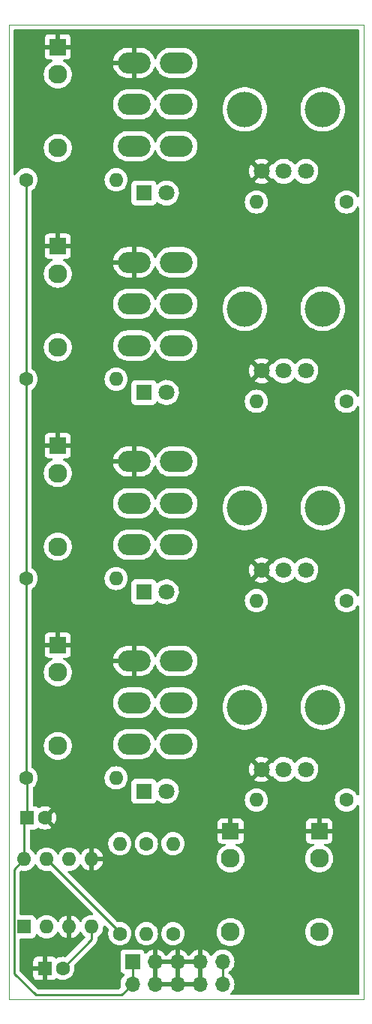
<source format=gbl>
G04 #@! TF.GenerationSoftware,KiCad,Pcbnew,(6.0.0)*
G04 #@! TF.CreationDate,2022-07-06T17:45:43+01:00*
G04 #@! TF.ProjectId,Basic-DC-mixer,42617369-632d-4444-932d-6d697865722e,rev?*
G04 #@! TF.SameCoordinates,Original*
G04 #@! TF.FileFunction,Copper,L2,Bot*
G04 #@! TF.FilePolarity,Positive*
%FSLAX46Y46*%
G04 Gerber Fmt 4.6, Leading zero omitted, Abs format (unit mm)*
G04 Created by KiCad (PCBNEW (6.0.0)) date 2022-07-06 17:45:43*
%MOMM*%
%LPD*%
G01*
G04 APERTURE LIST*
G04 #@! TA.AperFunction,Profile*
%ADD10C,0.050000*%
G04 #@! TD*
G04 #@! TA.AperFunction,WasherPad*
%ADD11C,4.000000*%
G04 #@! TD*
G04 #@! TA.AperFunction,ComponentPad*
%ADD12C,1.800000*%
G04 #@! TD*
G04 #@! TA.AperFunction,ComponentPad*
%ADD13R,1.600000X1.600000*%
G04 #@! TD*
G04 #@! TA.AperFunction,ComponentPad*
%ADD14C,1.600000*%
G04 #@! TD*
G04 #@! TA.AperFunction,ComponentPad*
%ADD15O,3.700000X2.400000*%
G04 #@! TD*
G04 #@! TA.AperFunction,ComponentPad*
%ADD16O,1.600000X1.600000*%
G04 #@! TD*
G04 #@! TA.AperFunction,ComponentPad*
%ADD17R,1.800000X1.800000*%
G04 #@! TD*
G04 #@! TA.AperFunction,ComponentPad*
%ADD18R,1.930000X1.830000*%
G04 #@! TD*
G04 #@! TA.AperFunction,ComponentPad*
%ADD19C,2.130000*%
G04 #@! TD*
G04 #@! TA.AperFunction,ComponentPad*
%ADD20R,1.700000X1.700000*%
G04 #@! TD*
G04 #@! TA.AperFunction,ComponentPad*
%ADD21O,1.700000X1.700000*%
G04 #@! TD*
G04 #@! TA.AperFunction,Conductor*
%ADD22C,0.250000*%
G04 #@! TD*
G04 APERTURE END LIST*
D10*
X69999999Y-31000000D02*
X70000000Y-141000000D01*
X30000000Y-31000000D02*
X30000000Y-141000000D01*
X30000000Y-31000000D02*
X69999999Y-31000000D01*
X30000000Y-141000000D02*
X70000000Y-141000000D01*
D11*
X65400000Y-85550000D03*
X56600000Y-85550000D03*
D12*
X63500000Y-92550000D03*
X61000000Y-92550000D03*
X58500000Y-92550000D03*
D11*
X65400000Y-108050000D03*
X56600000Y-108050000D03*
D12*
X63500000Y-115050000D03*
X61000000Y-115050000D03*
X58500000Y-115050000D03*
D13*
X32044888Y-120500000D03*
D14*
X34044888Y-120500000D03*
D15*
X44100000Y-102800000D03*
X44100000Y-107500000D03*
X44100000Y-112200000D03*
X48900000Y-102800000D03*
X48900000Y-107500000D03*
X48900000Y-112200000D03*
D14*
X42500000Y-133580000D03*
D16*
X42500000Y-123420000D03*
D17*
X45225000Y-72500000D03*
D12*
X47765000Y-72500000D03*
D14*
X68080000Y-118500000D03*
D16*
X57920000Y-118500000D03*
D14*
X68080000Y-96000000D03*
D16*
X57920000Y-96000000D03*
D11*
X65400000Y-63050000D03*
X56600000Y-63050000D03*
D12*
X63500000Y-70050000D03*
X61000000Y-70050000D03*
X58500000Y-70050000D03*
D14*
X31920000Y-48500000D03*
D16*
X42080000Y-48500000D03*
D14*
X31920000Y-116000000D03*
D16*
X42080000Y-116000000D03*
D17*
X45225000Y-95000000D03*
D12*
X47765000Y-95000000D03*
D18*
X55000000Y-122000000D03*
D19*
X55000000Y-133400000D03*
X55000000Y-125100000D03*
D14*
X31920000Y-71000000D03*
D16*
X42080000Y-71000000D03*
D18*
X35500000Y-101000000D03*
D19*
X35500000Y-112400000D03*
X35500000Y-104100000D03*
D14*
X48500000Y-133580000D03*
D16*
X48500000Y-123420000D03*
D15*
X44100000Y-35300000D03*
X44100000Y-40000000D03*
X44100000Y-44700000D03*
X48900000Y-35300000D03*
X48900000Y-40000000D03*
X48900000Y-44700000D03*
D11*
X56600000Y-40550000D03*
X65400000Y-40550000D03*
D12*
X63500000Y-47550000D03*
X61000000Y-47550000D03*
X58500000Y-47550000D03*
D14*
X31920000Y-93500000D03*
D16*
X42080000Y-93500000D03*
D17*
X45225000Y-117500000D03*
D12*
X47765000Y-117500000D03*
D14*
X68080000Y-73500000D03*
D16*
X57920000Y-73500000D03*
D14*
X68080000Y-51000000D03*
D16*
X57920000Y-51000000D03*
D18*
X35500000Y-56000000D03*
D19*
X35500000Y-67400000D03*
X35500000Y-59100000D03*
D15*
X44100000Y-80300000D03*
X44100000Y-85000000D03*
X44100000Y-89700000D03*
X48900000Y-80300000D03*
X48900000Y-85000000D03*
X48900000Y-89700000D03*
X44100000Y-57800000D03*
X44100000Y-62500000D03*
X44100000Y-67200000D03*
X48900000Y-57800000D03*
X48900000Y-62500000D03*
X48900000Y-67200000D03*
D18*
X35500000Y-33500000D03*
D19*
X35500000Y-44900000D03*
X35500000Y-36600000D03*
D14*
X45500000Y-123420000D03*
D16*
X45500000Y-133580000D03*
D17*
X45225000Y-50000000D03*
D12*
X47765000Y-50000000D03*
D13*
X34044888Y-137500000D03*
D14*
X36044888Y-137500000D03*
D18*
X35500000Y-78500000D03*
D19*
X35500000Y-89900000D03*
X35500000Y-81600000D03*
D13*
X31700000Y-132800000D03*
D16*
X34240000Y-132800000D03*
X36780000Y-132800000D03*
X39320000Y-132800000D03*
X39320000Y-125180000D03*
X36780000Y-125180000D03*
X34240000Y-125180000D03*
X31700000Y-125180000D03*
D18*
X65000000Y-122000000D03*
D19*
X65000000Y-133400000D03*
X65000000Y-125100000D03*
D20*
X43925000Y-136725000D03*
D21*
X43925000Y-139265000D03*
X46465000Y-136725000D03*
X46465000Y-139265000D03*
X49005000Y-136725000D03*
X49005000Y-139265000D03*
X51545000Y-136725000D03*
X51545000Y-139265000D03*
X54085000Y-136725000D03*
X54085000Y-139265000D03*
D22*
X32044888Y-120500000D02*
X32044888Y-116124888D01*
X32044888Y-116124888D02*
X31920000Y-116000000D01*
X31700000Y-125180000D02*
X31700000Y-120844888D01*
X42690000Y-140500000D02*
X33000000Y-140500000D01*
X43925000Y-139265000D02*
X42690000Y-140500000D01*
X30575489Y-138075489D02*
X30575489Y-126304511D01*
X33000000Y-140500000D02*
X30575489Y-138075489D01*
X31920000Y-71000000D02*
X31920000Y-48500000D01*
X31920000Y-116000000D02*
X31920000Y-93500000D01*
X30575489Y-126304511D02*
X31700000Y-125180000D01*
X31700000Y-120844888D02*
X32044888Y-120500000D01*
X43925000Y-136725000D02*
X43925000Y-139265000D01*
X31920000Y-93500000D02*
X31920000Y-71000000D01*
X39320000Y-134224888D02*
X36044888Y-137500000D01*
X54085000Y-136725000D02*
X54085000Y-139265000D01*
X39320000Y-132800000D02*
X39320000Y-134224888D01*
X34240000Y-125180000D02*
X42500000Y-133440000D01*
X42500000Y-133440000D02*
X42500000Y-133580000D01*
G04 #@! TA.AperFunction,Conductor*
G36*
X69434120Y-31528002D02*
G01*
X69480613Y-31581658D01*
X69491999Y-31634000D01*
X69491999Y-50363518D01*
X69471997Y-50431639D01*
X69418341Y-50478132D01*
X69348067Y-50488236D01*
X69283487Y-50458742D01*
X69251804Y-50416767D01*
X69219851Y-50348242D01*
X69219847Y-50348236D01*
X69217523Y-50343251D01*
X69086198Y-50155700D01*
X68924300Y-49993802D01*
X68919792Y-49990645D01*
X68919789Y-49990643D01*
X68841611Y-49935902D01*
X68736749Y-49862477D01*
X68731767Y-49860154D01*
X68731762Y-49860151D01*
X68534225Y-49768039D01*
X68534224Y-49768039D01*
X68529243Y-49765716D01*
X68523935Y-49764294D01*
X68523933Y-49764293D01*
X68313402Y-49707881D01*
X68313400Y-49707881D01*
X68308087Y-49706457D01*
X68080000Y-49686502D01*
X67851913Y-49706457D01*
X67846600Y-49707881D01*
X67846598Y-49707881D01*
X67636067Y-49764293D01*
X67636065Y-49764294D01*
X67630757Y-49765716D01*
X67625776Y-49768039D01*
X67625775Y-49768039D01*
X67428238Y-49860151D01*
X67428233Y-49860154D01*
X67423251Y-49862477D01*
X67318389Y-49935902D01*
X67240211Y-49990643D01*
X67240208Y-49990645D01*
X67235700Y-49993802D01*
X67073802Y-50155700D01*
X66942477Y-50343251D01*
X66940154Y-50348233D01*
X66940151Y-50348238D01*
X66857763Y-50524922D01*
X66845716Y-50550757D01*
X66844294Y-50556065D01*
X66844293Y-50556067D01*
X66787881Y-50766598D01*
X66786457Y-50771913D01*
X66766502Y-51000000D01*
X66786457Y-51228087D01*
X66787881Y-51233400D01*
X66787881Y-51233402D01*
X66835527Y-51411216D01*
X66845716Y-51449243D01*
X66848039Y-51454224D01*
X66848039Y-51454225D01*
X66940151Y-51651762D01*
X66940154Y-51651767D01*
X66942477Y-51656749D01*
X67073802Y-51844300D01*
X67235700Y-52006198D01*
X67240208Y-52009355D01*
X67240211Y-52009357D01*
X67318389Y-52064098D01*
X67423251Y-52137523D01*
X67428233Y-52139846D01*
X67428238Y-52139849D01*
X67625775Y-52231961D01*
X67630757Y-52234284D01*
X67636065Y-52235706D01*
X67636067Y-52235707D01*
X67846598Y-52292119D01*
X67846600Y-52292119D01*
X67851913Y-52293543D01*
X68080000Y-52313498D01*
X68308087Y-52293543D01*
X68313400Y-52292119D01*
X68313402Y-52292119D01*
X68523933Y-52235707D01*
X68523935Y-52235706D01*
X68529243Y-52234284D01*
X68534225Y-52231961D01*
X68731762Y-52139849D01*
X68731767Y-52139846D01*
X68736749Y-52137523D01*
X68841611Y-52064098D01*
X68919789Y-52009357D01*
X68919792Y-52009355D01*
X68924300Y-52006198D01*
X69086198Y-51844300D01*
X69217523Y-51656749D01*
X69219847Y-51651764D01*
X69219851Y-51651758D01*
X69251804Y-51583233D01*
X69298721Y-51529947D01*
X69366998Y-51510486D01*
X69434958Y-51531027D01*
X69481024Y-51585050D01*
X69491999Y-51636482D01*
X69491999Y-72863518D01*
X69471997Y-72931639D01*
X69418341Y-72978132D01*
X69348067Y-72988236D01*
X69283487Y-72958742D01*
X69251804Y-72916767D01*
X69219851Y-72848242D01*
X69219847Y-72848236D01*
X69217523Y-72843251D01*
X69086198Y-72655700D01*
X68924300Y-72493802D01*
X68919792Y-72490645D01*
X68919789Y-72490643D01*
X68841611Y-72435902D01*
X68736749Y-72362477D01*
X68731767Y-72360154D01*
X68731762Y-72360151D01*
X68534225Y-72268039D01*
X68534224Y-72268039D01*
X68529243Y-72265716D01*
X68523935Y-72264294D01*
X68523933Y-72264293D01*
X68313402Y-72207881D01*
X68313400Y-72207881D01*
X68308087Y-72206457D01*
X68080000Y-72186502D01*
X67851913Y-72206457D01*
X67846600Y-72207881D01*
X67846598Y-72207881D01*
X67636067Y-72264293D01*
X67636065Y-72264294D01*
X67630757Y-72265716D01*
X67625776Y-72268039D01*
X67625775Y-72268039D01*
X67428238Y-72360151D01*
X67428233Y-72360154D01*
X67423251Y-72362477D01*
X67318389Y-72435902D01*
X67240211Y-72490643D01*
X67240208Y-72490645D01*
X67235700Y-72493802D01*
X67073802Y-72655700D01*
X66942477Y-72843251D01*
X66940154Y-72848233D01*
X66940151Y-72848238D01*
X66857763Y-73024922D01*
X66845716Y-73050757D01*
X66844294Y-73056065D01*
X66844293Y-73056067D01*
X66787881Y-73266598D01*
X66786457Y-73271913D01*
X66766502Y-73500000D01*
X66786457Y-73728087D01*
X66787881Y-73733400D01*
X66787881Y-73733402D01*
X66835527Y-73911216D01*
X66845716Y-73949243D01*
X66848039Y-73954224D01*
X66848039Y-73954225D01*
X66940151Y-74151762D01*
X66940154Y-74151767D01*
X66942477Y-74156749D01*
X67073802Y-74344300D01*
X67235700Y-74506198D01*
X67240208Y-74509355D01*
X67240211Y-74509357D01*
X67318389Y-74564098D01*
X67423251Y-74637523D01*
X67428233Y-74639846D01*
X67428238Y-74639849D01*
X67625775Y-74731961D01*
X67630757Y-74734284D01*
X67636065Y-74735706D01*
X67636067Y-74735707D01*
X67846598Y-74792119D01*
X67846600Y-74792119D01*
X67851913Y-74793543D01*
X68080000Y-74813498D01*
X68308087Y-74793543D01*
X68313400Y-74792119D01*
X68313402Y-74792119D01*
X68523933Y-74735707D01*
X68523935Y-74735706D01*
X68529243Y-74734284D01*
X68534225Y-74731961D01*
X68731762Y-74639849D01*
X68731767Y-74639846D01*
X68736749Y-74637523D01*
X68841611Y-74564098D01*
X68919789Y-74509357D01*
X68919792Y-74509355D01*
X68924300Y-74506198D01*
X69086198Y-74344300D01*
X69217523Y-74156749D01*
X69219847Y-74151764D01*
X69219851Y-74151758D01*
X69251804Y-74083233D01*
X69298721Y-74029947D01*
X69366998Y-74010486D01*
X69434958Y-74031027D01*
X69481024Y-74085050D01*
X69491999Y-74136482D01*
X69492000Y-85906812D01*
X69492000Y-95363519D01*
X69471998Y-95431640D01*
X69418342Y-95478133D01*
X69348068Y-95488237D01*
X69283488Y-95458743D01*
X69251805Y-95416769D01*
X69219849Y-95348238D01*
X69219846Y-95348233D01*
X69217523Y-95343251D01*
X69086198Y-95155700D01*
X68924300Y-94993802D01*
X68919792Y-94990645D01*
X68919789Y-94990643D01*
X68841611Y-94935902D01*
X68736749Y-94862477D01*
X68731767Y-94860154D01*
X68731762Y-94860151D01*
X68534225Y-94768039D01*
X68534224Y-94768039D01*
X68529243Y-94765716D01*
X68523935Y-94764294D01*
X68523933Y-94764293D01*
X68313402Y-94707881D01*
X68313400Y-94707881D01*
X68308087Y-94706457D01*
X68080000Y-94686502D01*
X67851913Y-94706457D01*
X67846600Y-94707881D01*
X67846598Y-94707881D01*
X67636067Y-94764293D01*
X67636065Y-94764294D01*
X67630757Y-94765716D01*
X67625776Y-94768039D01*
X67625775Y-94768039D01*
X67428238Y-94860151D01*
X67428233Y-94860154D01*
X67423251Y-94862477D01*
X67318389Y-94935902D01*
X67240211Y-94990643D01*
X67240208Y-94990645D01*
X67235700Y-94993802D01*
X67073802Y-95155700D01*
X66942477Y-95343251D01*
X66940154Y-95348233D01*
X66940151Y-95348238D01*
X66857763Y-95524922D01*
X66845716Y-95550757D01*
X66844294Y-95556065D01*
X66844293Y-95556067D01*
X66787881Y-95766598D01*
X66786457Y-95771913D01*
X66766502Y-96000000D01*
X66786457Y-96228087D01*
X66787881Y-96233400D01*
X66787881Y-96233402D01*
X66835527Y-96411216D01*
X66845716Y-96449243D01*
X66848039Y-96454224D01*
X66848039Y-96454225D01*
X66940151Y-96651762D01*
X66940154Y-96651767D01*
X66942477Y-96656749D01*
X67073802Y-96844300D01*
X67235700Y-97006198D01*
X67240208Y-97009355D01*
X67240211Y-97009357D01*
X67318389Y-97064098D01*
X67423251Y-97137523D01*
X67428233Y-97139846D01*
X67428238Y-97139849D01*
X67625775Y-97231961D01*
X67630757Y-97234284D01*
X67636065Y-97235706D01*
X67636067Y-97235707D01*
X67846598Y-97292119D01*
X67846600Y-97292119D01*
X67851913Y-97293543D01*
X68080000Y-97313498D01*
X68308087Y-97293543D01*
X68313400Y-97292119D01*
X68313402Y-97292119D01*
X68523933Y-97235707D01*
X68523935Y-97235706D01*
X68529243Y-97234284D01*
X68534225Y-97231961D01*
X68731762Y-97139849D01*
X68731767Y-97139846D01*
X68736749Y-97137523D01*
X68841611Y-97064098D01*
X68919789Y-97009357D01*
X68919792Y-97009355D01*
X68924300Y-97006198D01*
X69086198Y-96844300D01*
X69217523Y-96656749D01*
X69219846Y-96651767D01*
X69219849Y-96651762D01*
X69251805Y-96583231D01*
X69298722Y-96529946D01*
X69367000Y-96510485D01*
X69434959Y-96531027D01*
X69481025Y-96585050D01*
X69492000Y-96636481D01*
X69492000Y-117863519D01*
X69471998Y-117931640D01*
X69418342Y-117978133D01*
X69348068Y-117988237D01*
X69283488Y-117958743D01*
X69251805Y-117916769D01*
X69219849Y-117848238D01*
X69219846Y-117848233D01*
X69217523Y-117843251D01*
X69086198Y-117655700D01*
X68924300Y-117493802D01*
X68919792Y-117490645D01*
X68919789Y-117490643D01*
X68841611Y-117435902D01*
X68736749Y-117362477D01*
X68731767Y-117360154D01*
X68731762Y-117360151D01*
X68534225Y-117268039D01*
X68534224Y-117268039D01*
X68529243Y-117265716D01*
X68523935Y-117264294D01*
X68523933Y-117264293D01*
X68313402Y-117207881D01*
X68313400Y-117207881D01*
X68308087Y-117206457D01*
X68080000Y-117186502D01*
X67851913Y-117206457D01*
X67846600Y-117207881D01*
X67846598Y-117207881D01*
X67636067Y-117264293D01*
X67636065Y-117264294D01*
X67630757Y-117265716D01*
X67625776Y-117268039D01*
X67625775Y-117268039D01*
X67428238Y-117360151D01*
X67428233Y-117360154D01*
X67423251Y-117362477D01*
X67318389Y-117435902D01*
X67240211Y-117490643D01*
X67240208Y-117490645D01*
X67235700Y-117493802D01*
X67073802Y-117655700D01*
X66942477Y-117843251D01*
X66940154Y-117848233D01*
X66940151Y-117848238D01*
X66857763Y-118024922D01*
X66845716Y-118050757D01*
X66844294Y-118056065D01*
X66844293Y-118056067D01*
X66787881Y-118266598D01*
X66786457Y-118271913D01*
X66766502Y-118500000D01*
X66786457Y-118728087D01*
X66787881Y-118733400D01*
X66787881Y-118733402D01*
X66835527Y-118911216D01*
X66845716Y-118949243D01*
X66848039Y-118954224D01*
X66848039Y-118954225D01*
X66940151Y-119151762D01*
X66940154Y-119151767D01*
X66942477Y-119156749D01*
X66977294Y-119206472D01*
X67068508Y-119336739D01*
X67073802Y-119344300D01*
X67235700Y-119506198D01*
X67240208Y-119509355D01*
X67240211Y-119509357D01*
X67258090Y-119521876D01*
X67423251Y-119637523D01*
X67428233Y-119639846D01*
X67428238Y-119639849D01*
X67625775Y-119731961D01*
X67630757Y-119734284D01*
X67636065Y-119735706D01*
X67636067Y-119735707D01*
X67846598Y-119792119D01*
X67846600Y-119792119D01*
X67851913Y-119793543D01*
X68080000Y-119813498D01*
X68308087Y-119793543D01*
X68313400Y-119792119D01*
X68313402Y-119792119D01*
X68523933Y-119735707D01*
X68523935Y-119735706D01*
X68529243Y-119734284D01*
X68534225Y-119731961D01*
X68731762Y-119639849D01*
X68731767Y-119639846D01*
X68736749Y-119637523D01*
X68901910Y-119521876D01*
X68919789Y-119509357D01*
X68919792Y-119509355D01*
X68924300Y-119506198D01*
X69086198Y-119344300D01*
X69091493Y-119336739D01*
X69182706Y-119206472D01*
X69217523Y-119156749D01*
X69219846Y-119151767D01*
X69219849Y-119151762D01*
X69251805Y-119083231D01*
X69298722Y-119029946D01*
X69367000Y-119010485D01*
X69434959Y-119031027D01*
X69481025Y-119085050D01*
X69492000Y-119136481D01*
X69492000Y-140366000D01*
X69471998Y-140434121D01*
X69418342Y-140480614D01*
X69366000Y-140492000D01*
X55083327Y-140492000D01*
X55015206Y-140471998D01*
X54968713Y-140418342D01*
X54958609Y-140348068D01*
X54988103Y-140283488D01*
X54994387Y-140276749D01*
X55119435Y-140152137D01*
X55123096Y-140148489D01*
X55253453Y-139967077D01*
X55266995Y-139939678D01*
X55350136Y-139771453D01*
X55350137Y-139771451D01*
X55352430Y-139766811D01*
X55417370Y-139553069D01*
X55446529Y-139331590D01*
X55448156Y-139265000D01*
X55429852Y-139042361D01*
X55375431Y-138825702D01*
X55286354Y-138620840D01*
X55232797Y-138538054D01*
X55167822Y-138437617D01*
X55167820Y-138437614D01*
X55165014Y-138433277D01*
X55014670Y-138268051D01*
X55010619Y-138264852D01*
X55010615Y-138264848D01*
X54843414Y-138132800D01*
X54843410Y-138132798D01*
X54839359Y-138129598D01*
X54798053Y-138106796D01*
X54748084Y-138056364D01*
X54733312Y-137986921D01*
X54758428Y-137920516D01*
X54785780Y-137893909D01*
X54829603Y-137862650D01*
X54964860Y-137766173D01*
X54970158Y-137760894D01*
X55109152Y-137622384D01*
X55123096Y-137608489D01*
X55253453Y-137427077D01*
X55266995Y-137399678D01*
X55350136Y-137231453D01*
X55350137Y-137231451D01*
X55352430Y-137226811D01*
X55394983Y-137086752D01*
X55415865Y-137018023D01*
X55415865Y-137018021D01*
X55417370Y-137013069D01*
X55446529Y-136791590D01*
X55448156Y-136725000D01*
X55429852Y-136502361D01*
X55375431Y-136285702D01*
X55286354Y-136080840D01*
X55165014Y-135893277D01*
X55014670Y-135728051D01*
X55010619Y-135724852D01*
X55010615Y-135724848D01*
X54843414Y-135592800D01*
X54843410Y-135592798D01*
X54839359Y-135589598D01*
X54803028Y-135569542D01*
X54787136Y-135560769D01*
X54643789Y-135481638D01*
X54638920Y-135479914D01*
X54638916Y-135479912D01*
X54438087Y-135408795D01*
X54438083Y-135408794D01*
X54433212Y-135407069D01*
X54428119Y-135406162D01*
X54428116Y-135406161D01*
X54218373Y-135368800D01*
X54218367Y-135368799D01*
X54213284Y-135367894D01*
X54139452Y-135366992D01*
X53995081Y-135365228D01*
X53995079Y-135365228D01*
X53989911Y-135365165D01*
X53769091Y-135398955D01*
X53556756Y-135468357D01*
X53358607Y-135571507D01*
X53354474Y-135574610D01*
X53354471Y-135574612D01*
X53184100Y-135702530D01*
X53179965Y-135705635D01*
X53025629Y-135867138D01*
X53022715Y-135871410D01*
X53022714Y-135871411D01*
X53010404Y-135889457D01*
X52919337Y-136022957D01*
X52917898Y-136025066D01*
X52862987Y-136070069D01*
X52792462Y-136078240D01*
X52728715Y-136046986D01*
X52708018Y-136022502D01*
X52627426Y-135897926D01*
X52621136Y-135889757D01*
X52477806Y-135732240D01*
X52470273Y-135725215D01*
X52303139Y-135593222D01*
X52294552Y-135587517D01*
X52108117Y-135484599D01*
X52098705Y-135480369D01*
X51897959Y-135409280D01*
X51887988Y-135406646D01*
X51816837Y-135393972D01*
X51803540Y-135395432D01*
X51799000Y-135409989D01*
X51799000Y-139393000D01*
X51778998Y-139461121D01*
X51725342Y-139507614D01*
X51673000Y-139519000D01*
X46337000Y-139519000D01*
X46268879Y-139498998D01*
X46222386Y-139445342D01*
X46211000Y-139393000D01*
X46211000Y-138992885D01*
X46719000Y-138992885D01*
X46723475Y-139008124D01*
X46724865Y-139009329D01*
X46732548Y-139011000D01*
X48732885Y-139011000D01*
X48748124Y-139006525D01*
X48749329Y-139005135D01*
X48751000Y-138997452D01*
X48751000Y-138992885D01*
X49259000Y-138992885D01*
X49263475Y-139008124D01*
X49264865Y-139009329D01*
X49272548Y-139011000D01*
X51272885Y-139011000D01*
X51288124Y-139006525D01*
X51289329Y-139005135D01*
X51291000Y-138997452D01*
X51291000Y-136997115D01*
X51286525Y-136981876D01*
X51285135Y-136980671D01*
X51277452Y-136979000D01*
X49277115Y-136979000D01*
X49261876Y-136983475D01*
X49260671Y-136984865D01*
X49259000Y-136992548D01*
X49259000Y-138992885D01*
X48751000Y-138992885D01*
X48751000Y-136997115D01*
X48746525Y-136981876D01*
X48745135Y-136980671D01*
X48737452Y-136979000D01*
X46737115Y-136979000D01*
X46721876Y-136983475D01*
X46720671Y-136984865D01*
X46719000Y-136992548D01*
X46719000Y-138992885D01*
X46211000Y-138992885D01*
X46211000Y-136452885D01*
X46719000Y-136452885D01*
X46723475Y-136468124D01*
X46724865Y-136469329D01*
X46732548Y-136471000D01*
X48732885Y-136471000D01*
X48748124Y-136466525D01*
X48749329Y-136465135D01*
X48751000Y-136457452D01*
X48751000Y-136452885D01*
X49259000Y-136452885D01*
X49263475Y-136468124D01*
X49264865Y-136469329D01*
X49272548Y-136471000D01*
X51272885Y-136471000D01*
X51288124Y-136466525D01*
X51289329Y-136465135D01*
X51291000Y-136457452D01*
X51291000Y-135408102D01*
X51287082Y-135394758D01*
X51272806Y-135392771D01*
X51234324Y-135398660D01*
X51224288Y-135401051D01*
X51021868Y-135467212D01*
X51012359Y-135471209D01*
X50823463Y-135569542D01*
X50814738Y-135575036D01*
X50644433Y-135702905D01*
X50636726Y-135709748D01*
X50489590Y-135863717D01*
X50483104Y-135871727D01*
X50378193Y-136025521D01*
X50323282Y-136070524D01*
X50252757Y-136078695D01*
X50189010Y-136047441D01*
X50168313Y-136022957D01*
X50087427Y-135897926D01*
X50081136Y-135889757D01*
X49937806Y-135732240D01*
X49930273Y-135725215D01*
X49763139Y-135593222D01*
X49754552Y-135587517D01*
X49568117Y-135484599D01*
X49558705Y-135480369D01*
X49357959Y-135409280D01*
X49347988Y-135406646D01*
X49276837Y-135393972D01*
X49263540Y-135395432D01*
X49259000Y-135409989D01*
X49259000Y-136452885D01*
X48751000Y-136452885D01*
X48751000Y-135408102D01*
X48747082Y-135394758D01*
X48732806Y-135392771D01*
X48694324Y-135398660D01*
X48684288Y-135401051D01*
X48481868Y-135467212D01*
X48472359Y-135471209D01*
X48283463Y-135569542D01*
X48274738Y-135575036D01*
X48104433Y-135702905D01*
X48096726Y-135709748D01*
X47949590Y-135863717D01*
X47943104Y-135871727D01*
X47838193Y-136025521D01*
X47783282Y-136070524D01*
X47712757Y-136078695D01*
X47649010Y-136047441D01*
X47628313Y-136022957D01*
X47547427Y-135897926D01*
X47541136Y-135889757D01*
X47397806Y-135732240D01*
X47390273Y-135725215D01*
X47223139Y-135593222D01*
X47214552Y-135587517D01*
X47028117Y-135484599D01*
X47018705Y-135480369D01*
X46817959Y-135409280D01*
X46807988Y-135406646D01*
X46736837Y-135393972D01*
X46723540Y-135395432D01*
X46719000Y-135409989D01*
X46719000Y-136452885D01*
X46211000Y-136452885D01*
X46211000Y-135408102D01*
X46207082Y-135394758D01*
X46192806Y-135392771D01*
X46154324Y-135398660D01*
X46144288Y-135401051D01*
X45941868Y-135467212D01*
X45932359Y-135471209D01*
X45743463Y-135569542D01*
X45734738Y-135575036D01*
X45564433Y-135702905D01*
X45556726Y-135709748D01*
X45479478Y-135790584D01*
X45417954Y-135826014D01*
X45347042Y-135822557D01*
X45289255Y-135781311D01*
X45270402Y-135747763D01*
X45228767Y-135636703D01*
X45225615Y-135628295D01*
X45138261Y-135511739D01*
X45021705Y-135424385D01*
X44885316Y-135373255D01*
X44823134Y-135366500D01*
X43026866Y-135366500D01*
X42964684Y-135373255D01*
X42828295Y-135424385D01*
X42711739Y-135511739D01*
X42624385Y-135628295D01*
X42573255Y-135764684D01*
X42566500Y-135826866D01*
X42566500Y-137623134D01*
X42573255Y-137685316D01*
X42624385Y-137821705D01*
X42711739Y-137938261D01*
X42828295Y-138025615D01*
X42836704Y-138028767D01*
X42836705Y-138028768D01*
X42945451Y-138069535D01*
X43002216Y-138112176D01*
X43026916Y-138178738D01*
X43011709Y-138248087D01*
X42992316Y-138274568D01*
X42870203Y-138402352D01*
X42865629Y-138407138D01*
X42862715Y-138411410D01*
X42862714Y-138411411D01*
X42850409Y-138429450D01*
X42739743Y-138591680D01*
X42717384Y-138639849D01*
X42664711Y-138753324D01*
X42645688Y-138794305D01*
X42585989Y-139009570D01*
X42562251Y-139231695D01*
X42562548Y-139236848D01*
X42562548Y-139236851D01*
X42568011Y-139331590D01*
X42575110Y-139454715D01*
X42576247Y-139459761D01*
X42576248Y-139459767D01*
X42608453Y-139602668D01*
X42603917Y-139673520D01*
X42574631Y-139719464D01*
X42464500Y-139829595D01*
X42402188Y-139863621D01*
X42375405Y-139866500D01*
X33314595Y-139866500D01*
X33246474Y-139846498D01*
X33225500Y-139829595D01*
X31740574Y-138344669D01*
X32736889Y-138344669D01*
X32737259Y-138351490D01*
X32742783Y-138402352D01*
X32746409Y-138417604D01*
X32791564Y-138538054D01*
X32800102Y-138553649D01*
X32876603Y-138655724D01*
X32889164Y-138668285D01*
X32991239Y-138744786D01*
X33006834Y-138753324D01*
X33127282Y-138798478D01*
X33142537Y-138802105D01*
X33193402Y-138807631D01*
X33200216Y-138808000D01*
X33772773Y-138808000D01*
X33788012Y-138803525D01*
X33789217Y-138802135D01*
X33790888Y-138794452D01*
X33790888Y-137772115D01*
X33786413Y-137756876D01*
X33785023Y-137755671D01*
X33777340Y-137754000D01*
X32755004Y-137754000D01*
X32739765Y-137758475D01*
X32738560Y-137759865D01*
X32736889Y-137767548D01*
X32736889Y-138344669D01*
X31740574Y-138344669D01*
X31245894Y-137849989D01*
X31211868Y-137787677D01*
X31208989Y-137760894D01*
X31208989Y-137227885D01*
X32736888Y-137227885D01*
X32741363Y-137243124D01*
X32742753Y-137244329D01*
X32750436Y-137246000D01*
X33772773Y-137246000D01*
X33788012Y-137241525D01*
X33789217Y-137240135D01*
X33790888Y-137232452D01*
X33790888Y-136210116D01*
X33786413Y-136194877D01*
X33785023Y-136193672D01*
X33777340Y-136192001D01*
X33200219Y-136192001D01*
X33193398Y-136192371D01*
X33142536Y-136197895D01*
X33127284Y-136201521D01*
X33006834Y-136246676D01*
X32991239Y-136255214D01*
X32889164Y-136331715D01*
X32876603Y-136344276D01*
X32800102Y-136446351D01*
X32791564Y-136461946D01*
X32746410Y-136582394D01*
X32742783Y-136597649D01*
X32737257Y-136648514D01*
X32736888Y-136655328D01*
X32736888Y-137227885D01*
X31208989Y-137227885D01*
X31208989Y-134234500D01*
X31228991Y-134166379D01*
X31282647Y-134119886D01*
X31334989Y-134108500D01*
X32548134Y-134108500D01*
X32610316Y-134101745D01*
X32746705Y-134050615D01*
X32863261Y-133963261D01*
X32950615Y-133846705D01*
X33001745Y-133710316D01*
X33002917Y-133699526D01*
X33003803Y-133697394D01*
X33004425Y-133694778D01*
X33004848Y-133694879D01*
X33030155Y-133633965D01*
X33088517Y-133593537D01*
X33159471Y-133591078D01*
X33220490Y-133627371D01*
X33227489Y-133636031D01*
X33230643Y-133639789D01*
X33233802Y-133644300D01*
X33395700Y-133806198D01*
X33400208Y-133809355D01*
X33400217Y-133809361D01*
X33583251Y-133937523D01*
X33588233Y-133939846D01*
X33588238Y-133939849D01*
X33758825Y-134019394D01*
X33790757Y-134034284D01*
X33796065Y-134035706D01*
X33796067Y-134035707D01*
X34006598Y-134092119D01*
X34006600Y-134092119D01*
X34011913Y-134093543D01*
X34240000Y-134113498D01*
X34468087Y-134093543D01*
X34473400Y-134092119D01*
X34473402Y-134092119D01*
X34683933Y-134035707D01*
X34683935Y-134035706D01*
X34689243Y-134034284D01*
X34721175Y-134019394D01*
X34891762Y-133939849D01*
X34891767Y-133939846D01*
X34896749Y-133937523D01*
X35079783Y-133809361D01*
X35079792Y-133809355D01*
X35084300Y-133806198D01*
X35246198Y-133644300D01*
X35291222Y-133580000D01*
X35374366Y-133461257D01*
X35377523Y-133456749D01*
X35379846Y-133451767D01*
X35379849Y-133451762D01*
X35396081Y-133416951D01*
X35442998Y-133363666D01*
X35511275Y-133344205D01*
X35579235Y-133364747D01*
X35624471Y-133416951D01*
X35640586Y-133451511D01*
X35646069Y-133461007D01*
X35771028Y-133639467D01*
X35778084Y-133647875D01*
X35932125Y-133801916D01*
X35940533Y-133808972D01*
X36118993Y-133933931D01*
X36128489Y-133939414D01*
X36325947Y-134031490D01*
X36336239Y-134035236D01*
X36508503Y-134081394D01*
X36522599Y-134081058D01*
X36526000Y-134073116D01*
X36526000Y-131532033D01*
X36522027Y-131518502D01*
X36513478Y-131517273D01*
X36336239Y-131564764D01*
X36325947Y-131568510D01*
X36128489Y-131660586D01*
X36118993Y-131666069D01*
X35940533Y-131791028D01*
X35932125Y-131798084D01*
X35778084Y-131952125D01*
X35771028Y-131960533D01*
X35646069Y-132138993D01*
X35640586Y-132148489D01*
X35624471Y-132183049D01*
X35577554Y-132236334D01*
X35509277Y-132255795D01*
X35441317Y-132235253D01*
X35396081Y-132183049D01*
X35379849Y-132148238D01*
X35379846Y-132148233D01*
X35377523Y-132143251D01*
X35246198Y-131955700D01*
X35084300Y-131793802D01*
X35079792Y-131790645D01*
X35079789Y-131790643D01*
X35001611Y-131735902D01*
X34896749Y-131662477D01*
X34891767Y-131660154D01*
X34891762Y-131660151D01*
X34694225Y-131568039D01*
X34694224Y-131568039D01*
X34689243Y-131565716D01*
X34683935Y-131564294D01*
X34683933Y-131564293D01*
X34473402Y-131507881D01*
X34473400Y-131507881D01*
X34468087Y-131506457D01*
X34240000Y-131486502D01*
X34011913Y-131506457D01*
X34006600Y-131507881D01*
X34006598Y-131507881D01*
X33796067Y-131564293D01*
X33796065Y-131564294D01*
X33790757Y-131565716D01*
X33785776Y-131568039D01*
X33785775Y-131568039D01*
X33588238Y-131660151D01*
X33588233Y-131660154D01*
X33583251Y-131662477D01*
X33478389Y-131735902D01*
X33400211Y-131790643D01*
X33400208Y-131790645D01*
X33395700Y-131793802D01*
X33233802Y-131955700D01*
X33230643Y-131960211D01*
X33227108Y-131964424D01*
X33225974Y-131963473D01*
X33175929Y-132003471D01*
X33105310Y-132010776D01*
X33041951Y-131978742D01*
X33005970Y-131917538D01*
X33002918Y-131900483D01*
X33001745Y-131889684D01*
X32950615Y-131753295D01*
X32863261Y-131636739D01*
X32746705Y-131549385D01*
X32610316Y-131498255D01*
X32548134Y-131491500D01*
X31334989Y-131491500D01*
X31266868Y-131471498D01*
X31220375Y-131417842D01*
X31208989Y-131365500D01*
X31208989Y-126619105D01*
X31228991Y-126550984D01*
X31245894Y-126530010D01*
X31286752Y-126489152D01*
X31349064Y-126455126D01*
X31408459Y-126456541D01*
X31466591Y-126472118D01*
X31466602Y-126472120D01*
X31471913Y-126473543D01*
X31700000Y-126493498D01*
X31928087Y-126473543D01*
X31933400Y-126472119D01*
X31933402Y-126472119D01*
X32143933Y-126415707D01*
X32143935Y-126415706D01*
X32149243Y-126414284D01*
X32155235Y-126411490D01*
X32351762Y-126319849D01*
X32351767Y-126319846D01*
X32356749Y-126317523D01*
X32501634Y-126216073D01*
X32539789Y-126189357D01*
X32539792Y-126189355D01*
X32544300Y-126186198D01*
X32706198Y-126024300D01*
X32837523Y-125836749D01*
X32839846Y-125831767D01*
X32839849Y-125831762D01*
X32855805Y-125797543D01*
X32902722Y-125744258D01*
X32970999Y-125724797D01*
X33038959Y-125745339D01*
X33084195Y-125797543D01*
X33100151Y-125831762D01*
X33100154Y-125831767D01*
X33102477Y-125836749D01*
X33233802Y-126024300D01*
X33395700Y-126186198D01*
X33400208Y-126189355D01*
X33400211Y-126189357D01*
X33438366Y-126216073D01*
X33583251Y-126317523D01*
X33588233Y-126319846D01*
X33588238Y-126319849D01*
X33784765Y-126411490D01*
X33790757Y-126414284D01*
X33796065Y-126415706D01*
X33796067Y-126415707D01*
X34006598Y-126472119D01*
X34006600Y-126472119D01*
X34011913Y-126473543D01*
X34240000Y-126493498D01*
X34468087Y-126473543D01*
X34473398Y-126472120D01*
X34473409Y-126472118D01*
X34531541Y-126456541D01*
X34602517Y-126458230D01*
X34653248Y-126489152D01*
X39437506Y-131273411D01*
X39471532Y-131335723D01*
X39466467Y-131406538D01*
X39423920Y-131463374D01*
X39357400Y-131488185D01*
X39337428Y-131488026D01*
X39325485Y-131486981D01*
X39325475Y-131486981D01*
X39320000Y-131486502D01*
X39091913Y-131506457D01*
X39086600Y-131507881D01*
X39086598Y-131507881D01*
X38876067Y-131564293D01*
X38876065Y-131564294D01*
X38870757Y-131565716D01*
X38865776Y-131568039D01*
X38865775Y-131568039D01*
X38668238Y-131660151D01*
X38668233Y-131660154D01*
X38663251Y-131662477D01*
X38558389Y-131735902D01*
X38480211Y-131790643D01*
X38480208Y-131790645D01*
X38475700Y-131793802D01*
X38313802Y-131955700D01*
X38182477Y-132143251D01*
X38180154Y-132148233D01*
X38180151Y-132148238D01*
X38163919Y-132183049D01*
X38117002Y-132236334D01*
X38048725Y-132255795D01*
X37980765Y-132235253D01*
X37935529Y-132183049D01*
X37919414Y-132148489D01*
X37913931Y-132138993D01*
X37788972Y-131960533D01*
X37781916Y-131952125D01*
X37627875Y-131798084D01*
X37619467Y-131791028D01*
X37441007Y-131666069D01*
X37431511Y-131660586D01*
X37234053Y-131568510D01*
X37223761Y-131564764D01*
X37051497Y-131518606D01*
X37037401Y-131518942D01*
X37034000Y-131526884D01*
X37034000Y-134067967D01*
X37037973Y-134081498D01*
X37046522Y-134082727D01*
X37223761Y-134035236D01*
X37234053Y-134031490D01*
X37431511Y-133939414D01*
X37441007Y-133933931D01*
X37619467Y-133808972D01*
X37627875Y-133801916D01*
X37781916Y-133647875D01*
X37788972Y-133639467D01*
X37913931Y-133461007D01*
X37919414Y-133451511D01*
X37935529Y-133416951D01*
X37982446Y-133363666D01*
X38050723Y-133344205D01*
X38118683Y-133364747D01*
X38163919Y-133416951D01*
X38180151Y-133451762D01*
X38180154Y-133451767D01*
X38182477Y-133456749D01*
X38185634Y-133461257D01*
X38268779Y-133580000D01*
X38313802Y-133644300D01*
X38475700Y-133806198D01*
X38480210Y-133809356D01*
X38480216Y-133809361D01*
X38568602Y-133871249D01*
X38612931Y-133926706D01*
X38620240Y-133997325D01*
X38585427Y-134063557D01*
X36458136Y-136190848D01*
X36395824Y-136224874D01*
X36336429Y-136223459D01*
X36278297Y-136207882D01*
X36278286Y-136207880D01*
X36272975Y-136206457D01*
X36044888Y-136186502D01*
X35816801Y-136206457D01*
X35811488Y-136207881D01*
X35811486Y-136207881D01*
X35600955Y-136264293D01*
X35600953Y-136264294D01*
X35595645Y-136265716D01*
X35590664Y-136268039D01*
X35590663Y-136268039D01*
X35393126Y-136360151D01*
X35393121Y-136360154D01*
X35388139Y-136362477D01*
X35383626Y-136365637D01*
X35382264Y-136366590D01*
X35381568Y-136366825D01*
X35378869Y-136368383D01*
X35378556Y-136367840D01*
X35314988Y-136389274D01*
X35246129Y-136371985D01*
X35220807Y-136349344D01*
X35219524Y-136350627D01*
X35200612Y-136331715D01*
X35098537Y-136255214D01*
X35082942Y-136246676D01*
X34962494Y-136201522D01*
X34947239Y-136197895D01*
X34896374Y-136192369D01*
X34889560Y-136192000D01*
X34317003Y-136192000D01*
X34301764Y-136196475D01*
X34300559Y-136197865D01*
X34298888Y-136205548D01*
X34298888Y-138789884D01*
X34303363Y-138805123D01*
X34304753Y-138806328D01*
X34312436Y-138807999D01*
X34889557Y-138807999D01*
X34896378Y-138807629D01*
X34947240Y-138802105D01*
X34962492Y-138798479D01*
X35082942Y-138753324D01*
X35098537Y-138744786D01*
X35200612Y-138668285D01*
X35219524Y-138649373D01*
X35221782Y-138651631D01*
X35266042Y-138618543D01*
X35336861Y-138613524D01*
X35378728Y-138631861D01*
X35378869Y-138631617D01*
X35381065Y-138632885D01*
X35382264Y-138633410D01*
X35383626Y-138634363D01*
X35388139Y-138637523D01*
X35393121Y-138639846D01*
X35393126Y-138639849D01*
X35590663Y-138731961D01*
X35595645Y-138734284D01*
X35600953Y-138735706D01*
X35600955Y-138735707D01*
X35811486Y-138792119D01*
X35811488Y-138792119D01*
X35816801Y-138793543D01*
X36044888Y-138813498D01*
X36272975Y-138793543D01*
X36278288Y-138792119D01*
X36278290Y-138792119D01*
X36488821Y-138735707D01*
X36488823Y-138735706D01*
X36494131Y-138734284D01*
X36499113Y-138731961D01*
X36696650Y-138639849D01*
X36696655Y-138639846D01*
X36701637Y-138637523D01*
X36843693Y-138538054D01*
X36884677Y-138509357D01*
X36884680Y-138509355D01*
X36889188Y-138506198D01*
X37051086Y-138344300D01*
X37182411Y-138156749D01*
X37184734Y-138151767D01*
X37184737Y-138151762D01*
X37276849Y-137954225D01*
X37276849Y-137954224D01*
X37279172Y-137949243D01*
X37285001Y-137927491D01*
X37337007Y-137733402D01*
X37337007Y-137733400D01*
X37338431Y-137728087D01*
X37358386Y-137500000D01*
X37338431Y-137271913D01*
X37337008Y-137266602D01*
X37337006Y-137266591D01*
X37321429Y-137208459D01*
X37323118Y-137137483D01*
X37354040Y-137086752D01*
X39712253Y-134728540D01*
X39720539Y-134721000D01*
X39727018Y-134716888D01*
X39773644Y-134667236D01*
X39776398Y-134664395D01*
X39796135Y-134644658D01*
X39798615Y-134641461D01*
X39806320Y-134632439D01*
X39831159Y-134605988D01*
X39836586Y-134600209D01*
X39840405Y-134593263D01*
X39840407Y-134593260D01*
X39846348Y-134582454D01*
X39857199Y-134565935D01*
X39864758Y-134556189D01*
X39869614Y-134549929D01*
X39872759Y-134542660D01*
X39872762Y-134542656D01*
X39887174Y-134509351D01*
X39892391Y-134498701D01*
X39913695Y-134459948D01*
X39918733Y-134440325D01*
X39925137Y-134421622D01*
X39930033Y-134410308D01*
X39930033Y-134410307D01*
X39933181Y-134403033D01*
X39934420Y-134395210D01*
X39934423Y-134395200D01*
X39940099Y-134359364D01*
X39942505Y-134347744D01*
X39951528Y-134312599D01*
X39951528Y-134312598D01*
X39953500Y-134304918D01*
X39953500Y-134284664D01*
X39955051Y-134264953D01*
X39956980Y-134252774D01*
X39958220Y-134244945D01*
X39954059Y-134200926D01*
X39953500Y-134189069D01*
X39953500Y-134019394D01*
X39973502Y-133951273D01*
X40007229Y-133916181D01*
X40159789Y-133809357D01*
X40159792Y-133809355D01*
X40164300Y-133806198D01*
X40326198Y-133644300D01*
X40371222Y-133580000D01*
X40454366Y-133461257D01*
X40457523Y-133456749D01*
X40459846Y-133451767D01*
X40459849Y-133451762D01*
X40551961Y-133254225D01*
X40551961Y-133254224D01*
X40554284Y-133249243D01*
X40586033Y-133130757D01*
X40612119Y-133033402D01*
X40612119Y-133033400D01*
X40613543Y-133028087D01*
X40633498Y-132800000D01*
X40633019Y-132794525D01*
X40633019Y-132794515D01*
X40631974Y-132782572D01*
X40645962Y-132712967D01*
X40695361Y-132661974D01*
X40764486Y-132645783D01*
X40831392Y-132669535D01*
X40846589Y-132682494D01*
X41220433Y-133056338D01*
X41254459Y-133118650D01*
X41253045Y-133178044D01*
X41232368Y-133255213D01*
X41206457Y-133351913D01*
X41186502Y-133580000D01*
X41206457Y-133808087D01*
X41207881Y-133813400D01*
X41207881Y-133813402D01*
X41257164Y-133997325D01*
X41265716Y-134029243D01*
X41268039Y-134034224D01*
X41268039Y-134034225D01*
X41360151Y-134231762D01*
X41360154Y-134231767D01*
X41362477Y-134236749D01*
X41365634Y-134241257D01*
X41484005Y-134410308D01*
X41493802Y-134424300D01*
X41655700Y-134586198D01*
X41660208Y-134589355D01*
X41660211Y-134589357D01*
X41683963Y-134605988D01*
X41843251Y-134717523D01*
X41848233Y-134719846D01*
X41848238Y-134719849D01*
X42028162Y-134803748D01*
X42050757Y-134814284D01*
X42056065Y-134815706D01*
X42056067Y-134815707D01*
X42266598Y-134872119D01*
X42266600Y-134872119D01*
X42271913Y-134873543D01*
X42500000Y-134893498D01*
X42728087Y-134873543D01*
X42733400Y-134872119D01*
X42733402Y-134872119D01*
X42943933Y-134815707D01*
X42943935Y-134815706D01*
X42949243Y-134814284D01*
X42971838Y-134803748D01*
X43151762Y-134719849D01*
X43151767Y-134719846D01*
X43156749Y-134717523D01*
X43316037Y-134605988D01*
X43339789Y-134589357D01*
X43339792Y-134589355D01*
X43344300Y-134586198D01*
X43506198Y-134424300D01*
X43515996Y-134410308D01*
X43634366Y-134241257D01*
X43637523Y-134236749D01*
X43639846Y-134231767D01*
X43639849Y-134231762D01*
X43731961Y-134034225D01*
X43731961Y-134034224D01*
X43734284Y-134029243D01*
X43742837Y-133997325D01*
X43792119Y-133813402D01*
X43792119Y-133813400D01*
X43793543Y-133808087D01*
X43813498Y-133580000D01*
X44186502Y-133580000D01*
X44206457Y-133808087D01*
X44207881Y-133813400D01*
X44207881Y-133813402D01*
X44257164Y-133997325D01*
X44265716Y-134029243D01*
X44268039Y-134034224D01*
X44268039Y-134034225D01*
X44360151Y-134231762D01*
X44360154Y-134231767D01*
X44362477Y-134236749D01*
X44365634Y-134241257D01*
X44484005Y-134410308D01*
X44493802Y-134424300D01*
X44655700Y-134586198D01*
X44660208Y-134589355D01*
X44660211Y-134589357D01*
X44683963Y-134605988D01*
X44843251Y-134717523D01*
X44848233Y-134719846D01*
X44848238Y-134719849D01*
X45028162Y-134803748D01*
X45050757Y-134814284D01*
X45056065Y-134815706D01*
X45056067Y-134815707D01*
X45266598Y-134872119D01*
X45266600Y-134872119D01*
X45271913Y-134873543D01*
X45500000Y-134893498D01*
X45728087Y-134873543D01*
X45733400Y-134872119D01*
X45733402Y-134872119D01*
X45943933Y-134815707D01*
X45943935Y-134815706D01*
X45949243Y-134814284D01*
X45971838Y-134803748D01*
X46151762Y-134719849D01*
X46151767Y-134719846D01*
X46156749Y-134717523D01*
X46316037Y-134605988D01*
X46339789Y-134589357D01*
X46339792Y-134589355D01*
X46344300Y-134586198D01*
X46506198Y-134424300D01*
X46515996Y-134410308D01*
X46634366Y-134241257D01*
X46637523Y-134236749D01*
X46639846Y-134231767D01*
X46639849Y-134231762D01*
X46731961Y-134034225D01*
X46731961Y-134034224D01*
X46734284Y-134029243D01*
X46742837Y-133997325D01*
X46792119Y-133813402D01*
X46792119Y-133813400D01*
X46793543Y-133808087D01*
X46813498Y-133580000D01*
X47186502Y-133580000D01*
X47206457Y-133808087D01*
X47207881Y-133813400D01*
X47207881Y-133813402D01*
X47257164Y-133997325D01*
X47265716Y-134029243D01*
X47268039Y-134034224D01*
X47268039Y-134034225D01*
X47360151Y-134231762D01*
X47360154Y-134231767D01*
X47362477Y-134236749D01*
X47365634Y-134241257D01*
X47484005Y-134410308D01*
X47493802Y-134424300D01*
X47655700Y-134586198D01*
X47660208Y-134589355D01*
X47660211Y-134589357D01*
X47683963Y-134605988D01*
X47843251Y-134717523D01*
X47848233Y-134719846D01*
X47848238Y-134719849D01*
X48028162Y-134803748D01*
X48050757Y-134814284D01*
X48056065Y-134815706D01*
X48056067Y-134815707D01*
X48266598Y-134872119D01*
X48266600Y-134872119D01*
X48271913Y-134873543D01*
X48500000Y-134893498D01*
X48728087Y-134873543D01*
X48733400Y-134872119D01*
X48733402Y-134872119D01*
X48943933Y-134815707D01*
X48943935Y-134815706D01*
X48949243Y-134814284D01*
X48971838Y-134803748D01*
X49151762Y-134719849D01*
X49151767Y-134719846D01*
X49156749Y-134717523D01*
X49316037Y-134605988D01*
X49339789Y-134589357D01*
X49339792Y-134589355D01*
X49344300Y-134586198D01*
X49506198Y-134424300D01*
X49515996Y-134410308D01*
X49634366Y-134241257D01*
X49637523Y-134236749D01*
X49639846Y-134231767D01*
X49639849Y-134231762D01*
X49731961Y-134034225D01*
X49731961Y-134034224D01*
X49734284Y-134029243D01*
X49742837Y-133997325D01*
X49792119Y-133813402D01*
X49792119Y-133813400D01*
X49793543Y-133808087D01*
X49813498Y-133580000D01*
X49797750Y-133400000D01*
X53421634Y-133400000D01*
X53441066Y-133646911D01*
X53442220Y-133651718D01*
X53442221Y-133651724D01*
X53478280Y-133801916D01*
X53498885Y-133887742D01*
X53500778Y-133892313D01*
X53500779Y-133892315D01*
X53584131Y-134093543D01*
X53593666Y-134116563D01*
X53723075Y-134327740D01*
X53883927Y-134516073D01*
X54072260Y-134676925D01*
X54283437Y-134806334D01*
X54288007Y-134808227D01*
X54288011Y-134808229D01*
X54507685Y-134899221D01*
X54512258Y-134901115D01*
X54597170Y-134921501D01*
X54748276Y-134957779D01*
X54748282Y-134957780D01*
X54753089Y-134958934D01*
X55000000Y-134978366D01*
X55246911Y-134958934D01*
X55251718Y-134957780D01*
X55251724Y-134957779D01*
X55402830Y-134921501D01*
X55487742Y-134901115D01*
X55492315Y-134899221D01*
X55711989Y-134808229D01*
X55711993Y-134808227D01*
X55716563Y-134806334D01*
X55927740Y-134676925D01*
X56116073Y-134516073D01*
X56276925Y-134327740D01*
X56406334Y-134116563D01*
X56415870Y-134093543D01*
X56499221Y-133892315D01*
X56499222Y-133892313D01*
X56501115Y-133887742D01*
X56521720Y-133801916D01*
X56557779Y-133651724D01*
X56557780Y-133651718D01*
X56558934Y-133646911D01*
X56578366Y-133400000D01*
X63421634Y-133400000D01*
X63441066Y-133646911D01*
X63442220Y-133651718D01*
X63442221Y-133651724D01*
X63478280Y-133801916D01*
X63498885Y-133887742D01*
X63500778Y-133892313D01*
X63500779Y-133892315D01*
X63584131Y-134093543D01*
X63593666Y-134116563D01*
X63723075Y-134327740D01*
X63883927Y-134516073D01*
X64072260Y-134676925D01*
X64283437Y-134806334D01*
X64288007Y-134808227D01*
X64288011Y-134808229D01*
X64507685Y-134899221D01*
X64512258Y-134901115D01*
X64597170Y-134921501D01*
X64748276Y-134957779D01*
X64748282Y-134957780D01*
X64753089Y-134958934D01*
X65000000Y-134978366D01*
X65246911Y-134958934D01*
X65251718Y-134957780D01*
X65251724Y-134957779D01*
X65402830Y-134921501D01*
X65487742Y-134901115D01*
X65492315Y-134899221D01*
X65711989Y-134808229D01*
X65711993Y-134808227D01*
X65716563Y-134806334D01*
X65927740Y-134676925D01*
X66116073Y-134516073D01*
X66276925Y-134327740D01*
X66406334Y-134116563D01*
X66415870Y-134093543D01*
X66499221Y-133892315D01*
X66499222Y-133892313D01*
X66501115Y-133887742D01*
X66521720Y-133801916D01*
X66557779Y-133651724D01*
X66557780Y-133651718D01*
X66558934Y-133646911D01*
X66578366Y-133400000D01*
X66558934Y-133153089D01*
X66557780Y-133148282D01*
X66557779Y-133148276D01*
X66502270Y-132917070D01*
X66501115Y-132912258D01*
X66406334Y-132683437D01*
X66276925Y-132472260D01*
X66116073Y-132283927D01*
X65927740Y-132123075D01*
X65716563Y-131993666D01*
X65711993Y-131991773D01*
X65711989Y-131991771D01*
X65492315Y-131900779D01*
X65492313Y-131900778D01*
X65487742Y-131898885D01*
X65402830Y-131878499D01*
X65251724Y-131842221D01*
X65251718Y-131842220D01*
X65246911Y-131841066D01*
X65000000Y-131821634D01*
X64753089Y-131841066D01*
X64748282Y-131842220D01*
X64748276Y-131842221D01*
X64597170Y-131878499D01*
X64512258Y-131898885D01*
X64507687Y-131900778D01*
X64507685Y-131900779D01*
X64288011Y-131991771D01*
X64288007Y-131991773D01*
X64283437Y-131993666D01*
X64072260Y-132123075D01*
X63883927Y-132283927D01*
X63723075Y-132472260D01*
X63593666Y-132683437D01*
X63498885Y-132912258D01*
X63497730Y-132917070D01*
X63442221Y-133148276D01*
X63442220Y-133148282D01*
X63441066Y-133153089D01*
X63421634Y-133400000D01*
X56578366Y-133400000D01*
X56558934Y-133153089D01*
X56557780Y-133148282D01*
X56557779Y-133148276D01*
X56502270Y-132917070D01*
X56501115Y-132912258D01*
X56406334Y-132683437D01*
X56276925Y-132472260D01*
X56116073Y-132283927D01*
X55927740Y-132123075D01*
X55716563Y-131993666D01*
X55711993Y-131991773D01*
X55711989Y-131991771D01*
X55492315Y-131900779D01*
X55492313Y-131900778D01*
X55487742Y-131898885D01*
X55402830Y-131878499D01*
X55251724Y-131842221D01*
X55251718Y-131842220D01*
X55246911Y-131841066D01*
X55000000Y-131821634D01*
X54753089Y-131841066D01*
X54748282Y-131842220D01*
X54748276Y-131842221D01*
X54597170Y-131878499D01*
X54512258Y-131898885D01*
X54507687Y-131900778D01*
X54507685Y-131900779D01*
X54288011Y-131991771D01*
X54288007Y-131991773D01*
X54283437Y-131993666D01*
X54072260Y-132123075D01*
X53883927Y-132283927D01*
X53723075Y-132472260D01*
X53593666Y-132683437D01*
X53498885Y-132912258D01*
X53497730Y-132917070D01*
X53442221Y-133148276D01*
X53442220Y-133148282D01*
X53441066Y-133153089D01*
X53421634Y-133400000D01*
X49797750Y-133400000D01*
X49793543Y-133351913D01*
X49767632Y-133255213D01*
X49735707Y-133136067D01*
X49735706Y-133136065D01*
X49734284Y-133130757D01*
X49731961Y-133125775D01*
X49639849Y-132928238D01*
X49639846Y-132928233D01*
X49637523Y-132923251D01*
X49555055Y-132805475D01*
X49509357Y-132740211D01*
X49509355Y-132740208D01*
X49506198Y-132735700D01*
X49344300Y-132573802D01*
X49339792Y-132570645D01*
X49339789Y-132570643D01*
X49261611Y-132515902D01*
X49156749Y-132442477D01*
X49151767Y-132440154D01*
X49151762Y-132440151D01*
X48954225Y-132348039D01*
X48954224Y-132348039D01*
X48949243Y-132345716D01*
X48943935Y-132344294D01*
X48943933Y-132344293D01*
X48733402Y-132287881D01*
X48733400Y-132287881D01*
X48728087Y-132286457D01*
X48500000Y-132266502D01*
X48271913Y-132286457D01*
X48266600Y-132287881D01*
X48266598Y-132287881D01*
X48056067Y-132344293D01*
X48056065Y-132344294D01*
X48050757Y-132345716D01*
X48045776Y-132348039D01*
X48045775Y-132348039D01*
X47848238Y-132440151D01*
X47848233Y-132440154D01*
X47843251Y-132442477D01*
X47738389Y-132515902D01*
X47660211Y-132570643D01*
X47660208Y-132570645D01*
X47655700Y-132573802D01*
X47493802Y-132735700D01*
X47490645Y-132740208D01*
X47490643Y-132740211D01*
X47444945Y-132805475D01*
X47362477Y-132923251D01*
X47360154Y-132928233D01*
X47360151Y-132928238D01*
X47268039Y-133125775D01*
X47265716Y-133130757D01*
X47264294Y-133136065D01*
X47264293Y-133136067D01*
X47232368Y-133255213D01*
X47206457Y-133351913D01*
X47186502Y-133580000D01*
X46813498Y-133580000D01*
X46793543Y-133351913D01*
X46767632Y-133255213D01*
X46735707Y-133136067D01*
X46735706Y-133136065D01*
X46734284Y-133130757D01*
X46731961Y-133125775D01*
X46639849Y-132928238D01*
X46639846Y-132928233D01*
X46637523Y-132923251D01*
X46555055Y-132805475D01*
X46509357Y-132740211D01*
X46509355Y-132740208D01*
X46506198Y-132735700D01*
X46344300Y-132573802D01*
X46339792Y-132570645D01*
X46339789Y-132570643D01*
X46261611Y-132515902D01*
X46156749Y-132442477D01*
X46151767Y-132440154D01*
X46151762Y-132440151D01*
X45954225Y-132348039D01*
X45954224Y-132348039D01*
X45949243Y-132345716D01*
X45943935Y-132344294D01*
X45943933Y-132344293D01*
X45733402Y-132287881D01*
X45733400Y-132287881D01*
X45728087Y-132286457D01*
X45500000Y-132266502D01*
X45271913Y-132286457D01*
X45266600Y-132287881D01*
X45266598Y-132287881D01*
X45056067Y-132344293D01*
X45056065Y-132344294D01*
X45050757Y-132345716D01*
X45045776Y-132348039D01*
X45045775Y-132348039D01*
X44848238Y-132440151D01*
X44848233Y-132440154D01*
X44843251Y-132442477D01*
X44738389Y-132515902D01*
X44660211Y-132570643D01*
X44660208Y-132570645D01*
X44655700Y-132573802D01*
X44493802Y-132735700D01*
X44490645Y-132740208D01*
X44490643Y-132740211D01*
X44444945Y-132805475D01*
X44362477Y-132923251D01*
X44360154Y-132928233D01*
X44360151Y-132928238D01*
X44268039Y-133125775D01*
X44265716Y-133130757D01*
X44264294Y-133136065D01*
X44264293Y-133136067D01*
X44232368Y-133255213D01*
X44206457Y-133351913D01*
X44186502Y-133580000D01*
X43813498Y-133580000D01*
X43793543Y-133351913D01*
X43767632Y-133255213D01*
X43735707Y-133136067D01*
X43735706Y-133136065D01*
X43734284Y-133130757D01*
X43731961Y-133125775D01*
X43639849Y-132928238D01*
X43639846Y-132928233D01*
X43637523Y-132923251D01*
X43555055Y-132805475D01*
X43509357Y-132740211D01*
X43509355Y-132740208D01*
X43506198Y-132735700D01*
X43344300Y-132573802D01*
X43339792Y-132570645D01*
X43339789Y-132570643D01*
X43261611Y-132515902D01*
X43156749Y-132442477D01*
X43151767Y-132440154D01*
X43151762Y-132440151D01*
X42954225Y-132348039D01*
X42954224Y-132348039D01*
X42949243Y-132345716D01*
X42943935Y-132344294D01*
X42943933Y-132344293D01*
X42733402Y-132287881D01*
X42733400Y-132287881D01*
X42728087Y-132286457D01*
X42500000Y-132266502D01*
X42303268Y-132283714D01*
X42233664Y-132269725D01*
X42203192Y-132247288D01*
X36662494Y-126706589D01*
X36628468Y-126644277D01*
X36633533Y-126573462D01*
X36676080Y-126516626D01*
X36742600Y-126491815D01*
X36762572Y-126491974D01*
X36774515Y-126493019D01*
X36774525Y-126493019D01*
X36780000Y-126493498D01*
X37008087Y-126473543D01*
X37013400Y-126472119D01*
X37013402Y-126472119D01*
X37223933Y-126415707D01*
X37223935Y-126415706D01*
X37229243Y-126414284D01*
X37235235Y-126411490D01*
X37431762Y-126319849D01*
X37431767Y-126319846D01*
X37436749Y-126317523D01*
X37581634Y-126216073D01*
X37619789Y-126189357D01*
X37619792Y-126189355D01*
X37624300Y-126186198D01*
X37786198Y-126024300D01*
X37917523Y-125836749D01*
X37919846Y-125831767D01*
X37919849Y-125831762D01*
X37936081Y-125796951D01*
X37982998Y-125743666D01*
X38051275Y-125724205D01*
X38119235Y-125744747D01*
X38164471Y-125796951D01*
X38180586Y-125831511D01*
X38186069Y-125841007D01*
X38311028Y-126019467D01*
X38318084Y-126027875D01*
X38472125Y-126181916D01*
X38480533Y-126188972D01*
X38658993Y-126313931D01*
X38668489Y-126319414D01*
X38865947Y-126411490D01*
X38876239Y-126415236D01*
X39048503Y-126461394D01*
X39062599Y-126461058D01*
X39066000Y-126453116D01*
X39066000Y-126447967D01*
X39574000Y-126447967D01*
X39577973Y-126461498D01*
X39586522Y-126462727D01*
X39763761Y-126415236D01*
X39774053Y-126411490D01*
X39971511Y-126319414D01*
X39981007Y-126313931D01*
X40159467Y-126188972D01*
X40167875Y-126181916D01*
X40321916Y-126027875D01*
X40328972Y-126019467D01*
X40453931Y-125841007D01*
X40459414Y-125831511D01*
X40551490Y-125634053D01*
X40555236Y-125623761D01*
X40601394Y-125451497D01*
X40601058Y-125437401D01*
X40593116Y-125434000D01*
X39592115Y-125434000D01*
X39576876Y-125438475D01*
X39575671Y-125439865D01*
X39574000Y-125447548D01*
X39574000Y-126447967D01*
X39066000Y-126447967D01*
X39066000Y-125100000D01*
X53421634Y-125100000D01*
X53441066Y-125346911D01*
X53442220Y-125351718D01*
X53442221Y-125351724D01*
X53465227Y-125447548D01*
X53498885Y-125587742D01*
X53500778Y-125592313D01*
X53500779Y-125592315D01*
X53585788Y-125797543D01*
X53593666Y-125816563D01*
X53723075Y-126027740D01*
X53883927Y-126216073D01*
X54072260Y-126376925D01*
X54283437Y-126506334D01*
X54288007Y-126508227D01*
X54288011Y-126508229D01*
X54507685Y-126599221D01*
X54512258Y-126601115D01*
X54587191Y-126619105D01*
X54748276Y-126657779D01*
X54748282Y-126657780D01*
X54753089Y-126658934D01*
X55000000Y-126678366D01*
X55246911Y-126658934D01*
X55251718Y-126657780D01*
X55251724Y-126657779D01*
X55412809Y-126619105D01*
X55487742Y-126601115D01*
X55492315Y-126599221D01*
X55711989Y-126508229D01*
X55711993Y-126508227D01*
X55716563Y-126506334D01*
X55927740Y-126376925D01*
X56116073Y-126216073D01*
X56276925Y-126027740D01*
X56406334Y-125816563D01*
X56414213Y-125797543D01*
X56499221Y-125592315D01*
X56499222Y-125592313D01*
X56501115Y-125587742D01*
X56534773Y-125447548D01*
X56557779Y-125351724D01*
X56557780Y-125351718D01*
X56558934Y-125346911D01*
X56578366Y-125100000D01*
X63421634Y-125100000D01*
X63441066Y-125346911D01*
X63442220Y-125351718D01*
X63442221Y-125351724D01*
X63465227Y-125447548D01*
X63498885Y-125587742D01*
X63500778Y-125592313D01*
X63500779Y-125592315D01*
X63585788Y-125797543D01*
X63593666Y-125816563D01*
X63723075Y-126027740D01*
X63883927Y-126216073D01*
X64072260Y-126376925D01*
X64283437Y-126506334D01*
X64288007Y-126508227D01*
X64288011Y-126508229D01*
X64507685Y-126599221D01*
X64512258Y-126601115D01*
X64587191Y-126619105D01*
X64748276Y-126657779D01*
X64748282Y-126657780D01*
X64753089Y-126658934D01*
X65000000Y-126678366D01*
X65246911Y-126658934D01*
X65251718Y-126657780D01*
X65251724Y-126657779D01*
X65412809Y-126619105D01*
X65487742Y-126601115D01*
X65492315Y-126599221D01*
X65711989Y-126508229D01*
X65711993Y-126508227D01*
X65716563Y-126506334D01*
X65927740Y-126376925D01*
X66116073Y-126216073D01*
X66276925Y-126027740D01*
X66406334Y-125816563D01*
X66414213Y-125797543D01*
X66499221Y-125592315D01*
X66499222Y-125592313D01*
X66501115Y-125587742D01*
X66534773Y-125447548D01*
X66557779Y-125351724D01*
X66557780Y-125351718D01*
X66558934Y-125346911D01*
X66578366Y-125100000D01*
X66558934Y-124853089D01*
X66557780Y-124848282D01*
X66557779Y-124848276D01*
X66506766Y-124635795D01*
X66501115Y-124612258D01*
X66480487Y-124562457D01*
X66408229Y-124388011D01*
X66408227Y-124388007D01*
X66406334Y-124383437D01*
X66276925Y-124172260D01*
X66116073Y-123983927D01*
X65927740Y-123823075D01*
X65716563Y-123693666D01*
X65648342Y-123665408D01*
X65593062Y-123620859D01*
X65570641Y-123553496D01*
X65588199Y-123484705D01*
X65640162Y-123436326D01*
X65696561Y-123422999D01*
X66009669Y-123422999D01*
X66016490Y-123422629D01*
X66067352Y-123417105D01*
X66082604Y-123413479D01*
X66203054Y-123368324D01*
X66218649Y-123359786D01*
X66320724Y-123283285D01*
X66333285Y-123270724D01*
X66409786Y-123168649D01*
X66418324Y-123153054D01*
X66463478Y-123032606D01*
X66467105Y-123017351D01*
X66472631Y-122966486D01*
X66473000Y-122959672D01*
X66473000Y-122272115D01*
X66468525Y-122256876D01*
X66467135Y-122255671D01*
X66459452Y-122254000D01*
X63545116Y-122254000D01*
X63529877Y-122258475D01*
X63528672Y-122259865D01*
X63527001Y-122267548D01*
X63527001Y-122959669D01*
X63527371Y-122966490D01*
X63532895Y-123017352D01*
X63536521Y-123032604D01*
X63581676Y-123153054D01*
X63590214Y-123168649D01*
X63666715Y-123270724D01*
X63679276Y-123283285D01*
X63781351Y-123359786D01*
X63796946Y-123368324D01*
X63917394Y-123413478D01*
X63932649Y-123417105D01*
X63983514Y-123422631D01*
X63990328Y-123423000D01*
X64303438Y-123423000D01*
X64371559Y-123443002D01*
X64418052Y-123496658D01*
X64428156Y-123566932D01*
X64398662Y-123631512D01*
X64351657Y-123665408D01*
X64323360Y-123677129D01*
X64288011Y-123691771D01*
X64288007Y-123691773D01*
X64283437Y-123693666D01*
X64072260Y-123823075D01*
X63883927Y-123983927D01*
X63723075Y-124172260D01*
X63593666Y-124383437D01*
X63591773Y-124388007D01*
X63591771Y-124388011D01*
X63519513Y-124562457D01*
X63498885Y-124612258D01*
X63493234Y-124635795D01*
X63442221Y-124848276D01*
X63442220Y-124848282D01*
X63441066Y-124853089D01*
X63421634Y-125100000D01*
X56578366Y-125100000D01*
X56558934Y-124853089D01*
X56557780Y-124848282D01*
X56557779Y-124848276D01*
X56506766Y-124635795D01*
X56501115Y-124612258D01*
X56480487Y-124562457D01*
X56408229Y-124388011D01*
X56408227Y-124388007D01*
X56406334Y-124383437D01*
X56276925Y-124172260D01*
X56116073Y-123983927D01*
X55927740Y-123823075D01*
X55716563Y-123693666D01*
X55648342Y-123665408D01*
X55593062Y-123620859D01*
X55570641Y-123553496D01*
X55588199Y-123484705D01*
X55640162Y-123436326D01*
X55696561Y-123422999D01*
X56009669Y-123422999D01*
X56016490Y-123422629D01*
X56067352Y-123417105D01*
X56082604Y-123413479D01*
X56203054Y-123368324D01*
X56218649Y-123359786D01*
X56320724Y-123283285D01*
X56333285Y-123270724D01*
X56409786Y-123168649D01*
X56418324Y-123153054D01*
X56463478Y-123032606D01*
X56467105Y-123017351D01*
X56472631Y-122966486D01*
X56473000Y-122959672D01*
X56473000Y-122272115D01*
X56468525Y-122256876D01*
X56467135Y-122255671D01*
X56459452Y-122254000D01*
X53545116Y-122254000D01*
X53529877Y-122258475D01*
X53528672Y-122259865D01*
X53527001Y-122267548D01*
X53527001Y-122959669D01*
X53527371Y-122966490D01*
X53532895Y-123017352D01*
X53536521Y-123032604D01*
X53581676Y-123153054D01*
X53590214Y-123168649D01*
X53666715Y-123270724D01*
X53679276Y-123283285D01*
X53781351Y-123359786D01*
X53796946Y-123368324D01*
X53917394Y-123413478D01*
X53932649Y-123417105D01*
X53983514Y-123422631D01*
X53990328Y-123423000D01*
X54303438Y-123423000D01*
X54371559Y-123443002D01*
X54418052Y-123496658D01*
X54428156Y-123566932D01*
X54398662Y-123631512D01*
X54351657Y-123665408D01*
X54323360Y-123677129D01*
X54288011Y-123691771D01*
X54288007Y-123691773D01*
X54283437Y-123693666D01*
X54072260Y-123823075D01*
X53883927Y-123983927D01*
X53723075Y-124172260D01*
X53593666Y-124383437D01*
X53591773Y-124388007D01*
X53591771Y-124388011D01*
X53519513Y-124562457D01*
X53498885Y-124612258D01*
X53493234Y-124635795D01*
X53442221Y-124848276D01*
X53442220Y-124848282D01*
X53441066Y-124853089D01*
X53421634Y-125100000D01*
X39066000Y-125100000D01*
X39066000Y-124907885D01*
X39574000Y-124907885D01*
X39578475Y-124923124D01*
X39579865Y-124924329D01*
X39587548Y-124926000D01*
X40587967Y-124926000D01*
X40601498Y-124922027D01*
X40602727Y-124913478D01*
X40555236Y-124736239D01*
X40551490Y-124725947D01*
X40459414Y-124528489D01*
X40453931Y-124518993D01*
X40328972Y-124340533D01*
X40321916Y-124332125D01*
X40167875Y-124178084D01*
X40159467Y-124171028D01*
X39981007Y-124046069D01*
X39971511Y-124040586D01*
X39774053Y-123948510D01*
X39763761Y-123944764D01*
X39591497Y-123898606D01*
X39577401Y-123898942D01*
X39574000Y-123906884D01*
X39574000Y-124907885D01*
X39066000Y-124907885D01*
X39066000Y-123912033D01*
X39062027Y-123898502D01*
X39053478Y-123897273D01*
X38876239Y-123944764D01*
X38865947Y-123948510D01*
X38668489Y-124040586D01*
X38658993Y-124046069D01*
X38480533Y-124171028D01*
X38472125Y-124178084D01*
X38318084Y-124332125D01*
X38311028Y-124340533D01*
X38186069Y-124518993D01*
X38180586Y-124528489D01*
X38164471Y-124563049D01*
X38117554Y-124616334D01*
X38049277Y-124635795D01*
X37981317Y-124615253D01*
X37936081Y-124563049D01*
X37919849Y-124528238D01*
X37919846Y-124528233D01*
X37917523Y-124523251D01*
X37786198Y-124335700D01*
X37624300Y-124173802D01*
X37619792Y-124170645D01*
X37619789Y-124170643D01*
X37467228Y-124063819D01*
X37436749Y-124042477D01*
X37431767Y-124040154D01*
X37431762Y-124040151D01*
X37234225Y-123948039D01*
X37234224Y-123948039D01*
X37229243Y-123945716D01*
X37223935Y-123944294D01*
X37223933Y-123944293D01*
X37013402Y-123887881D01*
X37013400Y-123887881D01*
X37008087Y-123886457D01*
X36780000Y-123866502D01*
X36551913Y-123886457D01*
X36546600Y-123887881D01*
X36546598Y-123887881D01*
X36336067Y-123944293D01*
X36336065Y-123944294D01*
X36330757Y-123945716D01*
X36325776Y-123948039D01*
X36325775Y-123948039D01*
X36128238Y-124040151D01*
X36128233Y-124040154D01*
X36123251Y-124042477D01*
X36092772Y-124063819D01*
X35940211Y-124170643D01*
X35940208Y-124170645D01*
X35935700Y-124173802D01*
X35773802Y-124335700D01*
X35642477Y-124523251D01*
X35640154Y-124528233D01*
X35640151Y-124528238D01*
X35624195Y-124562457D01*
X35577278Y-124615742D01*
X35509001Y-124635203D01*
X35441041Y-124614661D01*
X35395805Y-124562457D01*
X35379849Y-124528238D01*
X35379846Y-124528233D01*
X35377523Y-124523251D01*
X35246198Y-124335700D01*
X35084300Y-124173802D01*
X35079792Y-124170645D01*
X35079789Y-124170643D01*
X34927228Y-124063819D01*
X34896749Y-124042477D01*
X34891767Y-124040154D01*
X34891762Y-124040151D01*
X34694225Y-123948039D01*
X34694224Y-123948039D01*
X34689243Y-123945716D01*
X34683935Y-123944294D01*
X34683933Y-123944293D01*
X34473402Y-123887881D01*
X34473400Y-123887881D01*
X34468087Y-123886457D01*
X34240000Y-123866502D01*
X34011913Y-123886457D01*
X34006600Y-123887881D01*
X34006598Y-123887881D01*
X33796067Y-123944293D01*
X33796065Y-123944294D01*
X33790757Y-123945716D01*
X33785776Y-123948039D01*
X33785775Y-123948039D01*
X33588238Y-124040151D01*
X33588233Y-124040154D01*
X33583251Y-124042477D01*
X33552772Y-124063819D01*
X33400211Y-124170643D01*
X33400208Y-124170645D01*
X33395700Y-124173802D01*
X33233802Y-124335700D01*
X33102477Y-124523251D01*
X33100154Y-124528233D01*
X33100151Y-124528238D01*
X33084195Y-124562457D01*
X33037278Y-124615742D01*
X32969001Y-124635203D01*
X32901041Y-124614661D01*
X32855805Y-124562457D01*
X32839849Y-124528238D01*
X32839846Y-124528233D01*
X32837523Y-124523251D01*
X32706198Y-124335700D01*
X32544300Y-124173802D01*
X32539792Y-124170645D01*
X32539789Y-124170643D01*
X32387229Y-124063819D01*
X32342901Y-124008362D01*
X32333500Y-123960606D01*
X32333500Y-123420000D01*
X41186502Y-123420000D01*
X41206457Y-123648087D01*
X41207881Y-123653400D01*
X41207881Y-123653402D01*
X41254206Y-123826286D01*
X41265716Y-123869243D01*
X41268039Y-123874224D01*
X41268039Y-123874225D01*
X41360151Y-124071762D01*
X41360154Y-124071767D01*
X41362477Y-124076749D01*
X41428492Y-124171028D01*
X41460901Y-124217312D01*
X41493802Y-124264300D01*
X41655700Y-124426198D01*
X41660208Y-124429355D01*
X41660211Y-124429357D01*
X41738389Y-124484098D01*
X41843251Y-124557523D01*
X41848233Y-124559846D01*
X41848238Y-124559849D01*
X42009837Y-124635203D01*
X42050757Y-124654284D01*
X42056065Y-124655706D01*
X42056067Y-124655707D01*
X42266598Y-124712119D01*
X42266600Y-124712119D01*
X42271913Y-124713543D01*
X42500000Y-124733498D01*
X42728087Y-124713543D01*
X42733400Y-124712119D01*
X42733402Y-124712119D01*
X42943933Y-124655707D01*
X42943935Y-124655706D01*
X42949243Y-124654284D01*
X42990163Y-124635203D01*
X43151762Y-124559849D01*
X43151767Y-124559846D01*
X43156749Y-124557523D01*
X43261611Y-124484098D01*
X43339789Y-124429357D01*
X43339792Y-124429355D01*
X43344300Y-124426198D01*
X43506198Y-124264300D01*
X43539100Y-124217312D01*
X43571508Y-124171028D01*
X43637523Y-124076749D01*
X43639846Y-124071767D01*
X43639849Y-124071762D01*
X43731961Y-123874225D01*
X43731961Y-123874224D01*
X43734284Y-123869243D01*
X43745795Y-123826286D01*
X43792119Y-123653402D01*
X43792119Y-123653400D01*
X43793543Y-123648087D01*
X43813498Y-123420000D01*
X44186502Y-123420000D01*
X44206457Y-123648087D01*
X44207881Y-123653400D01*
X44207881Y-123653402D01*
X44254206Y-123826286D01*
X44265716Y-123869243D01*
X44268039Y-123874224D01*
X44268039Y-123874225D01*
X44360151Y-124071762D01*
X44360154Y-124071767D01*
X44362477Y-124076749D01*
X44428492Y-124171028D01*
X44460901Y-124217312D01*
X44493802Y-124264300D01*
X44655700Y-124426198D01*
X44660208Y-124429355D01*
X44660211Y-124429357D01*
X44738389Y-124484098D01*
X44843251Y-124557523D01*
X44848233Y-124559846D01*
X44848238Y-124559849D01*
X45009837Y-124635203D01*
X45050757Y-124654284D01*
X45056065Y-124655706D01*
X45056067Y-124655707D01*
X45266598Y-124712119D01*
X45266600Y-124712119D01*
X45271913Y-124713543D01*
X45500000Y-124733498D01*
X45728087Y-124713543D01*
X45733400Y-124712119D01*
X45733402Y-124712119D01*
X45943933Y-124655707D01*
X45943935Y-124655706D01*
X45949243Y-124654284D01*
X45990163Y-124635203D01*
X46151762Y-124559849D01*
X46151767Y-124559846D01*
X46156749Y-124557523D01*
X46261611Y-124484098D01*
X46339789Y-124429357D01*
X46339792Y-124429355D01*
X46344300Y-124426198D01*
X46506198Y-124264300D01*
X46539100Y-124217312D01*
X46571508Y-124171028D01*
X46637523Y-124076749D01*
X46639846Y-124071767D01*
X46639849Y-124071762D01*
X46731961Y-123874225D01*
X46731961Y-123874224D01*
X46734284Y-123869243D01*
X46745795Y-123826286D01*
X46792119Y-123653402D01*
X46792119Y-123653400D01*
X46793543Y-123648087D01*
X46813498Y-123420000D01*
X47186502Y-123420000D01*
X47206457Y-123648087D01*
X47207881Y-123653400D01*
X47207881Y-123653402D01*
X47254206Y-123826286D01*
X47265716Y-123869243D01*
X47268039Y-123874224D01*
X47268039Y-123874225D01*
X47360151Y-124071762D01*
X47360154Y-124071767D01*
X47362477Y-124076749D01*
X47428492Y-124171028D01*
X47460901Y-124217312D01*
X47493802Y-124264300D01*
X47655700Y-124426198D01*
X47660208Y-124429355D01*
X47660211Y-124429357D01*
X47738389Y-124484098D01*
X47843251Y-124557523D01*
X47848233Y-124559846D01*
X47848238Y-124559849D01*
X48009837Y-124635203D01*
X48050757Y-124654284D01*
X48056065Y-124655706D01*
X48056067Y-124655707D01*
X48266598Y-124712119D01*
X48266600Y-124712119D01*
X48271913Y-124713543D01*
X48500000Y-124733498D01*
X48728087Y-124713543D01*
X48733400Y-124712119D01*
X48733402Y-124712119D01*
X48943933Y-124655707D01*
X48943935Y-124655706D01*
X48949243Y-124654284D01*
X48990163Y-124635203D01*
X49151762Y-124559849D01*
X49151767Y-124559846D01*
X49156749Y-124557523D01*
X49261611Y-124484098D01*
X49339789Y-124429357D01*
X49339792Y-124429355D01*
X49344300Y-124426198D01*
X49506198Y-124264300D01*
X49539100Y-124217312D01*
X49571508Y-124171028D01*
X49637523Y-124076749D01*
X49639846Y-124071767D01*
X49639849Y-124071762D01*
X49731961Y-123874225D01*
X49731961Y-123874224D01*
X49734284Y-123869243D01*
X49745795Y-123826286D01*
X49792119Y-123653402D01*
X49792119Y-123653400D01*
X49793543Y-123648087D01*
X49813498Y-123420000D01*
X49793543Y-123191913D01*
X49792119Y-123186598D01*
X49735707Y-122976067D01*
X49735706Y-122976065D01*
X49734284Y-122970757D01*
X49729114Y-122959669D01*
X49639849Y-122768238D01*
X49639846Y-122768233D01*
X49637523Y-122763251D01*
X49506198Y-122575700D01*
X49344300Y-122413802D01*
X49339792Y-122410645D01*
X49339789Y-122410643D01*
X49261611Y-122355902D01*
X49156749Y-122282477D01*
X49151767Y-122280154D01*
X49151762Y-122280151D01*
X48954225Y-122188039D01*
X48954224Y-122188039D01*
X48949243Y-122185716D01*
X48943935Y-122184294D01*
X48943933Y-122184293D01*
X48733402Y-122127881D01*
X48733400Y-122127881D01*
X48728087Y-122126457D01*
X48500000Y-122106502D01*
X48271913Y-122126457D01*
X48266600Y-122127881D01*
X48266598Y-122127881D01*
X48056067Y-122184293D01*
X48056065Y-122184294D01*
X48050757Y-122185716D01*
X48045776Y-122188039D01*
X48045775Y-122188039D01*
X47848238Y-122280151D01*
X47848233Y-122280154D01*
X47843251Y-122282477D01*
X47738389Y-122355902D01*
X47660211Y-122410643D01*
X47660208Y-122410645D01*
X47655700Y-122413802D01*
X47493802Y-122575700D01*
X47362477Y-122763251D01*
X47360154Y-122768233D01*
X47360151Y-122768238D01*
X47270886Y-122959669D01*
X47265716Y-122970757D01*
X47264294Y-122976065D01*
X47264293Y-122976067D01*
X47207881Y-123186598D01*
X47206457Y-123191913D01*
X47186502Y-123420000D01*
X46813498Y-123420000D01*
X46793543Y-123191913D01*
X46792119Y-123186598D01*
X46735707Y-122976067D01*
X46735706Y-122976065D01*
X46734284Y-122970757D01*
X46729114Y-122959669D01*
X46639849Y-122768238D01*
X46639846Y-122768233D01*
X46637523Y-122763251D01*
X46506198Y-122575700D01*
X46344300Y-122413802D01*
X46339792Y-122410645D01*
X46339789Y-122410643D01*
X46261611Y-122355902D01*
X46156749Y-122282477D01*
X46151767Y-122280154D01*
X46151762Y-122280151D01*
X45954225Y-122188039D01*
X45954224Y-122188039D01*
X45949243Y-122185716D01*
X45943935Y-122184294D01*
X45943933Y-122184293D01*
X45733402Y-122127881D01*
X45733400Y-122127881D01*
X45728087Y-122126457D01*
X45500000Y-122106502D01*
X45271913Y-122126457D01*
X45266600Y-122127881D01*
X45266598Y-122127881D01*
X45056067Y-122184293D01*
X45056065Y-122184294D01*
X45050757Y-122185716D01*
X45045776Y-122188039D01*
X45045775Y-122188039D01*
X44848238Y-122280151D01*
X44848233Y-122280154D01*
X44843251Y-122282477D01*
X44738389Y-122355902D01*
X44660211Y-122410643D01*
X44660208Y-122410645D01*
X44655700Y-122413802D01*
X44493802Y-122575700D01*
X44362477Y-122763251D01*
X44360154Y-122768233D01*
X44360151Y-122768238D01*
X44270886Y-122959669D01*
X44265716Y-122970757D01*
X44264294Y-122976065D01*
X44264293Y-122976067D01*
X44207881Y-123186598D01*
X44206457Y-123191913D01*
X44186502Y-123420000D01*
X43813498Y-123420000D01*
X43793543Y-123191913D01*
X43792119Y-123186598D01*
X43735707Y-122976067D01*
X43735706Y-122976065D01*
X43734284Y-122970757D01*
X43729114Y-122959669D01*
X43639849Y-122768238D01*
X43639846Y-122768233D01*
X43637523Y-122763251D01*
X43506198Y-122575700D01*
X43344300Y-122413802D01*
X43339792Y-122410645D01*
X43339789Y-122410643D01*
X43261611Y-122355902D01*
X43156749Y-122282477D01*
X43151767Y-122280154D01*
X43151762Y-122280151D01*
X42954225Y-122188039D01*
X42954224Y-122188039D01*
X42949243Y-122185716D01*
X42943935Y-122184294D01*
X42943933Y-122184293D01*
X42733402Y-122127881D01*
X42733400Y-122127881D01*
X42728087Y-122126457D01*
X42500000Y-122106502D01*
X42271913Y-122126457D01*
X42266600Y-122127881D01*
X42266598Y-122127881D01*
X42056067Y-122184293D01*
X42056065Y-122184294D01*
X42050757Y-122185716D01*
X42045776Y-122188039D01*
X42045775Y-122188039D01*
X41848238Y-122280151D01*
X41848233Y-122280154D01*
X41843251Y-122282477D01*
X41738389Y-122355902D01*
X41660211Y-122410643D01*
X41660208Y-122410645D01*
X41655700Y-122413802D01*
X41493802Y-122575700D01*
X41362477Y-122763251D01*
X41360154Y-122768233D01*
X41360151Y-122768238D01*
X41270886Y-122959669D01*
X41265716Y-122970757D01*
X41264294Y-122976065D01*
X41264293Y-122976067D01*
X41207881Y-123186598D01*
X41206457Y-123191913D01*
X41186502Y-123420000D01*
X32333500Y-123420000D01*
X32333500Y-121934500D01*
X32353502Y-121866379D01*
X32407158Y-121819886D01*
X32459500Y-121808500D01*
X32893022Y-121808500D01*
X32955204Y-121801745D01*
X33091593Y-121750615D01*
X33137390Y-121716292D01*
X33200966Y-121668645D01*
X33200969Y-121668642D01*
X33208149Y-121663261D01*
X33213530Y-121656081D01*
X33219881Y-121649730D01*
X33222023Y-121651872D01*
X33266734Y-121618436D01*
X33337552Y-121613406D01*
X33378923Y-121631523D01*
X33379120Y-121631182D01*
X33382186Y-121632952D01*
X33382978Y-121633299D01*
X33383877Y-121633929D01*
X33393377Y-121639414D01*
X33590835Y-121731490D01*
X33601127Y-121735236D01*
X33811576Y-121791625D01*
X33822369Y-121793528D01*
X34039413Y-121812517D01*
X34050363Y-121812517D01*
X34267407Y-121793528D01*
X34278200Y-121791625D01*
X34488649Y-121735236D01*
X34498941Y-121731490D01*
X34506672Y-121727885D01*
X53527000Y-121727885D01*
X53531475Y-121743124D01*
X53532865Y-121744329D01*
X53540548Y-121746000D01*
X54727885Y-121746000D01*
X54743124Y-121741525D01*
X54744329Y-121740135D01*
X54746000Y-121732452D01*
X54746000Y-121727885D01*
X55254000Y-121727885D01*
X55258475Y-121743124D01*
X55259865Y-121744329D01*
X55267548Y-121746000D01*
X56454884Y-121746000D01*
X56470123Y-121741525D01*
X56471328Y-121740135D01*
X56472999Y-121732452D01*
X56472999Y-121727885D01*
X63527000Y-121727885D01*
X63531475Y-121743124D01*
X63532865Y-121744329D01*
X63540548Y-121746000D01*
X64727885Y-121746000D01*
X64743124Y-121741525D01*
X64744329Y-121740135D01*
X64746000Y-121732452D01*
X64746000Y-121727885D01*
X65254000Y-121727885D01*
X65258475Y-121743124D01*
X65259865Y-121744329D01*
X65267548Y-121746000D01*
X66454884Y-121746000D01*
X66470123Y-121741525D01*
X66471328Y-121740135D01*
X66472999Y-121732452D01*
X66472999Y-121040331D01*
X66472629Y-121033510D01*
X66467105Y-120982648D01*
X66463479Y-120967396D01*
X66418324Y-120846946D01*
X66409786Y-120831351D01*
X66333285Y-120729276D01*
X66320724Y-120716715D01*
X66218649Y-120640214D01*
X66203054Y-120631676D01*
X66082606Y-120586522D01*
X66067351Y-120582895D01*
X66016486Y-120577369D01*
X66009672Y-120577000D01*
X65272115Y-120577000D01*
X65256876Y-120581475D01*
X65255671Y-120582865D01*
X65254000Y-120590548D01*
X65254000Y-121727885D01*
X64746000Y-121727885D01*
X64746000Y-120595116D01*
X64741525Y-120579877D01*
X64740135Y-120578672D01*
X64732452Y-120577001D01*
X63990331Y-120577001D01*
X63983510Y-120577371D01*
X63932648Y-120582895D01*
X63917396Y-120586521D01*
X63796946Y-120631676D01*
X63781351Y-120640214D01*
X63679276Y-120716715D01*
X63666715Y-120729276D01*
X63590214Y-120831351D01*
X63581676Y-120846946D01*
X63536522Y-120967394D01*
X63532895Y-120982649D01*
X63527369Y-121033514D01*
X63527000Y-121040328D01*
X63527000Y-121727885D01*
X56472999Y-121727885D01*
X56472999Y-121040331D01*
X56472629Y-121033510D01*
X56467105Y-120982648D01*
X56463479Y-120967396D01*
X56418324Y-120846946D01*
X56409786Y-120831351D01*
X56333285Y-120729276D01*
X56320724Y-120716715D01*
X56218649Y-120640214D01*
X56203054Y-120631676D01*
X56082606Y-120586522D01*
X56067351Y-120582895D01*
X56016486Y-120577369D01*
X56009672Y-120577000D01*
X55272115Y-120577000D01*
X55256876Y-120581475D01*
X55255671Y-120582865D01*
X55254000Y-120590548D01*
X55254000Y-121727885D01*
X54746000Y-121727885D01*
X54746000Y-120595116D01*
X54741525Y-120579877D01*
X54740135Y-120578672D01*
X54732452Y-120577001D01*
X53990331Y-120577001D01*
X53983510Y-120577371D01*
X53932648Y-120582895D01*
X53917396Y-120586521D01*
X53796946Y-120631676D01*
X53781351Y-120640214D01*
X53679276Y-120716715D01*
X53666715Y-120729276D01*
X53590214Y-120831351D01*
X53581676Y-120846946D01*
X53536522Y-120967394D01*
X53532895Y-120982649D01*
X53527369Y-121033514D01*
X53527000Y-121040328D01*
X53527000Y-121727885D01*
X34506672Y-121727885D01*
X34696399Y-121639414D01*
X34705894Y-121633931D01*
X34757936Y-121597491D01*
X34766312Y-121587012D01*
X34759244Y-121573566D01*
X33774773Y-120589095D01*
X33740747Y-120526783D01*
X33742582Y-120501132D01*
X34409296Y-120501132D01*
X34409427Y-120502965D01*
X34413678Y-120509580D01*
X35119175Y-121215077D01*
X35130950Y-121221507D01*
X35142965Y-121212211D01*
X35178819Y-121161006D01*
X35184302Y-121151511D01*
X35276378Y-120954053D01*
X35280124Y-120943761D01*
X35336513Y-120733312D01*
X35338416Y-120722519D01*
X35357405Y-120505475D01*
X35357405Y-120494525D01*
X35338416Y-120277481D01*
X35336513Y-120266688D01*
X35280124Y-120056239D01*
X35276378Y-120045947D01*
X35184302Y-119848489D01*
X35178819Y-119838994D01*
X35142379Y-119786952D01*
X35131900Y-119778576D01*
X35118454Y-119785644D01*
X34416910Y-120487188D01*
X34409296Y-120501132D01*
X33742582Y-120501132D01*
X33745812Y-120455968D01*
X33774773Y-120410905D01*
X34759965Y-119425713D01*
X34766395Y-119413938D01*
X34757099Y-119401923D01*
X34705894Y-119366069D01*
X34696399Y-119360586D01*
X34498941Y-119268510D01*
X34488649Y-119264764D01*
X34278200Y-119208375D01*
X34267407Y-119206472D01*
X34050363Y-119187483D01*
X34039413Y-119187483D01*
X33822369Y-119206472D01*
X33811576Y-119208375D01*
X33601127Y-119264764D01*
X33590835Y-119268510D01*
X33393377Y-119360586D01*
X33383877Y-119366071D01*
X33382978Y-119366701D01*
X33382518Y-119366856D01*
X33379120Y-119368818D01*
X33378726Y-119368135D01*
X33315704Y-119389388D01*
X33246844Y-119372102D01*
X33221085Y-119349066D01*
X33219881Y-119350270D01*
X33213530Y-119343919D01*
X33208149Y-119336739D01*
X33200969Y-119331358D01*
X33200966Y-119331355D01*
X33112113Y-119264764D01*
X33091593Y-119249385D01*
X32955204Y-119198255D01*
X32893022Y-119191500D01*
X32804388Y-119191500D01*
X32736267Y-119171498D01*
X32689774Y-119117842D01*
X32678388Y-119065500D01*
X32678388Y-118448134D01*
X43816500Y-118448134D01*
X43823255Y-118510316D01*
X43874385Y-118646705D01*
X43961739Y-118763261D01*
X44078295Y-118850615D01*
X44214684Y-118901745D01*
X44276866Y-118908500D01*
X46173134Y-118908500D01*
X46235316Y-118901745D01*
X46371705Y-118850615D01*
X46488261Y-118763261D01*
X46575615Y-118646705D01*
X46600180Y-118581178D01*
X46642822Y-118524414D01*
X46709383Y-118499714D01*
X46778732Y-118514921D01*
X46798647Y-118528464D01*
X46863724Y-118582492D01*
X46954349Y-118657730D01*
X47154322Y-118774584D01*
X47370694Y-118857209D01*
X47375760Y-118858240D01*
X47375761Y-118858240D01*
X47428846Y-118869040D01*
X47597656Y-118903385D01*
X47727089Y-118908131D01*
X47823949Y-118911683D01*
X47823953Y-118911683D01*
X47829113Y-118911872D01*
X47834233Y-118911216D01*
X47834235Y-118911216D01*
X47908166Y-118901745D01*
X48058847Y-118882442D01*
X48063795Y-118880957D01*
X48063802Y-118880956D01*
X48275747Y-118817369D01*
X48280690Y-118815886D01*
X48361236Y-118776427D01*
X48484049Y-118716262D01*
X48484052Y-118716260D01*
X48488684Y-118713991D01*
X48677243Y-118579494D01*
X48757015Y-118500000D01*
X56606502Y-118500000D01*
X56626457Y-118728087D01*
X56627881Y-118733400D01*
X56627881Y-118733402D01*
X56675527Y-118911216D01*
X56685716Y-118949243D01*
X56688039Y-118954224D01*
X56688039Y-118954225D01*
X56780151Y-119151762D01*
X56780154Y-119151767D01*
X56782477Y-119156749D01*
X56817294Y-119206472D01*
X56908508Y-119336739D01*
X56913802Y-119344300D01*
X57075700Y-119506198D01*
X57080208Y-119509355D01*
X57080211Y-119509357D01*
X57098090Y-119521876D01*
X57263251Y-119637523D01*
X57268233Y-119639846D01*
X57268238Y-119639849D01*
X57465775Y-119731961D01*
X57470757Y-119734284D01*
X57476065Y-119735706D01*
X57476067Y-119735707D01*
X57686598Y-119792119D01*
X57686600Y-119792119D01*
X57691913Y-119793543D01*
X57920000Y-119813498D01*
X58148087Y-119793543D01*
X58153400Y-119792119D01*
X58153402Y-119792119D01*
X58363933Y-119735707D01*
X58363935Y-119735706D01*
X58369243Y-119734284D01*
X58374225Y-119731961D01*
X58571762Y-119639849D01*
X58571767Y-119639846D01*
X58576749Y-119637523D01*
X58741910Y-119521876D01*
X58759789Y-119509357D01*
X58759792Y-119509355D01*
X58764300Y-119506198D01*
X58926198Y-119344300D01*
X58931493Y-119336739D01*
X59022706Y-119206472D01*
X59057523Y-119156749D01*
X59059846Y-119151767D01*
X59059849Y-119151762D01*
X59151961Y-118954225D01*
X59151961Y-118954224D01*
X59154284Y-118949243D01*
X59164474Y-118911216D01*
X59212119Y-118733402D01*
X59212119Y-118733400D01*
X59213543Y-118728087D01*
X59233498Y-118500000D01*
X59213543Y-118271913D01*
X59212119Y-118266598D01*
X59155707Y-118056067D01*
X59155706Y-118056065D01*
X59154284Y-118050757D01*
X59142237Y-118024922D01*
X59059849Y-117848238D01*
X59059846Y-117848233D01*
X59057523Y-117843251D01*
X58926198Y-117655700D01*
X58764300Y-117493802D01*
X58759792Y-117490645D01*
X58759789Y-117490643D01*
X58681611Y-117435902D01*
X58576749Y-117362477D01*
X58571767Y-117360154D01*
X58571762Y-117360151D01*
X58374225Y-117268039D01*
X58374224Y-117268039D01*
X58369243Y-117265716D01*
X58363935Y-117264294D01*
X58363933Y-117264293D01*
X58153402Y-117207881D01*
X58153400Y-117207881D01*
X58148087Y-117206457D01*
X57920000Y-117186502D01*
X57691913Y-117206457D01*
X57686600Y-117207881D01*
X57686598Y-117207881D01*
X57476067Y-117264293D01*
X57476065Y-117264294D01*
X57470757Y-117265716D01*
X57465776Y-117268039D01*
X57465775Y-117268039D01*
X57268238Y-117360151D01*
X57268233Y-117360154D01*
X57263251Y-117362477D01*
X57158389Y-117435902D01*
X57080211Y-117490643D01*
X57080208Y-117490645D01*
X57075700Y-117493802D01*
X56913802Y-117655700D01*
X56782477Y-117843251D01*
X56780154Y-117848233D01*
X56780151Y-117848238D01*
X56697763Y-118024922D01*
X56685716Y-118050757D01*
X56684294Y-118056065D01*
X56684293Y-118056067D01*
X56627881Y-118266598D01*
X56626457Y-118271913D01*
X56606502Y-118500000D01*
X48757015Y-118500000D01*
X48841303Y-118416005D01*
X48976458Y-118227917D01*
X49064016Y-118050757D01*
X49076784Y-118024922D01*
X49076785Y-118024920D01*
X49079078Y-118020280D01*
X49146408Y-117798671D01*
X49176640Y-117569041D01*
X49178327Y-117500000D01*
X49162994Y-117313498D01*
X49159773Y-117274318D01*
X49159772Y-117274312D01*
X49159349Y-117269167D01*
X49102925Y-117044533D01*
X49087630Y-117009357D01*
X49012630Y-116836868D01*
X49012628Y-116836865D01*
X49010570Y-116832131D01*
X48884764Y-116637665D01*
X48728887Y-116466358D01*
X48724836Y-116463159D01*
X48724832Y-116463155D01*
X48551177Y-116326011D01*
X48551172Y-116326008D01*
X48547123Y-116322810D01*
X48542607Y-116320317D01*
X48542604Y-116320315D01*
X48348879Y-116213373D01*
X48348875Y-116213371D01*
X48345315Y-116211406D01*
X57703423Y-116211406D01*
X57708704Y-116218461D01*
X57885080Y-116321527D01*
X57894363Y-116325974D01*
X58101003Y-116404883D01*
X58110901Y-116407759D01*
X58327653Y-116451857D01*
X58337883Y-116453076D01*
X58558914Y-116461182D01*
X58569223Y-116460714D01*
X58788623Y-116432608D01*
X58798688Y-116430468D01*
X59010557Y-116366905D01*
X59020152Y-116363144D01*
X59218778Y-116265838D01*
X59227636Y-116260559D01*
X59285097Y-116219572D01*
X59293497Y-116208874D01*
X59286510Y-116195721D01*
X58512811Y-115422021D01*
X58498868Y-115414408D01*
X58497034Y-115414539D01*
X58490420Y-115418790D01*
X57710180Y-116199031D01*
X57703423Y-116211406D01*
X48345315Y-116211406D01*
X48344355Y-116210876D01*
X48339486Y-116209152D01*
X48339482Y-116209150D01*
X48130903Y-116135288D01*
X48130899Y-116135287D01*
X48126028Y-116133562D01*
X48120935Y-116132655D01*
X48120932Y-116132654D01*
X47903095Y-116093851D01*
X47903089Y-116093850D01*
X47898006Y-116092945D01*
X47825096Y-116092054D01*
X47671581Y-116090179D01*
X47671579Y-116090179D01*
X47666411Y-116090116D01*
X47437464Y-116125150D01*
X47217314Y-116197106D01*
X47212726Y-116199494D01*
X47212722Y-116199496D01*
X47084466Y-116266262D01*
X47011872Y-116304052D01*
X47007739Y-116307155D01*
X47007736Y-116307157D01*
X46830790Y-116440012D01*
X46826655Y-116443117D01*
X46817827Y-116452355D01*
X46809170Y-116461414D01*
X46747646Y-116496844D01*
X46676733Y-116493387D01*
X46618947Y-116452141D01*
X46600094Y-116418592D01*
X46578768Y-116361705D01*
X46578767Y-116361703D01*
X46575615Y-116353295D01*
X46488261Y-116236739D01*
X46371705Y-116149385D01*
X46235316Y-116098255D01*
X46173134Y-116091500D01*
X44276866Y-116091500D01*
X44214684Y-116098255D01*
X44078295Y-116149385D01*
X43961739Y-116236739D01*
X43874385Y-116353295D01*
X43823255Y-116489684D01*
X43816500Y-116551866D01*
X43816500Y-118448134D01*
X32678388Y-118448134D01*
X32678388Y-117131945D01*
X32698390Y-117063824D01*
X32732118Y-117028732D01*
X32759788Y-117009357D01*
X32764300Y-117006198D01*
X32926198Y-116844300D01*
X32937757Y-116827793D01*
X33054366Y-116661257D01*
X33057523Y-116656749D01*
X33059846Y-116651767D01*
X33059849Y-116651762D01*
X33151961Y-116454225D01*
X33151961Y-116454224D01*
X33154284Y-116449243D01*
X33155926Y-116443117D01*
X33212119Y-116233402D01*
X33212119Y-116233400D01*
X33213543Y-116228087D01*
X33233498Y-116000000D01*
X40766502Y-116000000D01*
X40786457Y-116228087D01*
X40787881Y-116233400D01*
X40787881Y-116233402D01*
X40844075Y-116443117D01*
X40845716Y-116449243D01*
X40848039Y-116454224D01*
X40848039Y-116454225D01*
X40940151Y-116651762D01*
X40940154Y-116651767D01*
X40942477Y-116656749D01*
X40945634Y-116661257D01*
X41062244Y-116827793D01*
X41073802Y-116844300D01*
X41235700Y-117006198D01*
X41240208Y-117009355D01*
X41240211Y-117009357D01*
X41283684Y-117039797D01*
X41423251Y-117137523D01*
X41428233Y-117139846D01*
X41428238Y-117139849D01*
X41625775Y-117231961D01*
X41630757Y-117234284D01*
X41636065Y-117235706D01*
X41636067Y-117235707D01*
X41846598Y-117292119D01*
X41846600Y-117292119D01*
X41851913Y-117293543D01*
X42080000Y-117313498D01*
X42308087Y-117293543D01*
X42313400Y-117292119D01*
X42313402Y-117292119D01*
X42523933Y-117235707D01*
X42523935Y-117235706D01*
X42529243Y-117234284D01*
X42534225Y-117231961D01*
X42731762Y-117139849D01*
X42731767Y-117139846D01*
X42736749Y-117137523D01*
X42876316Y-117039797D01*
X42919789Y-117009357D01*
X42919792Y-117009355D01*
X42924300Y-117006198D01*
X43086198Y-116844300D01*
X43097757Y-116827793D01*
X43214366Y-116661257D01*
X43217523Y-116656749D01*
X43219846Y-116651767D01*
X43219849Y-116651762D01*
X43311961Y-116454225D01*
X43311961Y-116454224D01*
X43314284Y-116449243D01*
X43315926Y-116443117D01*
X43372119Y-116233402D01*
X43372119Y-116233400D01*
X43373543Y-116228087D01*
X43393498Y-116000000D01*
X43373543Y-115771913D01*
X43314284Y-115550757D01*
X43276148Y-115468973D01*
X43219849Y-115348238D01*
X43219846Y-115348233D01*
X43217523Y-115343251D01*
X43086198Y-115155700D01*
X42951136Y-115020638D01*
X57087893Y-115020638D01*
X57100627Y-115241468D01*
X57102061Y-115251670D01*
X57150685Y-115467439D01*
X57153773Y-115477292D01*
X57236986Y-115682220D01*
X57241634Y-115691421D01*
X57330097Y-115835781D01*
X57340553Y-115845242D01*
X57349331Y-115841458D01*
X58127979Y-115062811D01*
X58134356Y-115051132D01*
X58864408Y-115051132D01*
X58864539Y-115052966D01*
X58868790Y-115059580D01*
X59646307Y-115837096D01*
X59658313Y-115843652D01*
X59667244Y-115836829D01*
X59733519Y-115811370D01*
X59803037Y-115825783D01*
X59851165Y-115871117D01*
X59856800Y-115880311D01*
X59859501Y-115884719D01*
X60011147Y-116059784D01*
X60189349Y-116207730D01*
X60389322Y-116324584D01*
X60605694Y-116407209D01*
X60610760Y-116408240D01*
X60610761Y-116408240D01*
X60661643Y-116418592D01*
X60832656Y-116453385D01*
X60963324Y-116458176D01*
X61058949Y-116461683D01*
X61058953Y-116461683D01*
X61064113Y-116461872D01*
X61069233Y-116461216D01*
X61069235Y-116461216D01*
X61181337Y-116446855D01*
X61293847Y-116432442D01*
X61298795Y-116430957D01*
X61298802Y-116430956D01*
X61510747Y-116367369D01*
X61515690Y-116365886D01*
X61524229Y-116361703D01*
X61719049Y-116266262D01*
X61719052Y-116266260D01*
X61723684Y-116263991D01*
X61912243Y-116129494D01*
X62076303Y-115966005D01*
X62145370Y-115869888D01*
X62201365Y-115826240D01*
X62272068Y-115819794D01*
X62335033Y-115852597D01*
X62355128Y-115877584D01*
X62356799Y-115880311D01*
X62356802Y-115880315D01*
X62359501Y-115884719D01*
X62511147Y-116059784D01*
X62689349Y-116207730D01*
X62889322Y-116324584D01*
X63105694Y-116407209D01*
X63110760Y-116408240D01*
X63110761Y-116408240D01*
X63161643Y-116418592D01*
X63332656Y-116453385D01*
X63463324Y-116458176D01*
X63558949Y-116461683D01*
X63558953Y-116461683D01*
X63564113Y-116461872D01*
X63569233Y-116461216D01*
X63569235Y-116461216D01*
X63681337Y-116446855D01*
X63793847Y-116432442D01*
X63798795Y-116430957D01*
X63798802Y-116430956D01*
X64010747Y-116367369D01*
X64015690Y-116365886D01*
X64024229Y-116361703D01*
X64219049Y-116266262D01*
X64219052Y-116266260D01*
X64223684Y-116263991D01*
X64412243Y-116129494D01*
X64576303Y-115966005D01*
X64711458Y-115777917D01*
X64714426Y-115771913D01*
X64811784Y-115574922D01*
X64811785Y-115574920D01*
X64814078Y-115570280D01*
X64881408Y-115348671D01*
X64911640Y-115119041D01*
X64913327Y-115050000D01*
X64907032Y-114973434D01*
X64894773Y-114824318D01*
X64894772Y-114824312D01*
X64894349Y-114819167D01*
X64860797Y-114685592D01*
X64839184Y-114599544D01*
X64839183Y-114599540D01*
X64837925Y-114594533D01*
X64745570Y-114382131D01*
X64619764Y-114187665D01*
X64463887Y-114016358D01*
X64459836Y-114013159D01*
X64459832Y-114013155D01*
X64286177Y-113876011D01*
X64286172Y-113876008D01*
X64282123Y-113872810D01*
X64277607Y-113870317D01*
X64277604Y-113870315D01*
X64083879Y-113763373D01*
X64083875Y-113763371D01*
X64079355Y-113760876D01*
X64074486Y-113759152D01*
X64074482Y-113759150D01*
X63865903Y-113685288D01*
X63865899Y-113685287D01*
X63861028Y-113683562D01*
X63855935Y-113682655D01*
X63855932Y-113682654D01*
X63638095Y-113643851D01*
X63638089Y-113643850D01*
X63633006Y-113642945D01*
X63560096Y-113642054D01*
X63406581Y-113640179D01*
X63406579Y-113640179D01*
X63401411Y-113640116D01*
X63172464Y-113675150D01*
X62952314Y-113747106D01*
X62947726Y-113749494D01*
X62947722Y-113749496D01*
X62834897Y-113808229D01*
X62746872Y-113854052D01*
X62742739Y-113857155D01*
X62742736Y-113857157D01*
X62581818Y-113977978D01*
X62561655Y-113993117D01*
X62401639Y-114160564D01*
X62354836Y-114229174D01*
X62299927Y-114274175D01*
X62229402Y-114282346D01*
X62165655Y-114251092D01*
X62144959Y-114226609D01*
X62122577Y-114192013D01*
X62122574Y-114192009D01*
X62119764Y-114187665D01*
X61963887Y-114016358D01*
X61959836Y-114013159D01*
X61959832Y-114013155D01*
X61786177Y-113876011D01*
X61786172Y-113876008D01*
X61782123Y-113872810D01*
X61777607Y-113870317D01*
X61777604Y-113870315D01*
X61583879Y-113763373D01*
X61583875Y-113763371D01*
X61579355Y-113760876D01*
X61574486Y-113759152D01*
X61574482Y-113759150D01*
X61365903Y-113685288D01*
X61365899Y-113685287D01*
X61361028Y-113683562D01*
X61355935Y-113682655D01*
X61355932Y-113682654D01*
X61138095Y-113643851D01*
X61138089Y-113643850D01*
X61133006Y-113642945D01*
X61060096Y-113642054D01*
X60906581Y-113640179D01*
X60906579Y-113640179D01*
X60901411Y-113640116D01*
X60672464Y-113675150D01*
X60452314Y-113747106D01*
X60447726Y-113749494D01*
X60447722Y-113749496D01*
X60334897Y-113808229D01*
X60246872Y-113854052D01*
X60242739Y-113857155D01*
X60242736Y-113857157D01*
X60081818Y-113977978D01*
X60061655Y-113993117D01*
X59901639Y-114160564D01*
X59898730Y-114164829D01*
X59898724Y-114164837D01*
X59850199Y-114235972D01*
X59795288Y-114280975D01*
X59724763Y-114289146D01*
X59663884Y-114260439D01*
X59658538Y-114255835D01*
X59648973Y-114260238D01*
X58872021Y-115037189D01*
X58864408Y-115051132D01*
X58134356Y-115051132D01*
X58135592Y-115048868D01*
X58135461Y-115047034D01*
X58131210Y-115040420D01*
X57353862Y-114263073D01*
X57342330Y-114256776D01*
X57330048Y-114266399D01*
X57274467Y-114347877D01*
X57269379Y-114356833D01*
X57176252Y-114557459D01*
X57172689Y-114567146D01*
X57113581Y-114780280D01*
X57111650Y-114790400D01*
X57088145Y-115010349D01*
X57087893Y-115020638D01*
X42951136Y-115020638D01*
X42924300Y-114993802D01*
X42919792Y-114990645D01*
X42919789Y-114990643D01*
X42767228Y-114883819D01*
X42736749Y-114862477D01*
X42731767Y-114860154D01*
X42731762Y-114860151D01*
X42534225Y-114768039D01*
X42534224Y-114768039D01*
X42529243Y-114765716D01*
X42523935Y-114764294D01*
X42523933Y-114764293D01*
X42313402Y-114707881D01*
X42313400Y-114707881D01*
X42308087Y-114706457D01*
X42080000Y-114686502D01*
X41851913Y-114706457D01*
X41846600Y-114707881D01*
X41846598Y-114707881D01*
X41636067Y-114764293D01*
X41636065Y-114764294D01*
X41630757Y-114765716D01*
X41625776Y-114768039D01*
X41625775Y-114768039D01*
X41428238Y-114860151D01*
X41428233Y-114860154D01*
X41423251Y-114862477D01*
X41392772Y-114883819D01*
X41240211Y-114990643D01*
X41240208Y-114990645D01*
X41235700Y-114993802D01*
X41073802Y-115155700D01*
X40942477Y-115343251D01*
X40940154Y-115348233D01*
X40940151Y-115348238D01*
X40883852Y-115468973D01*
X40845716Y-115550757D01*
X40786457Y-115771913D01*
X40766502Y-116000000D01*
X33233498Y-116000000D01*
X33213543Y-115771913D01*
X33154284Y-115550757D01*
X33116148Y-115468973D01*
X33059849Y-115348238D01*
X33059846Y-115348233D01*
X33057523Y-115343251D01*
X32926198Y-115155700D01*
X32764300Y-114993802D01*
X32759792Y-114990645D01*
X32759789Y-114990643D01*
X32607229Y-114883819D01*
X32562901Y-114828362D01*
X32553500Y-114780606D01*
X32553500Y-112400000D01*
X33921634Y-112400000D01*
X33941066Y-112646911D01*
X33942220Y-112651718D01*
X33942221Y-112651724D01*
X33949890Y-112683667D01*
X33998885Y-112887742D01*
X34000778Y-112892313D01*
X34000779Y-112892315D01*
X34086272Y-113098712D01*
X34093666Y-113116563D01*
X34223075Y-113327740D01*
X34383927Y-113516073D01*
X34572260Y-113676925D01*
X34783437Y-113806334D01*
X34788007Y-113808227D01*
X34788011Y-113808229D01*
X34992022Y-113892733D01*
X35012258Y-113901115D01*
X35097170Y-113921501D01*
X35248276Y-113957779D01*
X35248282Y-113957780D01*
X35253089Y-113958934D01*
X35500000Y-113978366D01*
X35746911Y-113958934D01*
X35751718Y-113957780D01*
X35751724Y-113957779D01*
X35902830Y-113921501D01*
X35987742Y-113901115D01*
X36007978Y-113892733D01*
X36211989Y-113808229D01*
X36211993Y-113808227D01*
X36216563Y-113806334D01*
X36427740Y-113676925D01*
X36616073Y-113516073D01*
X36776925Y-113327740D01*
X36906334Y-113116563D01*
X36913729Y-113098712D01*
X36999221Y-112892315D01*
X36999222Y-112892313D01*
X37001115Y-112887742D01*
X37050110Y-112683667D01*
X37057779Y-112651724D01*
X37057780Y-112651718D01*
X37058934Y-112646911D01*
X37078366Y-112400000D01*
X37058934Y-112153089D01*
X37057780Y-112148282D01*
X37057779Y-112148276D01*
X37048667Y-112110321D01*
X41738820Y-112110321D01*
X41744944Y-112370187D01*
X41790306Y-112626137D01*
X41873860Y-112872281D01*
X41993685Y-113102954D01*
X41996500Y-113106808D01*
X41996503Y-113106812D01*
X42101280Y-113250233D01*
X42147023Y-113312847D01*
X42165578Y-113331499D01*
X42326971Y-113493741D01*
X42326976Y-113493745D01*
X42330345Y-113497132D01*
X42539434Y-113651567D01*
X42543672Y-113653797D01*
X42543674Y-113653798D01*
X42599444Y-113683140D01*
X42769476Y-113772598D01*
X42773995Y-113774159D01*
X42774001Y-113774161D01*
X42999682Y-113852089D01*
X43015179Y-113857440D01*
X43099337Y-113872810D01*
X43264860Y-113903040D01*
X43270888Y-113904141D01*
X43354061Y-113908500D01*
X44816099Y-113908500D01*
X44818478Y-113908319D01*
X44818479Y-113908319D01*
X45004423Y-113894175D01*
X45004428Y-113894174D01*
X45009190Y-113893812D01*
X45013844Y-113892733D01*
X45013846Y-113892733D01*
X45257760Y-113836197D01*
X45262415Y-113835118D01*
X45503848Y-113738795D01*
X45727934Y-113607062D01*
X45929515Y-113442949D01*
X46103953Y-113250233D01*
X46247233Y-113033349D01*
X46316578Y-112882930D01*
X46354053Y-112801640D01*
X46354054Y-112801637D01*
X46356059Y-112797288D01*
X46357386Y-112792677D01*
X46379006Y-112717529D01*
X46417062Y-112657594D01*
X46481481Y-112627748D01*
X46551809Y-112637468D01*
X46605718Y-112683667D01*
X46619405Y-112711862D01*
X46673860Y-112872281D01*
X46793685Y-113102954D01*
X46796500Y-113106808D01*
X46796503Y-113106812D01*
X46901280Y-113250233D01*
X46947023Y-113312847D01*
X46965578Y-113331499D01*
X47126971Y-113493741D01*
X47126976Y-113493745D01*
X47130345Y-113497132D01*
X47339434Y-113651567D01*
X47343672Y-113653797D01*
X47343674Y-113653798D01*
X47399444Y-113683140D01*
X47569476Y-113772598D01*
X47573995Y-113774159D01*
X47574001Y-113774161D01*
X47799682Y-113852089D01*
X47815179Y-113857440D01*
X47899337Y-113872810D01*
X48064860Y-113903040D01*
X48070888Y-113904141D01*
X48154061Y-113908500D01*
X49616099Y-113908500D01*
X49618478Y-113908319D01*
X49618479Y-113908319D01*
X49804423Y-113894175D01*
X49804428Y-113894174D01*
X49809190Y-113893812D01*
X49813844Y-113892733D01*
X49813846Y-113892733D01*
X49822570Y-113890711D01*
X57705508Y-113890711D01*
X57712251Y-113903040D01*
X58487189Y-114677979D01*
X58501132Y-114685592D01*
X58502966Y-114685461D01*
X58509580Y-114681210D01*
X59288994Y-113901795D01*
X59296011Y-113888944D01*
X59288237Y-113878274D01*
X59285902Y-113876430D01*
X59277320Y-113870729D01*
X59083678Y-113763833D01*
X59074272Y-113759606D01*
X58865772Y-113685772D01*
X58855809Y-113683140D01*
X58638047Y-113644350D01*
X58627796Y-113643381D01*
X58406616Y-113640679D01*
X58396332Y-113641399D01*
X58177693Y-113674855D01*
X58167666Y-113677244D01*
X57957426Y-113745961D01*
X57947916Y-113749958D01*
X57751725Y-113852089D01*
X57743007Y-113857578D01*
X57713961Y-113879386D01*
X57705508Y-113890711D01*
X49822570Y-113890711D01*
X50057760Y-113836197D01*
X50062415Y-113835118D01*
X50303848Y-113738795D01*
X50527934Y-113607062D01*
X50729515Y-113442949D01*
X50903953Y-113250233D01*
X51047233Y-113033349D01*
X51116578Y-112882930D01*
X51154053Y-112801640D01*
X51154054Y-112801637D01*
X51156059Y-112797288D01*
X51179005Y-112717529D01*
X51226605Y-112552075D01*
X51226606Y-112552070D01*
X51227926Y-112547482D01*
X51261180Y-112289679D01*
X51255056Y-112029813D01*
X51209694Y-111773863D01*
X51126140Y-111527719D01*
X51006315Y-111297046D01*
X50994388Y-111280719D01*
X50855800Y-111091017D01*
X50855799Y-111091016D01*
X50852977Y-111087153D01*
X50758093Y-110991771D01*
X50673029Y-110906259D01*
X50673024Y-110906255D01*
X50669655Y-110902868D01*
X50664263Y-110898885D01*
X50464419Y-110751279D01*
X50460566Y-110748433D01*
X50230524Y-110627402D01*
X50226005Y-110625841D01*
X50225999Y-110625839D01*
X49989339Y-110544120D01*
X49989338Y-110544120D01*
X49984821Y-110542560D01*
X49729112Y-110495859D01*
X49645939Y-110491500D01*
X48183901Y-110491500D01*
X48181522Y-110491681D01*
X48181521Y-110491681D01*
X47995577Y-110505825D01*
X47995572Y-110505826D01*
X47990810Y-110506188D01*
X47986156Y-110507267D01*
X47986154Y-110507267D01*
X47837595Y-110541701D01*
X47737585Y-110564882D01*
X47496152Y-110661205D01*
X47272066Y-110792938D01*
X47070485Y-110957051D01*
X46896047Y-111149767D01*
X46752767Y-111366651D01*
X46750766Y-111370991D01*
X46750764Y-111370995D01*
X46678513Y-111527719D01*
X46643941Y-111602712D01*
X46642617Y-111607314D01*
X46642614Y-111607323D01*
X46620994Y-111682471D01*
X46582938Y-111742406D01*
X46518519Y-111772252D01*
X46448191Y-111762532D01*
X46394282Y-111716333D01*
X46380593Y-111688135D01*
X46378999Y-111683437D01*
X46326140Y-111527719D01*
X46206315Y-111297046D01*
X46194388Y-111280719D01*
X46055800Y-111091017D01*
X46055799Y-111091016D01*
X46052977Y-111087153D01*
X45958093Y-110991771D01*
X45873029Y-110906259D01*
X45873024Y-110906255D01*
X45869655Y-110902868D01*
X45864263Y-110898885D01*
X45664419Y-110751279D01*
X45660566Y-110748433D01*
X45430524Y-110627402D01*
X45426005Y-110625841D01*
X45425999Y-110625839D01*
X45189339Y-110544120D01*
X45189338Y-110544120D01*
X45184821Y-110542560D01*
X44929112Y-110495859D01*
X44845939Y-110491500D01*
X43383901Y-110491500D01*
X43381522Y-110491681D01*
X43381521Y-110491681D01*
X43195577Y-110505825D01*
X43195572Y-110505826D01*
X43190810Y-110506188D01*
X43186156Y-110507267D01*
X43186154Y-110507267D01*
X43037595Y-110541701D01*
X42937585Y-110564882D01*
X42696152Y-110661205D01*
X42472066Y-110792938D01*
X42270485Y-110957051D01*
X42096047Y-111149767D01*
X41952767Y-111366651D01*
X41950766Y-111370991D01*
X41950764Y-111370995D01*
X41878513Y-111527719D01*
X41843941Y-111602712D01*
X41842617Y-111607313D01*
X41842617Y-111607314D01*
X41819366Y-111688135D01*
X41772074Y-111852518D01*
X41738820Y-112110321D01*
X37048667Y-112110321D01*
X37002270Y-111917070D01*
X37001115Y-111912258D01*
X36976370Y-111852518D01*
X36908229Y-111688011D01*
X36908227Y-111688007D01*
X36906334Y-111683437D01*
X36776925Y-111472260D01*
X36616073Y-111283927D01*
X36427740Y-111123075D01*
X36216563Y-110993666D01*
X36211993Y-110991773D01*
X36211989Y-110991771D01*
X35992315Y-110900779D01*
X35992313Y-110900778D01*
X35987742Y-110898885D01*
X35902830Y-110878499D01*
X35751724Y-110842221D01*
X35751718Y-110842220D01*
X35746911Y-110841066D01*
X35500000Y-110821634D01*
X35253089Y-110841066D01*
X35248282Y-110842220D01*
X35248276Y-110842221D01*
X35097170Y-110878499D01*
X35012258Y-110898885D01*
X35007687Y-110900778D01*
X35007685Y-110900779D01*
X34788011Y-110991771D01*
X34788007Y-110991773D01*
X34783437Y-110993666D01*
X34572260Y-111123075D01*
X34383927Y-111283927D01*
X34223075Y-111472260D01*
X34093666Y-111683437D01*
X34091773Y-111688007D01*
X34091771Y-111688011D01*
X34023630Y-111852518D01*
X33998885Y-111912258D01*
X33997730Y-111917070D01*
X33942221Y-112148276D01*
X33942220Y-112148282D01*
X33941066Y-112153089D01*
X33921634Y-112400000D01*
X32553500Y-112400000D01*
X32553500Y-107410321D01*
X41738820Y-107410321D01*
X41744944Y-107670187D01*
X41790306Y-107926137D01*
X41873860Y-108172281D01*
X41993685Y-108402954D01*
X41996500Y-108406808D01*
X41996503Y-108406812D01*
X42101280Y-108550233D01*
X42147023Y-108612847D01*
X42205042Y-108671171D01*
X42326971Y-108793741D01*
X42326976Y-108793745D01*
X42330345Y-108797132D01*
X42539434Y-108951567D01*
X42769476Y-109072598D01*
X42773995Y-109074159D01*
X42774001Y-109074161D01*
X42950534Y-109135118D01*
X43015179Y-109157440D01*
X43270888Y-109204141D01*
X43354061Y-109208500D01*
X44816099Y-109208500D01*
X44818478Y-109208319D01*
X44818479Y-109208319D01*
X45004423Y-109194175D01*
X45004428Y-109194174D01*
X45009190Y-109193812D01*
X45013844Y-109192733D01*
X45013846Y-109192733D01*
X45257760Y-109136197D01*
X45262415Y-109135118D01*
X45503848Y-109038795D01*
X45727934Y-108907062D01*
X45929515Y-108742949D01*
X46103953Y-108550233D01*
X46247233Y-108333349D01*
X46319532Y-108176522D01*
X46354053Y-108101640D01*
X46354054Y-108101637D01*
X46356059Y-108097288D01*
X46368525Y-108053958D01*
X46379006Y-108017529D01*
X46417062Y-107957594D01*
X46481481Y-107927748D01*
X46551809Y-107937468D01*
X46605718Y-107983667D01*
X46619405Y-108011862D01*
X46673860Y-108172281D01*
X46793685Y-108402954D01*
X46796500Y-108406808D01*
X46796503Y-108406812D01*
X46901280Y-108550233D01*
X46947023Y-108612847D01*
X47005042Y-108671171D01*
X47126971Y-108793741D01*
X47126976Y-108793745D01*
X47130345Y-108797132D01*
X47339434Y-108951567D01*
X47569476Y-109072598D01*
X47573995Y-109074159D01*
X47574001Y-109074161D01*
X47750534Y-109135118D01*
X47815179Y-109157440D01*
X48070888Y-109204141D01*
X48154061Y-109208500D01*
X49616099Y-109208500D01*
X49618478Y-109208319D01*
X49618479Y-109208319D01*
X49804423Y-109194175D01*
X49804428Y-109194174D01*
X49809190Y-109193812D01*
X49813844Y-109192733D01*
X49813846Y-109192733D01*
X50057760Y-109136197D01*
X50062415Y-109135118D01*
X50303848Y-109038795D01*
X50527934Y-108907062D01*
X50729515Y-108742949D01*
X50903953Y-108550233D01*
X51047233Y-108333349D01*
X51119532Y-108176522D01*
X51154053Y-108101640D01*
X51154054Y-108101637D01*
X51156059Y-108097288D01*
X51169663Y-108050000D01*
X54086540Y-108050000D01*
X54106359Y-108365020D01*
X54165505Y-108675072D01*
X54263044Y-108975266D01*
X54264731Y-108978852D01*
X54264733Y-108978856D01*
X54395750Y-109257283D01*
X54395754Y-109257290D01*
X54397438Y-109260869D01*
X54566568Y-109527375D01*
X54767767Y-109770582D01*
X54997860Y-109986654D01*
X55253221Y-110172184D01*
X55529821Y-110324247D01*
X55533490Y-110325700D01*
X55533495Y-110325702D01*
X55819628Y-110438990D01*
X55823298Y-110440443D01*
X56129025Y-110518940D01*
X56442179Y-110558500D01*
X56757821Y-110558500D01*
X57070975Y-110518940D01*
X57376702Y-110440443D01*
X57380372Y-110438990D01*
X57666505Y-110325702D01*
X57666510Y-110325700D01*
X57670179Y-110324247D01*
X57946779Y-110172184D01*
X58202140Y-109986654D01*
X58432233Y-109770582D01*
X58633432Y-109527375D01*
X58802562Y-109260869D01*
X58804246Y-109257290D01*
X58804250Y-109257283D01*
X58935267Y-108978856D01*
X58935269Y-108978852D01*
X58936956Y-108975266D01*
X59034495Y-108675072D01*
X59093641Y-108365020D01*
X59113460Y-108050000D01*
X62886540Y-108050000D01*
X62906359Y-108365020D01*
X62965505Y-108675072D01*
X63063044Y-108975266D01*
X63064731Y-108978852D01*
X63064733Y-108978856D01*
X63195750Y-109257283D01*
X63195754Y-109257290D01*
X63197438Y-109260869D01*
X63366568Y-109527375D01*
X63567767Y-109770582D01*
X63797860Y-109986654D01*
X64053221Y-110172184D01*
X64329821Y-110324247D01*
X64333490Y-110325700D01*
X64333495Y-110325702D01*
X64619628Y-110438990D01*
X64623298Y-110440443D01*
X64929025Y-110518940D01*
X65242179Y-110558500D01*
X65557821Y-110558500D01*
X65870975Y-110518940D01*
X66176702Y-110440443D01*
X66180372Y-110438990D01*
X66466505Y-110325702D01*
X66466510Y-110325700D01*
X66470179Y-110324247D01*
X66746779Y-110172184D01*
X67002140Y-109986654D01*
X67232233Y-109770582D01*
X67433432Y-109527375D01*
X67602562Y-109260869D01*
X67604246Y-109257290D01*
X67604250Y-109257283D01*
X67735267Y-108978856D01*
X67735269Y-108978852D01*
X67736956Y-108975266D01*
X67834495Y-108675072D01*
X67893641Y-108365020D01*
X67913460Y-108050000D01*
X67893641Y-107734980D01*
X67834495Y-107424928D01*
X67736956Y-107124734D01*
X67712260Y-107072252D01*
X67604250Y-106842717D01*
X67604246Y-106842710D01*
X67602562Y-106839131D01*
X67433432Y-106572625D01*
X67279996Y-106387153D01*
X67234758Y-106332470D01*
X67234757Y-106332469D01*
X67232233Y-106329418D01*
X67002140Y-106113346D01*
X66746779Y-105927816D01*
X66630341Y-105863803D01*
X66473648Y-105777660D01*
X66473647Y-105777659D01*
X66470179Y-105775753D01*
X66466510Y-105774300D01*
X66466505Y-105774298D01*
X66180372Y-105661010D01*
X66180371Y-105661010D01*
X66176702Y-105659557D01*
X65870975Y-105581060D01*
X65557821Y-105541500D01*
X65242179Y-105541500D01*
X64929025Y-105581060D01*
X64623298Y-105659557D01*
X64619629Y-105661010D01*
X64619628Y-105661010D01*
X64333495Y-105774298D01*
X64333490Y-105774300D01*
X64329821Y-105775753D01*
X64326353Y-105777659D01*
X64326352Y-105777660D01*
X64169660Y-105863803D01*
X64053221Y-105927816D01*
X63797860Y-106113346D01*
X63567767Y-106329418D01*
X63565243Y-106332469D01*
X63565242Y-106332470D01*
X63520004Y-106387153D01*
X63366568Y-106572625D01*
X63197438Y-106839131D01*
X63195754Y-106842710D01*
X63195750Y-106842717D01*
X63087740Y-107072252D01*
X63063044Y-107124734D01*
X62965505Y-107424928D01*
X62906359Y-107734980D01*
X62886540Y-108050000D01*
X59113460Y-108050000D01*
X59093641Y-107734980D01*
X59034495Y-107424928D01*
X58936956Y-107124734D01*
X58912260Y-107072252D01*
X58804250Y-106842717D01*
X58804246Y-106842710D01*
X58802562Y-106839131D01*
X58633432Y-106572625D01*
X58479996Y-106387153D01*
X58434758Y-106332470D01*
X58434757Y-106332469D01*
X58432233Y-106329418D01*
X58202140Y-106113346D01*
X57946779Y-105927816D01*
X57830341Y-105863803D01*
X57673648Y-105777660D01*
X57673647Y-105777659D01*
X57670179Y-105775753D01*
X57666510Y-105774300D01*
X57666505Y-105774298D01*
X57380372Y-105661010D01*
X57380371Y-105661010D01*
X57376702Y-105659557D01*
X57070975Y-105581060D01*
X56757821Y-105541500D01*
X56442179Y-105541500D01*
X56129025Y-105581060D01*
X55823298Y-105659557D01*
X55819629Y-105661010D01*
X55819628Y-105661010D01*
X55533495Y-105774298D01*
X55533490Y-105774300D01*
X55529821Y-105775753D01*
X55526353Y-105777659D01*
X55526352Y-105777660D01*
X55369660Y-105863803D01*
X55253221Y-105927816D01*
X54997860Y-106113346D01*
X54767767Y-106329418D01*
X54765243Y-106332469D01*
X54765242Y-106332470D01*
X54720004Y-106387153D01*
X54566568Y-106572625D01*
X54397438Y-106839131D01*
X54395754Y-106842710D01*
X54395750Y-106842717D01*
X54287740Y-107072252D01*
X54263044Y-107124734D01*
X54165505Y-107424928D01*
X54106359Y-107734980D01*
X54086540Y-108050000D01*
X51169663Y-108050000D01*
X51179005Y-108017529D01*
X51226605Y-107852075D01*
X51226606Y-107852070D01*
X51227926Y-107847482D01*
X51261180Y-107589679D01*
X51257389Y-107428829D01*
X51255169Y-107334592D01*
X51255169Y-107334587D01*
X51255056Y-107329813D01*
X51209694Y-107073863D01*
X51126140Y-106827719D01*
X51006315Y-106597046D01*
X50990923Y-106575976D01*
X50855800Y-106391017D01*
X50855799Y-106391016D01*
X50852977Y-106387153D01*
X50761316Y-106295010D01*
X50673029Y-106206259D01*
X50673024Y-106206255D01*
X50669655Y-106202868D01*
X50460566Y-106048433D01*
X50230524Y-105927402D01*
X50226005Y-105925841D01*
X50225999Y-105925839D01*
X49989339Y-105844120D01*
X49989338Y-105844120D01*
X49984821Y-105842560D01*
X49729112Y-105795859D01*
X49645939Y-105791500D01*
X48183901Y-105791500D01*
X48181522Y-105791681D01*
X48181521Y-105791681D01*
X47995577Y-105805825D01*
X47995572Y-105805826D01*
X47990810Y-105806188D01*
X47986156Y-105807267D01*
X47986154Y-105807267D01*
X47837595Y-105841701D01*
X47737585Y-105864882D01*
X47496152Y-105961205D01*
X47272066Y-106092938D01*
X47070485Y-106257051D01*
X46896047Y-106449767D01*
X46752767Y-106666651D01*
X46750766Y-106670991D01*
X46750764Y-106670995D01*
X46678513Y-106827719D01*
X46643941Y-106902712D01*
X46642617Y-106907314D01*
X46642614Y-106907323D01*
X46620994Y-106982471D01*
X46582938Y-107042406D01*
X46518519Y-107072252D01*
X46448191Y-107062532D01*
X46394282Y-107016333D01*
X46380593Y-106988135D01*
X46378671Y-106982471D01*
X46326140Y-106827719D01*
X46206315Y-106597046D01*
X46190923Y-106575976D01*
X46055800Y-106391017D01*
X46055799Y-106391016D01*
X46052977Y-106387153D01*
X45961316Y-106295010D01*
X45873029Y-106206259D01*
X45873024Y-106206255D01*
X45869655Y-106202868D01*
X45660566Y-106048433D01*
X45430524Y-105927402D01*
X45426005Y-105925841D01*
X45425999Y-105925839D01*
X45189339Y-105844120D01*
X45189338Y-105844120D01*
X45184821Y-105842560D01*
X44929112Y-105795859D01*
X44845939Y-105791500D01*
X43383901Y-105791500D01*
X43381522Y-105791681D01*
X43381521Y-105791681D01*
X43195577Y-105805825D01*
X43195572Y-105805826D01*
X43190810Y-105806188D01*
X43186156Y-105807267D01*
X43186154Y-105807267D01*
X43037595Y-105841701D01*
X42937585Y-105864882D01*
X42696152Y-105961205D01*
X42472066Y-106092938D01*
X42270485Y-106257051D01*
X42096047Y-106449767D01*
X41952767Y-106666651D01*
X41950766Y-106670991D01*
X41950764Y-106670995D01*
X41878513Y-106827719D01*
X41843941Y-106902712D01*
X41842617Y-106907313D01*
X41842617Y-106907314D01*
X41778982Y-107128507D01*
X41772074Y-107152518D01*
X41738820Y-107410321D01*
X32553500Y-107410321D01*
X32553500Y-104100000D01*
X33921634Y-104100000D01*
X33941066Y-104346911D01*
X33942220Y-104351718D01*
X33942221Y-104351724D01*
X33962243Y-104435118D01*
X33998885Y-104587742D01*
X34093666Y-104816563D01*
X34223075Y-105027740D01*
X34383927Y-105216073D01*
X34572260Y-105376925D01*
X34783437Y-105506334D01*
X34788007Y-105508227D01*
X34788011Y-105508229D01*
X35007685Y-105599221D01*
X35012258Y-105601115D01*
X35097170Y-105621501D01*
X35248276Y-105657779D01*
X35248282Y-105657780D01*
X35253089Y-105658934D01*
X35500000Y-105678366D01*
X35746911Y-105658934D01*
X35751718Y-105657780D01*
X35751724Y-105657779D01*
X35902830Y-105621501D01*
X35987742Y-105601115D01*
X35992315Y-105599221D01*
X36211989Y-105508229D01*
X36211993Y-105508227D01*
X36216563Y-105506334D01*
X36427740Y-105376925D01*
X36616073Y-105216073D01*
X36776925Y-105027740D01*
X36906334Y-104816563D01*
X37001115Y-104587742D01*
X37037757Y-104435118D01*
X37057779Y-104351724D01*
X37057780Y-104351718D01*
X37058934Y-104346911D01*
X37078366Y-104100000D01*
X37058934Y-103853089D01*
X37057780Y-103848282D01*
X37057779Y-103848276D01*
X37007137Y-103637342D01*
X37001115Y-103612258D01*
X36944810Y-103476325D01*
X36908229Y-103388011D01*
X36908227Y-103388007D01*
X36906334Y-103383437D01*
X36776925Y-103172260D01*
X36692038Y-103072870D01*
X41763651Y-103072870D01*
X41789958Y-103221308D01*
X41792329Y-103230540D01*
X41872785Y-103467556D01*
X41876525Y-103476325D01*
X41991909Y-103698447D01*
X41996931Y-103706547D01*
X42144584Y-103908659D01*
X42150781Y-103915915D01*
X42327296Y-104093356D01*
X42334525Y-104099596D01*
X42535853Y-104248300D01*
X42543934Y-104253370D01*
X42765440Y-104369910D01*
X42774196Y-104373699D01*
X43010788Y-104455395D01*
X43020010Y-104457814D01*
X43266969Y-104502917D01*
X43274975Y-104503853D01*
X43352427Y-104507912D01*
X43355763Y-104508000D01*
X43827885Y-104508000D01*
X43843124Y-104503525D01*
X43844329Y-104502135D01*
X43846000Y-104494452D01*
X43846000Y-104489885D01*
X44354000Y-104489885D01*
X44358475Y-104505124D01*
X44359865Y-104506329D01*
X44367548Y-104508000D01*
X44813687Y-104508000D01*
X44818453Y-104507819D01*
X45004347Y-104493679D01*
X45013770Y-104492237D01*
X45257601Y-104435719D01*
X45266714Y-104432863D01*
X45499177Y-104340120D01*
X45507757Y-104335917D01*
X45723518Y-104209077D01*
X45731361Y-104203626D01*
X45925457Y-104045607D01*
X45932383Y-104039034D01*
X46100340Y-103853479D01*
X46106198Y-103845927D01*
X46244157Y-103637098D01*
X46248798Y-103628761D01*
X46353582Y-103401465D01*
X46356912Y-103392511D01*
X46378722Y-103316699D01*
X46416778Y-103256764D01*
X46481196Y-103226918D01*
X46551525Y-103236636D01*
X46605434Y-103282835D01*
X46619124Y-103311034D01*
X46673860Y-103472281D01*
X46793685Y-103702954D01*
X46796500Y-103706808D01*
X46796503Y-103706812D01*
X46903876Y-103853786D01*
X46947023Y-103912847D01*
X47038684Y-104004990D01*
X47126971Y-104093741D01*
X47126976Y-104093745D01*
X47130345Y-104097132D01*
X47339434Y-104251567D01*
X47569476Y-104372598D01*
X47573995Y-104374159D01*
X47574001Y-104374161D01*
X47810661Y-104455880D01*
X47815179Y-104457440D01*
X48070888Y-104504141D01*
X48154061Y-104508500D01*
X49616099Y-104508500D01*
X49618478Y-104508319D01*
X49618479Y-104508319D01*
X49804423Y-104494175D01*
X49804428Y-104494174D01*
X49809190Y-104493812D01*
X49813844Y-104492733D01*
X49813846Y-104492733D01*
X50057760Y-104436197D01*
X50062415Y-104435118D01*
X50303848Y-104338795D01*
X50527934Y-104207062D01*
X50729515Y-104042949D01*
X50903953Y-103850233D01*
X51047233Y-103633349D01*
X51059065Y-103607685D01*
X51154053Y-103401640D01*
X51154054Y-103401637D01*
X51156059Y-103397288D01*
X51206687Y-103221308D01*
X51226605Y-103152075D01*
X51226606Y-103152070D01*
X51227926Y-103147482D01*
X51261180Y-102889679D01*
X51255056Y-102629813D01*
X51222838Y-102448027D01*
X51210528Y-102378567D01*
X51210527Y-102378563D01*
X51209694Y-102373863D01*
X51126140Y-102127719D01*
X51006315Y-101897046D01*
X50901642Y-101753766D01*
X50855800Y-101691017D01*
X50855799Y-101691016D01*
X50852977Y-101687153D01*
X50761316Y-101595011D01*
X50673029Y-101506259D01*
X50673024Y-101506255D01*
X50669655Y-101502868D01*
X50460566Y-101348433D01*
X50230524Y-101227402D01*
X50226005Y-101225841D01*
X50225999Y-101225839D01*
X49989339Y-101144120D01*
X49989338Y-101144120D01*
X49984821Y-101142560D01*
X49729112Y-101095859D01*
X49645939Y-101091500D01*
X48183901Y-101091500D01*
X48181522Y-101091681D01*
X48181521Y-101091681D01*
X47995577Y-101105825D01*
X47995572Y-101105826D01*
X47990810Y-101106188D01*
X47986156Y-101107267D01*
X47986154Y-101107267D01*
X47742240Y-101163803D01*
X47737585Y-101164882D01*
X47496152Y-101261205D01*
X47272066Y-101392938D01*
X47070485Y-101557051D01*
X46896047Y-101749767D01*
X46752767Y-101966651D01*
X46750766Y-101970991D01*
X46750764Y-101970995D01*
X46659644Y-102168649D01*
X46643941Y-102202712D01*
X46642617Y-102207313D01*
X46642617Y-102207314D01*
X46620753Y-102283313D01*
X46582697Y-102343248D01*
X46518278Y-102373094D01*
X46447950Y-102363375D01*
X46394041Y-102317177D01*
X46380351Y-102288978D01*
X46327215Y-102132444D01*
X46323475Y-102123675D01*
X46208091Y-101901553D01*
X46203069Y-101893453D01*
X46055416Y-101691341D01*
X46049219Y-101684085D01*
X45872704Y-101506644D01*
X45865475Y-101500404D01*
X45664147Y-101351700D01*
X45656066Y-101346630D01*
X45434560Y-101230090D01*
X45425804Y-101226301D01*
X45189212Y-101144605D01*
X45179990Y-101142186D01*
X44933031Y-101097083D01*
X44925025Y-101096147D01*
X44847573Y-101092088D01*
X44844237Y-101092000D01*
X44372115Y-101092000D01*
X44356876Y-101096475D01*
X44355671Y-101097865D01*
X44354000Y-101105548D01*
X44354000Y-104489885D01*
X43846000Y-104489885D01*
X43846000Y-103072115D01*
X43841525Y-103056876D01*
X43840135Y-103055671D01*
X43832452Y-103054000D01*
X41778422Y-103054000D01*
X41765571Y-103057773D01*
X41763651Y-103072870D01*
X36692038Y-103072870D01*
X36616073Y-102983927D01*
X36427740Y-102823075D01*
X36216563Y-102693666D01*
X36148342Y-102665408D01*
X36093062Y-102620859D01*
X36070641Y-102553496D01*
X36077140Y-102528034D01*
X41762838Y-102528034D01*
X41765096Y-102542264D01*
X41778171Y-102546000D01*
X43827885Y-102546000D01*
X43843124Y-102541525D01*
X43844329Y-102540135D01*
X43846000Y-102532452D01*
X43846000Y-101110115D01*
X43841525Y-101094876D01*
X43840135Y-101093671D01*
X43832452Y-101092000D01*
X43386313Y-101092000D01*
X43381547Y-101092181D01*
X43195653Y-101106321D01*
X43186230Y-101107763D01*
X42942399Y-101164281D01*
X42933286Y-101167137D01*
X42700823Y-101259880D01*
X42692243Y-101264083D01*
X42476482Y-101390923D01*
X42468639Y-101396374D01*
X42274543Y-101554393D01*
X42267617Y-101560966D01*
X42099660Y-101746521D01*
X42093802Y-101754073D01*
X41955843Y-101962902D01*
X41951202Y-101971239D01*
X41846418Y-102198535D01*
X41843088Y-102207489D01*
X41773887Y-102448027D01*
X41771955Y-102457361D01*
X41762838Y-102528034D01*
X36077140Y-102528034D01*
X36088199Y-102484705D01*
X36140162Y-102436326D01*
X36196561Y-102422999D01*
X36509669Y-102422999D01*
X36516490Y-102422629D01*
X36567352Y-102417105D01*
X36582604Y-102413479D01*
X36703054Y-102368324D01*
X36718649Y-102359786D01*
X36820724Y-102283285D01*
X36833285Y-102270724D01*
X36909786Y-102168649D01*
X36918324Y-102153054D01*
X36963478Y-102032606D01*
X36967105Y-102017351D01*
X36972631Y-101966486D01*
X36973000Y-101959672D01*
X36973000Y-101272115D01*
X36968525Y-101256876D01*
X36967135Y-101255671D01*
X36959452Y-101254000D01*
X34045116Y-101254000D01*
X34029877Y-101258475D01*
X34028672Y-101259865D01*
X34027001Y-101267548D01*
X34027001Y-101959669D01*
X34027371Y-101966490D01*
X34032895Y-102017352D01*
X34036521Y-102032604D01*
X34081676Y-102153054D01*
X34090214Y-102168649D01*
X34166715Y-102270724D01*
X34179276Y-102283285D01*
X34281351Y-102359786D01*
X34296946Y-102368324D01*
X34417394Y-102413478D01*
X34432649Y-102417105D01*
X34483514Y-102422631D01*
X34490328Y-102423000D01*
X34803438Y-102423000D01*
X34871559Y-102443002D01*
X34918052Y-102496658D01*
X34928156Y-102566932D01*
X34898662Y-102631512D01*
X34851657Y-102665408D01*
X34823360Y-102677129D01*
X34788011Y-102691771D01*
X34788007Y-102691773D01*
X34783437Y-102693666D01*
X34572260Y-102823075D01*
X34383927Y-102983927D01*
X34223075Y-103172260D01*
X34093666Y-103383437D01*
X34091773Y-103388007D01*
X34091771Y-103388011D01*
X34055190Y-103476325D01*
X33998885Y-103612258D01*
X33992863Y-103637342D01*
X33942221Y-103848276D01*
X33942220Y-103848282D01*
X33941066Y-103853089D01*
X33921634Y-104100000D01*
X32553500Y-104100000D01*
X32553500Y-100727885D01*
X34027000Y-100727885D01*
X34031475Y-100743124D01*
X34032865Y-100744329D01*
X34040548Y-100746000D01*
X35227885Y-100746000D01*
X35243124Y-100741525D01*
X35244329Y-100740135D01*
X35246000Y-100732452D01*
X35246000Y-100727885D01*
X35754000Y-100727885D01*
X35758475Y-100743124D01*
X35759865Y-100744329D01*
X35767548Y-100746000D01*
X36954884Y-100746000D01*
X36970123Y-100741525D01*
X36971328Y-100740135D01*
X36972999Y-100732452D01*
X36972999Y-100040331D01*
X36972629Y-100033510D01*
X36967105Y-99982648D01*
X36963479Y-99967396D01*
X36918324Y-99846946D01*
X36909786Y-99831351D01*
X36833285Y-99729276D01*
X36820724Y-99716715D01*
X36718649Y-99640214D01*
X36703054Y-99631676D01*
X36582606Y-99586522D01*
X36567351Y-99582895D01*
X36516486Y-99577369D01*
X36509672Y-99577000D01*
X35772115Y-99577000D01*
X35756876Y-99581475D01*
X35755671Y-99582865D01*
X35754000Y-99590548D01*
X35754000Y-100727885D01*
X35246000Y-100727885D01*
X35246000Y-99595116D01*
X35241525Y-99579877D01*
X35240135Y-99578672D01*
X35232452Y-99577001D01*
X34490331Y-99577001D01*
X34483510Y-99577371D01*
X34432648Y-99582895D01*
X34417396Y-99586521D01*
X34296946Y-99631676D01*
X34281351Y-99640214D01*
X34179276Y-99716715D01*
X34166715Y-99729276D01*
X34090214Y-99831351D01*
X34081676Y-99846946D01*
X34036522Y-99967394D01*
X34032895Y-99982649D01*
X34027369Y-100033514D01*
X34027000Y-100040328D01*
X34027000Y-100727885D01*
X32553500Y-100727885D01*
X32553500Y-95948134D01*
X43816500Y-95948134D01*
X43823255Y-96010316D01*
X43874385Y-96146705D01*
X43961739Y-96263261D01*
X44078295Y-96350615D01*
X44214684Y-96401745D01*
X44276866Y-96408500D01*
X46173134Y-96408500D01*
X46235316Y-96401745D01*
X46371705Y-96350615D01*
X46488261Y-96263261D01*
X46575615Y-96146705D01*
X46600180Y-96081178D01*
X46642822Y-96024414D01*
X46709383Y-95999714D01*
X46778732Y-96014921D01*
X46798647Y-96028464D01*
X46863724Y-96082492D01*
X46954349Y-96157730D01*
X47154322Y-96274584D01*
X47370694Y-96357209D01*
X47375760Y-96358240D01*
X47375761Y-96358240D01*
X47428846Y-96369040D01*
X47597656Y-96403385D01*
X47727089Y-96408131D01*
X47823949Y-96411683D01*
X47823953Y-96411683D01*
X47829113Y-96411872D01*
X47834233Y-96411216D01*
X47834235Y-96411216D01*
X47908166Y-96401745D01*
X48058847Y-96382442D01*
X48063795Y-96380957D01*
X48063802Y-96380956D01*
X48275747Y-96317369D01*
X48280690Y-96315886D01*
X48361236Y-96276427D01*
X48484049Y-96216262D01*
X48484052Y-96216260D01*
X48488684Y-96213991D01*
X48677243Y-96079494D01*
X48757015Y-96000000D01*
X56606502Y-96000000D01*
X56626457Y-96228087D01*
X56627881Y-96233400D01*
X56627881Y-96233402D01*
X56675527Y-96411216D01*
X56685716Y-96449243D01*
X56688039Y-96454224D01*
X56688039Y-96454225D01*
X56780151Y-96651762D01*
X56780154Y-96651767D01*
X56782477Y-96656749D01*
X56913802Y-96844300D01*
X57075700Y-97006198D01*
X57080208Y-97009355D01*
X57080211Y-97009357D01*
X57158389Y-97064098D01*
X57263251Y-97137523D01*
X57268233Y-97139846D01*
X57268238Y-97139849D01*
X57465775Y-97231961D01*
X57470757Y-97234284D01*
X57476065Y-97235706D01*
X57476067Y-97235707D01*
X57686598Y-97292119D01*
X57686600Y-97292119D01*
X57691913Y-97293543D01*
X57920000Y-97313498D01*
X58148087Y-97293543D01*
X58153400Y-97292119D01*
X58153402Y-97292119D01*
X58363933Y-97235707D01*
X58363935Y-97235706D01*
X58369243Y-97234284D01*
X58374225Y-97231961D01*
X58571762Y-97139849D01*
X58571767Y-97139846D01*
X58576749Y-97137523D01*
X58681611Y-97064098D01*
X58759789Y-97009357D01*
X58759792Y-97009355D01*
X58764300Y-97006198D01*
X58926198Y-96844300D01*
X59057523Y-96656749D01*
X59059846Y-96651767D01*
X59059849Y-96651762D01*
X59151961Y-96454225D01*
X59151961Y-96454224D01*
X59154284Y-96449243D01*
X59164474Y-96411216D01*
X59212119Y-96233402D01*
X59212119Y-96233400D01*
X59213543Y-96228087D01*
X59233498Y-96000000D01*
X59213543Y-95771913D01*
X59212119Y-95766598D01*
X59155707Y-95556067D01*
X59155706Y-95556065D01*
X59154284Y-95550757D01*
X59142237Y-95524922D01*
X59059849Y-95348238D01*
X59059846Y-95348233D01*
X59057523Y-95343251D01*
X58926198Y-95155700D01*
X58764300Y-94993802D01*
X58759792Y-94990645D01*
X58759789Y-94990643D01*
X58681611Y-94935902D01*
X58576749Y-94862477D01*
X58571767Y-94860154D01*
X58571762Y-94860151D01*
X58374225Y-94768039D01*
X58374224Y-94768039D01*
X58369243Y-94765716D01*
X58363935Y-94764294D01*
X58363933Y-94764293D01*
X58153402Y-94707881D01*
X58153400Y-94707881D01*
X58148087Y-94706457D01*
X57920000Y-94686502D01*
X57691913Y-94706457D01*
X57686600Y-94707881D01*
X57686598Y-94707881D01*
X57476067Y-94764293D01*
X57476065Y-94764294D01*
X57470757Y-94765716D01*
X57465776Y-94768039D01*
X57465775Y-94768039D01*
X57268238Y-94860151D01*
X57268233Y-94860154D01*
X57263251Y-94862477D01*
X57158389Y-94935902D01*
X57080211Y-94990643D01*
X57080208Y-94990645D01*
X57075700Y-94993802D01*
X56913802Y-95155700D01*
X56782477Y-95343251D01*
X56780154Y-95348233D01*
X56780151Y-95348238D01*
X56697763Y-95524922D01*
X56685716Y-95550757D01*
X56684294Y-95556065D01*
X56684293Y-95556067D01*
X56627881Y-95766598D01*
X56626457Y-95771913D01*
X56606502Y-96000000D01*
X48757015Y-96000000D01*
X48841303Y-95916005D01*
X48976458Y-95727917D01*
X49064016Y-95550757D01*
X49076784Y-95524922D01*
X49076785Y-95524920D01*
X49079078Y-95520280D01*
X49146408Y-95298671D01*
X49176640Y-95069041D01*
X49178327Y-95000000D01*
X49162994Y-94813498D01*
X49159773Y-94774318D01*
X49159772Y-94774312D01*
X49159349Y-94769167D01*
X49102925Y-94544533D01*
X49087630Y-94509357D01*
X49012630Y-94336868D01*
X49012628Y-94336865D01*
X49010570Y-94332131D01*
X48884764Y-94137665D01*
X48728887Y-93966358D01*
X48724836Y-93963159D01*
X48724832Y-93963155D01*
X48551177Y-93826011D01*
X48551172Y-93826008D01*
X48547123Y-93822810D01*
X48542607Y-93820317D01*
X48542604Y-93820315D01*
X48348879Y-93713373D01*
X48348875Y-93713371D01*
X48345315Y-93711406D01*
X57703423Y-93711406D01*
X57708704Y-93718461D01*
X57885080Y-93821527D01*
X57894363Y-93825974D01*
X58101003Y-93904883D01*
X58110901Y-93907759D01*
X58327653Y-93951857D01*
X58337883Y-93953076D01*
X58558914Y-93961182D01*
X58569223Y-93960714D01*
X58788623Y-93932608D01*
X58798688Y-93930468D01*
X59010557Y-93866905D01*
X59020152Y-93863144D01*
X59218778Y-93765838D01*
X59227636Y-93760559D01*
X59285097Y-93719572D01*
X59293497Y-93708874D01*
X59286510Y-93695721D01*
X58512811Y-92922021D01*
X58498868Y-92914408D01*
X58497034Y-92914539D01*
X58490420Y-92918790D01*
X57710180Y-93699031D01*
X57703423Y-93711406D01*
X48345315Y-93711406D01*
X48344355Y-93710876D01*
X48339486Y-93709152D01*
X48339482Y-93709150D01*
X48130903Y-93635288D01*
X48130899Y-93635287D01*
X48126028Y-93633562D01*
X48120935Y-93632655D01*
X48120932Y-93632654D01*
X47903095Y-93593851D01*
X47903089Y-93593850D01*
X47898006Y-93592945D01*
X47825096Y-93592054D01*
X47671581Y-93590179D01*
X47671579Y-93590179D01*
X47666411Y-93590116D01*
X47437464Y-93625150D01*
X47217314Y-93697106D01*
X47212726Y-93699494D01*
X47212722Y-93699496D01*
X47084466Y-93766262D01*
X47011872Y-93804052D01*
X47007739Y-93807155D01*
X47007736Y-93807157D01*
X46830790Y-93940012D01*
X46826655Y-93943117D01*
X46817827Y-93952355D01*
X46809170Y-93961414D01*
X46747646Y-93996844D01*
X46676733Y-93993387D01*
X46618947Y-93952141D01*
X46600094Y-93918592D01*
X46578768Y-93861705D01*
X46578767Y-93861703D01*
X46575615Y-93853295D01*
X46488261Y-93736739D01*
X46371705Y-93649385D01*
X46235316Y-93598255D01*
X46173134Y-93591500D01*
X44276866Y-93591500D01*
X44214684Y-93598255D01*
X44078295Y-93649385D01*
X43961739Y-93736739D01*
X43874385Y-93853295D01*
X43823255Y-93989684D01*
X43816500Y-94051866D01*
X43816500Y-95948134D01*
X32553500Y-95948134D01*
X32553500Y-94719394D01*
X32573502Y-94651273D01*
X32607229Y-94616181D01*
X32759789Y-94509357D01*
X32759792Y-94509355D01*
X32764300Y-94506198D01*
X32926198Y-94344300D01*
X32937757Y-94327793D01*
X33054366Y-94161257D01*
X33057523Y-94156749D01*
X33059846Y-94151767D01*
X33059849Y-94151762D01*
X33151961Y-93954225D01*
X33151961Y-93954224D01*
X33154284Y-93949243D01*
X33155926Y-93943117D01*
X33212119Y-93733402D01*
X33212119Y-93733400D01*
X33213543Y-93728087D01*
X33233498Y-93500000D01*
X40766502Y-93500000D01*
X40786457Y-93728087D01*
X40787881Y-93733400D01*
X40787881Y-93733402D01*
X40844075Y-93943117D01*
X40845716Y-93949243D01*
X40848039Y-93954224D01*
X40848039Y-93954225D01*
X40940151Y-94151762D01*
X40940154Y-94151767D01*
X40942477Y-94156749D01*
X40945634Y-94161257D01*
X41062244Y-94327793D01*
X41073802Y-94344300D01*
X41235700Y-94506198D01*
X41240208Y-94509355D01*
X41240211Y-94509357D01*
X41283684Y-94539797D01*
X41423251Y-94637523D01*
X41428233Y-94639846D01*
X41428238Y-94639849D01*
X41570054Y-94705978D01*
X41630757Y-94734284D01*
X41636065Y-94735706D01*
X41636067Y-94735707D01*
X41846598Y-94792119D01*
X41846600Y-94792119D01*
X41851913Y-94793543D01*
X42080000Y-94813498D01*
X42308087Y-94793543D01*
X42313400Y-94792119D01*
X42313402Y-94792119D01*
X42523933Y-94735707D01*
X42523935Y-94735706D01*
X42529243Y-94734284D01*
X42589946Y-94705978D01*
X42731762Y-94639849D01*
X42731767Y-94639846D01*
X42736749Y-94637523D01*
X42876316Y-94539797D01*
X42919789Y-94509357D01*
X42919792Y-94509355D01*
X42924300Y-94506198D01*
X43086198Y-94344300D01*
X43097757Y-94327793D01*
X43214366Y-94161257D01*
X43217523Y-94156749D01*
X43219846Y-94151767D01*
X43219849Y-94151762D01*
X43311961Y-93954225D01*
X43311961Y-93954224D01*
X43314284Y-93949243D01*
X43315926Y-93943117D01*
X43372119Y-93733402D01*
X43372119Y-93733400D01*
X43373543Y-93728087D01*
X43393498Y-93500000D01*
X43373543Y-93271913D01*
X43314284Y-93050757D01*
X43276148Y-92968973D01*
X43219849Y-92848238D01*
X43219846Y-92848233D01*
X43217523Y-92843251D01*
X43086198Y-92655700D01*
X42951136Y-92520638D01*
X57087893Y-92520638D01*
X57100627Y-92741468D01*
X57102061Y-92751670D01*
X57150685Y-92967439D01*
X57153773Y-92977292D01*
X57236986Y-93182220D01*
X57241634Y-93191421D01*
X57330097Y-93335781D01*
X57340553Y-93345242D01*
X57349331Y-93341458D01*
X58127979Y-92562811D01*
X58134356Y-92551132D01*
X58864408Y-92551132D01*
X58864539Y-92552966D01*
X58868790Y-92559580D01*
X59646307Y-93337096D01*
X59658313Y-93343652D01*
X59667244Y-93336829D01*
X59733519Y-93311370D01*
X59803037Y-93325783D01*
X59851165Y-93371117D01*
X59856800Y-93380311D01*
X59859501Y-93384719D01*
X60011147Y-93559784D01*
X60189349Y-93707730D01*
X60389322Y-93824584D01*
X60605694Y-93907209D01*
X60610760Y-93908240D01*
X60610761Y-93908240D01*
X60661643Y-93918592D01*
X60832656Y-93953385D01*
X60963324Y-93958176D01*
X61058949Y-93961683D01*
X61058953Y-93961683D01*
X61064113Y-93961872D01*
X61069233Y-93961216D01*
X61069235Y-93961216D01*
X61181337Y-93946855D01*
X61293847Y-93932442D01*
X61298795Y-93930957D01*
X61298802Y-93930956D01*
X61510747Y-93867369D01*
X61515690Y-93865886D01*
X61524229Y-93861703D01*
X61719049Y-93766262D01*
X61719052Y-93766260D01*
X61723684Y-93763991D01*
X61912243Y-93629494D01*
X62076303Y-93466005D01*
X62145370Y-93369888D01*
X62201365Y-93326240D01*
X62272068Y-93319794D01*
X62335033Y-93352597D01*
X62355128Y-93377584D01*
X62356799Y-93380311D01*
X62356802Y-93380315D01*
X62359501Y-93384719D01*
X62511147Y-93559784D01*
X62689349Y-93707730D01*
X62889322Y-93824584D01*
X63105694Y-93907209D01*
X63110760Y-93908240D01*
X63110761Y-93908240D01*
X63161643Y-93918592D01*
X63332656Y-93953385D01*
X63463324Y-93958176D01*
X63558949Y-93961683D01*
X63558953Y-93961683D01*
X63564113Y-93961872D01*
X63569233Y-93961216D01*
X63569235Y-93961216D01*
X63681337Y-93946855D01*
X63793847Y-93932442D01*
X63798795Y-93930957D01*
X63798802Y-93930956D01*
X64010747Y-93867369D01*
X64015690Y-93865886D01*
X64024229Y-93861703D01*
X64219049Y-93766262D01*
X64219052Y-93766260D01*
X64223684Y-93763991D01*
X64412243Y-93629494D01*
X64576303Y-93466005D01*
X64711458Y-93277917D01*
X64714426Y-93271913D01*
X64811784Y-93074922D01*
X64811785Y-93074920D01*
X64814078Y-93070280D01*
X64881408Y-92848671D01*
X64911640Y-92619041D01*
X64913327Y-92550000D01*
X64907032Y-92473434D01*
X64894773Y-92324318D01*
X64894772Y-92324312D01*
X64894349Y-92319167D01*
X64860797Y-92185592D01*
X64839184Y-92099544D01*
X64839183Y-92099540D01*
X64837925Y-92094533D01*
X64745570Y-91882131D01*
X64619764Y-91687665D01*
X64463887Y-91516358D01*
X64459836Y-91513159D01*
X64459832Y-91513155D01*
X64286177Y-91376011D01*
X64286172Y-91376008D01*
X64282123Y-91372810D01*
X64277607Y-91370317D01*
X64277604Y-91370315D01*
X64083879Y-91263373D01*
X64083875Y-91263371D01*
X64079355Y-91260876D01*
X64074486Y-91259152D01*
X64074482Y-91259150D01*
X63865903Y-91185288D01*
X63865899Y-91185287D01*
X63861028Y-91183562D01*
X63855935Y-91182655D01*
X63855932Y-91182654D01*
X63638095Y-91143851D01*
X63638089Y-91143850D01*
X63633006Y-91142945D01*
X63560096Y-91142054D01*
X63406581Y-91140179D01*
X63406579Y-91140179D01*
X63401411Y-91140116D01*
X63172464Y-91175150D01*
X62952314Y-91247106D01*
X62947726Y-91249494D01*
X62947722Y-91249496D01*
X62834897Y-91308229D01*
X62746872Y-91354052D01*
X62742739Y-91357155D01*
X62742736Y-91357157D01*
X62581818Y-91477978D01*
X62561655Y-91493117D01*
X62401639Y-91660564D01*
X62354836Y-91729174D01*
X62299927Y-91774175D01*
X62229402Y-91782346D01*
X62165655Y-91751092D01*
X62144959Y-91726609D01*
X62122577Y-91692013D01*
X62122574Y-91692009D01*
X62119764Y-91687665D01*
X61963887Y-91516358D01*
X61959836Y-91513159D01*
X61959832Y-91513155D01*
X61786177Y-91376011D01*
X61786172Y-91376008D01*
X61782123Y-91372810D01*
X61777607Y-91370317D01*
X61777604Y-91370315D01*
X61583879Y-91263373D01*
X61583875Y-91263371D01*
X61579355Y-91260876D01*
X61574486Y-91259152D01*
X61574482Y-91259150D01*
X61365903Y-91185288D01*
X61365899Y-91185287D01*
X61361028Y-91183562D01*
X61355935Y-91182655D01*
X61355932Y-91182654D01*
X61138095Y-91143851D01*
X61138089Y-91143850D01*
X61133006Y-91142945D01*
X61060096Y-91142054D01*
X60906581Y-91140179D01*
X60906579Y-91140179D01*
X60901411Y-91140116D01*
X60672464Y-91175150D01*
X60452314Y-91247106D01*
X60447726Y-91249494D01*
X60447722Y-91249496D01*
X60334897Y-91308229D01*
X60246872Y-91354052D01*
X60242739Y-91357155D01*
X60242736Y-91357157D01*
X60081818Y-91477978D01*
X60061655Y-91493117D01*
X59901639Y-91660564D01*
X59898730Y-91664829D01*
X59898724Y-91664837D01*
X59850199Y-91735972D01*
X59795288Y-91780975D01*
X59724763Y-91789146D01*
X59663884Y-91760439D01*
X59658538Y-91755835D01*
X59648973Y-91760238D01*
X58872021Y-92537189D01*
X58864408Y-92551132D01*
X58134356Y-92551132D01*
X58135592Y-92548868D01*
X58135461Y-92547034D01*
X58131210Y-92540420D01*
X57353862Y-91763073D01*
X57342330Y-91756776D01*
X57330048Y-91766399D01*
X57274467Y-91847877D01*
X57269379Y-91856833D01*
X57176252Y-92057459D01*
X57172689Y-92067146D01*
X57113581Y-92280280D01*
X57111650Y-92290400D01*
X57088145Y-92510349D01*
X57087893Y-92520638D01*
X42951136Y-92520638D01*
X42924300Y-92493802D01*
X42919792Y-92490645D01*
X42919789Y-92490643D01*
X42767228Y-92383819D01*
X42736749Y-92362477D01*
X42731767Y-92360154D01*
X42731762Y-92360151D01*
X42534225Y-92268039D01*
X42534224Y-92268039D01*
X42529243Y-92265716D01*
X42523935Y-92264294D01*
X42523933Y-92264293D01*
X42313402Y-92207881D01*
X42313400Y-92207881D01*
X42308087Y-92206457D01*
X42080000Y-92186502D01*
X41851913Y-92206457D01*
X41846600Y-92207881D01*
X41846598Y-92207881D01*
X41636067Y-92264293D01*
X41636065Y-92264294D01*
X41630757Y-92265716D01*
X41625776Y-92268039D01*
X41625775Y-92268039D01*
X41428238Y-92360151D01*
X41428233Y-92360154D01*
X41423251Y-92362477D01*
X41392772Y-92383819D01*
X41240211Y-92490643D01*
X41240208Y-92490645D01*
X41235700Y-92493802D01*
X41073802Y-92655700D01*
X40942477Y-92843251D01*
X40940154Y-92848233D01*
X40940151Y-92848238D01*
X40883852Y-92968973D01*
X40845716Y-93050757D01*
X40786457Y-93271913D01*
X40766502Y-93500000D01*
X33233498Y-93500000D01*
X33213543Y-93271913D01*
X33154284Y-93050757D01*
X33116148Y-92968973D01*
X33059849Y-92848238D01*
X33059846Y-92848233D01*
X33057523Y-92843251D01*
X32926198Y-92655700D01*
X32764300Y-92493802D01*
X32759792Y-92490645D01*
X32759789Y-92490643D01*
X32607229Y-92383819D01*
X32562901Y-92328362D01*
X32553500Y-92280606D01*
X32553500Y-89900000D01*
X33921634Y-89900000D01*
X33941066Y-90146911D01*
X33942220Y-90151718D01*
X33942221Y-90151724D01*
X33949890Y-90183667D01*
X33998885Y-90387742D01*
X34000778Y-90392313D01*
X34000779Y-90392315D01*
X34086272Y-90598712D01*
X34093666Y-90616563D01*
X34223075Y-90827740D01*
X34383927Y-91016073D01*
X34572260Y-91176925D01*
X34783437Y-91306334D01*
X34788007Y-91308227D01*
X34788011Y-91308229D01*
X34992022Y-91392733D01*
X35012258Y-91401115D01*
X35097170Y-91421501D01*
X35248276Y-91457779D01*
X35248282Y-91457780D01*
X35253089Y-91458934D01*
X35500000Y-91478366D01*
X35746911Y-91458934D01*
X35751718Y-91457780D01*
X35751724Y-91457779D01*
X35902830Y-91421501D01*
X35987742Y-91401115D01*
X36007978Y-91392733D01*
X36211989Y-91308229D01*
X36211993Y-91308227D01*
X36216563Y-91306334D01*
X36427740Y-91176925D01*
X36616073Y-91016073D01*
X36776925Y-90827740D01*
X36906334Y-90616563D01*
X36913729Y-90598712D01*
X36999221Y-90392315D01*
X36999222Y-90392313D01*
X37001115Y-90387742D01*
X37050110Y-90183667D01*
X37057779Y-90151724D01*
X37057780Y-90151718D01*
X37058934Y-90146911D01*
X37078366Y-89900000D01*
X37058934Y-89653089D01*
X37057780Y-89648282D01*
X37057779Y-89648276D01*
X37048667Y-89610321D01*
X41738820Y-89610321D01*
X41744944Y-89870187D01*
X41790306Y-90126137D01*
X41873860Y-90372281D01*
X41993685Y-90602954D01*
X41996500Y-90606808D01*
X41996503Y-90606812D01*
X42101280Y-90750233D01*
X42147023Y-90812847D01*
X42165578Y-90831499D01*
X42326971Y-90993741D01*
X42326976Y-90993745D01*
X42330345Y-90997132D01*
X42539434Y-91151567D01*
X42543672Y-91153797D01*
X42543674Y-91153798D01*
X42599444Y-91183140D01*
X42769476Y-91272598D01*
X42773995Y-91274159D01*
X42774001Y-91274161D01*
X42999682Y-91352089D01*
X43015179Y-91357440D01*
X43099337Y-91372810D01*
X43264860Y-91403040D01*
X43270888Y-91404141D01*
X43354061Y-91408500D01*
X44816099Y-91408500D01*
X44818478Y-91408319D01*
X44818479Y-91408319D01*
X45004423Y-91394175D01*
X45004428Y-91394174D01*
X45009190Y-91393812D01*
X45013844Y-91392733D01*
X45013846Y-91392733D01*
X45257760Y-91336197D01*
X45262415Y-91335118D01*
X45503848Y-91238795D01*
X45727934Y-91107062D01*
X45929515Y-90942949D01*
X46103953Y-90750233D01*
X46247233Y-90533349D01*
X46316578Y-90382930D01*
X46354053Y-90301640D01*
X46354054Y-90301637D01*
X46356059Y-90297288D01*
X46357386Y-90292677D01*
X46379006Y-90217529D01*
X46417062Y-90157594D01*
X46481481Y-90127748D01*
X46551809Y-90137468D01*
X46605718Y-90183667D01*
X46619405Y-90211862D01*
X46673860Y-90372281D01*
X46793685Y-90602954D01*
X46796500Y-90606808D01*
X46796503Y-90606812D01*
X46901280Y-90750233D01*
X46947023Y-90812847D01*
X46965578Y-90831499D01*
X47126971Y-90993741D01*
X47126976Y-90993745D01*
X47130345Y-90997132D01*
X47339434Y-91151567D01*
X47343672Y-91153797D01*
X47343674Y-91153798D01*
X47399444Y-91183140D01*
X47569476Y-91272598D01*
X47573995Y-91274159D01*
X47574001Y-91274161D01*
X47799682Y-91352089D01*
X47815179Y-91357440D01*
X47899337Y-91372810D01*
X48064860Y-91403040D01*
X48070888Y-91404141D01*
X48154061Y-91408500D01*
X49616099Y-91408500D01*
X49618478Y-91408319D01*
X49618479Y-91408319D01*
X49804423Y-91394175D01*
X49804428Y-91394174D01*
X49809190Y-91393812D01*
X49813844Y-91392733D01*
X49813846Y-91392733D01*
X49822570Y-91390711D01*
X57705508Y-91390711D01*
X57712251Y-91403040D01*
X58487189Y-92177979D01*
X58501132Y-92185592D01*
X58502966Y-92185461D01*
X58509580Y-92181210D01*
X59288994Y-91401795D01*
X59296011Y-91388944D01*
X59288237Y-91378274D01*
X59285902Y-91376430D01*
X59277320Y-91370729D01*
X59083678Y-91263833D01*
X59074272Y-91259606D01*
X58865772Y-91185772D01*
X58855809Y-91183140D01*
X58638047Y-91144350D01*
X58627796Y-91143381D01*
X58406616Y-91140679D01*
X58396332Y-91141399D01*
X58177693Y-91174855D01*
X58167666Y-91177244D01*
X57957426Y-91245961D01*
X57947916Y-91249958D01*
X57751725Y-91352089D01*
X57743007Y-91357578D01*
X57713961Y-91379386D01*
X57705508Y-91390711D01*
X49822570Y-91390711D01*
X50057760Y-91336197D01*
X50062415Y-91335118D01*
X50303848Y-91238795D01*
X50527934Y-91107062D01*
X50729515Y-90942949D01*
X50903953Y-90750233D01*
X51047233Y-90533349D01*
X51116578Y-90382930D01*
X51154053Y-90301640D01*
X51154054Y-90301637D01*
X51156059Y-90297288D01*
X51179005Y-90217529D01*
X51226605Y-90052075D01*
X51226606Y-90052070D01*
X51227926Y-90047482D01*
X51261180Y-89789679D01*
X51255056Y-89529813D01*
X51209694Y-89273863D01*
X51126140Y-89027719D01*
X51006315Y-88797046D01*
X50994388Y-88780719D01*
X50855800Y-88591017D01*
X50855799Y-88591016D01*
X50852977Y-88587153D01*
X50758093Y-88491771D01*
X50673029Y-88406259D01*
X50673024Y-88406255D01*
X50669655Y-88402868D01*
X50664263Y-88398885D01*
X50464419Y-88251279D01*
X50460566Y-88248433D01*
X50230524Y-88127402D01*
X50226005Y-88125841D01*
X50225999Y-88125839D01*
X49989339Y-88044120D01*
X49989338Y-88044120D01*
X49984821Y-88042560D01*
X49729112Y-87995859D01*
X49645939Y-87991500D01*
X48183901Y-87991500D01*
X48181522Y-87991681D01*
X48181521Y-87991681D01*
X47995577Y-88005825D01*
X47995572Y-88005826D01*
X47990810Y-88006188D01*
X47986156Y-88007267D01*
X47986154Y-88007267D01*
X47837595Y-88041701D01*
X47737585Y-88064882D01*
X47496152Y-88161205D01*
X47272066Y-88292938D01*
X47070485Y-88457051D01*
X46896047Y-88649767D01*
X46752767Y-88866651D01*
X46750766Y-88870991D01*
X46750764Y-88870995D01*
X46678513Y-89027719D01*
X46643941Y-89102712D01*
X46642617Y-89107314D01*
X46642614Y-89107323D01*
X46620994Y-89182471D01*
X46582938Y-89242406D01*
X46518519Y-89272252D01*
X46448191Y-89262532D01*
X46394282Y-89216333D01*
X46380593Y-89188135D01*
X46378999Y-89183437D01*
X46326140Y-89027719D01*
X46206315Y-88797046D01*
X46194388Y-88780719D01*
X46055800Y-88591017D01*
X46055799Y-88591016D01*
X46052977Y-88587153D01*
X45958093Y-88491771D01*
X45873029Y-88406259D01*
X45873024Y-88406255D01*
X45869655Y-88402868D01*
X45864263Y-88398885D01*
X45664419Y-88251279D01*
X45660566Y-88248433D01*
X45430524Y-88127402D01*
X45426005Y-88125841D01*
X45425999Y-88125839D01*
X45189339Y-88044120D01*
X45189338Y-88044120D01*
X45184821Y-88042560D01*
X44929112Y-87995859D01*
X44845939Y-87991500D01*
X43383901Y-87991500D01*
X43381522Y-87991681D01*
X43381521Y-87991681D01*
X43195577Y-88005825D01*
X43195572Y-88005826D01*
X43190810Y-88006188D01*
X43186156Y-88007267D01*
X43186154Y-88007267D01*
X43037595Y-88041701D01*
X42937585Y-88064882D01*
X42696152Y-88161205D01*
X42472066Y-88292938D01*
X42270485Y-88457051D01*
X42096047Y-88649767D01*
X41952767Y-88866651D01*
X41950766Y-88870991D01*
X41950764Y-88870995D01*
X41878513Y-89027719D01*
X41843941Y-89102712D01*
X41842617Y-89107313D01*
X41842617Y-89107314D01*
X41819366Y-89188135D01*
X41772074Y-89352518D01*
X41738820Y-89610321D01*
X37048667Y-89610321D01*
X37002270Y-89417070D01*
X37001115Y-89412258D01*
X36976370Y-89352518D01*
X36908229Y-89188011D01*
X36908227Y-89188007D01*
X36906334Y-89183437D01*
X36776925Y-88972260D01*
X36616073Y-88783927D01*
X36427740Y-88623075D01*
X36216563Y-88493666D01*
X36211993Y-88491773D01*
X36211989Y-88491771D01*
X35992315Y-88400779D01*
X35992313Y-88400778D01*
X35987742Y-88398885D01*
X35902830Y-88378499D01*
X35751724Y-88342221D01*
X35751718Y-88342220D01*
X35746911Y-88341066D01*
X35500000Y-88321634D01*
X35253089Y-88341066D01*
X35248282Y-88342220D01*
X35248276Y-88342221D01*
X35097170Y-88378499D01*
X35012258Y-88398885D01*
X35007687Y-88400778D01*
X35007685Y-88400779D01*
X34788011Y-88491771D01*
X34788007Y-88491773D01*
X34783437Y-88493666D01*
X34572260Y-88623075D01*
X34383927Y-88783927D01*
X34223075Y-88972260D01*
X34093666Y-89183437D01*
X34091773Y-89188007D01*
X34091771Y-89188011D01*
X34023630Y-89352518D01*
X33998885Y-89412258D01*
X33997730Y-89417070D01*
X33942221Y-89648276D01*
X33942220Y-89648282D01*
X33941066Y-89653089D01*
X33921634Y-89900000D01*
X32553500Y-89900000D01*
X32553500Y-84910321D01*
X41738820Y-84910321D01*
X41744944Y-85170187D01*
X41790306Y-85426137D01*
X41873860Y-85672281D01*
X41993685Y-85902954D01*
X41996500Y-85906808D01*
X41996503Y-85906812D01*
X42101280Y-86050233D01*
X42147023Y-86112847D01*
X42205042Y-86171171D01*
X42326971Y-86293741D01*
X42326976Y-86293745D01*
X42330345Y-86297132D01*
X42539434Y-86451567D01*
X42769476Y-86572598D01*
X42773995Y-86574159D01*
X42774001Y-86574161D01*
X42950534Y-86635118D01*
X43015179Y-86657440D01*
X43270888Y-86704141D01*
X43354061Y-86708500D01*
X44816099Y-86708500D01*
X44818478Y-86708319D01*
X44818479Y-86708319D01*
X45004423Y-86694175D01*
X45004428Y-86694174D01*
X45009190Y-86693812D01*
X45013844Y-86692733D01*
X45013846Y-86692733D01*
X45257760Y-86636197D01*
X45262415Y-86635118D01*
X45503848Y-86538795D01*
X45727934Y-86407062D01*
X45929515Y-86242949D01*
X46103953Y-86050233D01*
X46247233Y-85833349D01*
X46319532Y-85676522D01*
X46354053Y-85601640D01*
X46354054Y-85601637D01*
X46356059Y-85597288D01*
X46368525Y-85553958D01*
X46379006Y-85517529D01*
X46417062Y-85457594D01*
X46481481Y-85427748D01*
X46551809Y-85437468D01*
X46605718Y-85483667D01*
X46619405Y-85511862D01*
X46673860Y-85672281D01*
X46793685Y-85902954D01*
X46796500Y-85906808D01*
X46796503Y-85906812D01*
X46901280Y-86050233D01*
X46947023Y-86112847D01*
X47005042Y-86171171D01*
X47126971Y-86293741D01*
X47126976Y-86293745D01*
X47130345Y-86297132D01*
X47339434Y-86451567D01*
X47569476Y-86572598D01*
X47573995Y-86574159D01*
X47574001Y-86574161D01*
X47750534Y-86635118D01*
X47815179Y-86657440D01*
X48070888Y-86704141D01*
X48154061Y-86708500D01*
X49616099Y-86708500D01*
X49618478Y-86708319D01*
X49618479Y-86708319D01*
X49804423Y-86694175D01*
X49804428Y-86694174D01*
X49809190Y-86693812D01*
X49813844Y-86692733D01*
X49813846Y-86692733D01*
X50057760Y-86636197D01*
X50062415Y-86635118D01*
X50303848Y-86538795D01*
X50527934Y-86407062D01*
X50729515Y-86242949D01*
X50903953Y-86050233D01*
X51047233Y-85833349D01*
X51119532Y-85676522D01*
X51154053Y-85601640D01*
X51154054Y-85601637D01*
X51156059Y-85597288D01*
X51169663Y-85550000D01*
X54086540Y-85550000D01*
X54106359Y-85865020D01*
X54165505Y-86175072D01*
X54263044Y-86475266D01*
X54264731Y-86478852D01*
X54264733Y-86478856D01*
X54395750Y-86757283D01*
X54395754Y-86757290D01*
X54397438Y-86760869D01*
X54566568Y-87027375D01*
X54767767Y-87270582D01*
X54997860Y-87486654D01*
X55253221Y-87672184D01*
X55529821Y-87824247D01*
X55533490Y-87825700D01*
X55533495Y-87825702D01*
X55819628Y-87938990D01*
X55823298Y-87940443D01*
X56129025Y-88018940D01*
X56442179Y-88058500D01*
X56757821Y-88058500D01*
X57070975Y-88018940D01*
X57376702Y-87940443D01*
X57380372Y-87938990D01*
X57666505Y-87825702D01*
X57666510Y-87825700D01*
X57670179Y-87824247D01*
X57946779Y-87672184D01*
X58202140Y-87486654D01*
X58432233Y-87270582D01*
X58633432Y-87027375D01*
X58802562Y-86760869D01*
X58804246Y-86757290D01*
X58804250Y-86757283D01*
X58935267Y-86478856D01*
X58935269Y-86478852D01*
X58936956Y-86475266D01*
X59034495Y-86175072D01*
X59093641Y-85865020D01*
X59113460Y-85550000D01*
X62886540Y-85550000D01*
X62906359Y-85865020D01*
X62965505Y-86175072D01*
X63063044Y-86475266D01*
X63064731Y-86478852D01*
X63064733Y-86478856D01*
X63195750Y-86757283D01*
X63195754Y-86757290D01*
X63197438Y-86760869D01*
X63366568Y-87027375D01*
X63567767Y-87270582D01*
X63797860Y-87486654D01*
X64053221Y-87672184D01*
X64329821Y-87824247D01*
X64333490Y-87825700D01*
X64333495Y-87825702D01*
X64619628Y-87938990D01*
X64623298Y-87940443D01*
X64929025Y-88018940D01*
X65242179Y-88058500D01*
X65557821Y-88058500D01*
X65870975Y-88018940D01*
X66176702Y-87940443D01*
X66180372Y-87938990D01*
X66466505Y-87825702D01*
X66466510Y-87825700D01*
X66470179Y-87824247D01*
X66746779Y-87672184D01*
X67002140Y-87486654D01*
X67232233Y-87270582D01*
X67433432Y-87027375D01*
X67602562Y-86760869D01*
X67604246Y-86757290D01*
X67604250Y-86757283D01*
X67735267Y-86478856D01*
X67735269Y-86478852D01*
X67736956Y-86475266D01*
X67834495Y-86175072D01*
X67893641Y-85865020D01*
X67913460Y-85550000D01*
X67893641Y-85234980D01*
X67834495Y-84924928D01*
X67736956Y-84624734D01*
X67712260Y-84572252D01*
X67604250Y-84342717D01*
X67604246Y-84342710D01*
X67602562Y-84339131D01*
X67433432Y-84072625D01*
X67279996Y-83887153D01*
X67234758Y-83832470D01*
X67234757Y-83832469D01*
X67232233Y-83829418D01*
X67002140Y-83613346D01*
X66746779Y-83427816D01*
X66630341Y-83363803D01*
X66473648Y-83277660D01*
X66473647Y-83277659D01*
X66470179Y-83275753D01*
X66466510Y-83274300D01*
X66466505Y-83274298D01*
X66180372Y-83161010D01*
X66180371Y-83161010D01*
X66176702Y-83159557D01*
X65870975Y-83081060D01*
X65557821Y-83041500D01*
X65242179Y-83041500D01*
X64929025Y-83081060D01*
X64623298Y-83159557D01*
X64619629Y-83161010D01*
X64619628Y-83161010D01*
X64333495Y-83274298D01*
X64333490Y-83274300D01*
X64329821Y-83275753D01*
X64326353Y-83277659D01*
X64326352Y-83277660D01*
X64169660Y-83363803D01*
X64053221Y-83427816D01*
X63797860Y-83613346D01*
X63567767Y-83829418D01*
X63565243Y-83832469D01*
X63565242Y-83832470D01*
X63520004Y-83887153D01*
X63366568Y-84072625D01*
X63197438Y-84339131D01*
X63195754Y-84342710D01*
X63195750Y-84342717D01*
X63087740Y-84572252D01*
X63063044Y-84624734D01*
X62965505Y-84924928D01*
X62906359Y-85234980D01*
X62886540Y-85550000D01*
X59113460Y-85550000D01*
X59093641Y-85234980D01*
X59034495Y-84924928D01*
X58936956Y-84624734D01*
X58912260Y-84572252D01*
X58804250Y-84342717D01*
X58804246Y-84342710D01*
X58802562Y-84339131D01*
X58633432Y-84072625D01*
X58479996Y-83887153D01*
X58434758Y-83832470D01*
X58434757Y-83832469D01*
X58432233Y-83829418D01*
X58202140Y-83613346D01*
X57946779Y-83427816D01*
X57830341Y-83363803D01*
X57673648Y-83277660D01*
X57673647Y-83277659D01*
X57670179Y-83275753D01*
X57666510Y-83274300D01*
X57666505Y-83274298D01*
X57380372Y-83161010D01*
X57380371Y-83161010D01*
X57376702Y-83159557D01*
X57070975Y-83081060D01*
X56757821Y-83041500D01*
X56442179Y-83041500D01*
X56129025Y-83081060D01*
X55823298Y-83159557D01*
X55819629Y-83161010D01*
X55819628Y-83161010D01*
X55533495Y-83274298D01*
X55533490Y-83274300D01*
X55529821Y-83275753D01*
X55526353Y-83277659D01*
X55526352Y-83277660D01*
X55369660Y-83363803D01*
X55253221Y-83427816D01*
X54997860Y-83613346D01*
X54767767Y-83829418D01*
X54765243Y-83832469D01*
X54765242Y-83832470D01*
X54720004Y-83887153D01*
X54566568Y-84072625D01*
X54397438Y-84339131D01*
X54395754Y-84342710D01*
X54395750Y-84342717D01*
X54287740Y-84572252D01*
X54263044Y-84624734D01*
X54165505Y-84924928D01*
X54106359Y-85234980D01*
X54086540Y-85550000D01*
X51169663Y-85550000D01*
X51179005Y-85517529D01*
X51226605Y-85352075D01*
X51226606Y-85352070D01*
X51227926Y-85347482D01*
X51261180Y-85089679D01*
X51257389Y-84928829D01*
X51255169Y-84834592D01*
X51255169Y-84834587D01*
X51255056Y-84829813D01*
X51209694Y-84573863D01*
X51126140Y-84327719D01*
X51006315Y-84097046D01*
X50990923Y-84075976D01*
X50855800Y-83891017D01*
X50855799Y-83891016D01*
X50852977Y-83887153D01*
X50761316Y-83795010D01*
X50673029Y-83706259D01*
X50673024Y-83706255D01*
X50669655Y-83702868D01*
X50460566Y-83548433D01*
X50230524Y-83427402D01*
X50226005Y-83425841D01*
X50225999Y-83425839D01*
X49989339Y-83344120D01*
X49989338Y-83344120D01*
X49984821Y-83342560D01*
X49729112Y-83295859D01*
X49645939Y-83291500D01*
X48183901Y-83291500D01*
X48181522Y-83291681D01*
X48181521Y-83291681D01*
X47995577Y-83305825D01*
X47995572Y-83305826D01*
X47990810Y-83306188D01*
X47986156Y-83307267D01*
X47986154Y-83307267D01*
X47837595Y-83341701D01*
X47737585Y-83364882D01*
X47496152Y-83461205D01*
X47272066Y-83592938D01*
X47070485Y-83757051D01*
X46896047Y-83949767D01*
X46752767Y-84166651D01*
X46750766Y-84170991D01*
X46750764Y-84170995D01*
X46678513Y-84327719D01*
X46643941Y-84402712D01*
X46642617Y-84407314D01*
X46642614Y-84407323D01*
X46620994Y-84482471D01*
X46582938Y-84542406D01*
X46518519Y-84572252D01*
X46448191Y-84562532D01*
X46394282Y-84516333D01*
X46380593Y-84488135D01*
X46378671Y-84482471D01*
X46326140Y-84327719D01*
X46206315Y-84097046D01*
X46190923Y-84075976D01*
X46055800Y-83891017D01*
X46055799Y-83891016D01*
X46052977Y-83887153D01*
X45961316Y-83795010D01*
X45873029Y-83706259D01*
X45873024Y-83706255D01*
X45869655Y-83702868D01*
X45660566Y-83548433D01*
X45430524Y-83427402D01*
X45426005Y-83425841D01*
X45425999Y-83425839D01*
X45189339Y-83344120D01*
X45189338Y-83344120D01*
X45184821Y-83342560D01*
X44929112Y-83295859D01*
X44845939Y-83291500D01*
X43383901Y-83291500D01*
X43381522Y-83291681D01*
X43381521Y-83291681D01*
X43195577Y-83305825D01*
X43195572Y-83305826D01*
X43190810Y-83306188D01*
X43186156Y-83307267D01*
X43186154Y-83307267D01*
X43037595Y-83341701D01*
X42937585Y-83364882D01*
X42696152Y-83461205D01*
X42472066Y-83592938D01*
X42270485Y-83757051D01*
X42096047Y-83949767D01*
X41952767Y-84166651D01*
X41950766Y-84170991D01*
X41950764Y-84170995D01*
X41878513Y-84327719D01*
X41843941Y-84402712D01*
X41842617Y-84407313D01*
X41842617Y-84407314D01*
X41778982Y-84628507D01*
X41772074Y-84652518D01*
X41738820Y-84910321D01*
X32553500Y-84910321D01*
X32553500Y-81600000D01*
X33921634Y-81600000D01*
X33941066Y-81846911D01*
X33942220Y-81851718D01*
X33942221Y-81851724D01*
X33962243Y-81935118D01*
X33998885Y-82087742D01*
X34093666Y-82316563D01*
X34223075Y-82527740D01*
X34383927Y-82716073D01*
X34572260Y-82876925D01*
X34783437Y-83006334D01*
X34788007Y-83008227D01*
X34788011Y-83008229D01*
X35007685Y-83099221D01*
X35012258Y-83101115D01*
X35097170Y-83121501D01*
X35248276Y-83157779D01*
X35248282Y-83157780D01*
X35253089Y-83158934D01*
X35500000Y-83178366D01*
X35746911Y-83158934D01*
X35751718Y-83157780D01*
X35751724Y-83157779D01*
X35902830Y-83121501D01*
X35987742Y-83101115D01*
X35992315Y-83099221D01*
X36211989Y-83008229D01*
X36211993Y-83008227D01*
X36216563Y-83006334D01*
X36427740Y-82876925D01*
X36616073Y-82716073D01*
X36776925Y-82527740D01*
X36906334Y-82316563D01*
X37001115Y-82087742D01*
X37037757Y-81935118D01*
X37057779Y-81851724D01*
X37057780Y-81851718D01*
X37058934Y-81846911D01*
X37078366Y-81600000D01*
X37058934Y-81353089D01*
X37057780Y-81348282D01*
X37057779Y-81348276D01*
X37007137Y-81137342D01*
X37001115Y-81112258D01*
X36944810Y-80976325D01*
X36908229Y-80888011D01*
X36908227Y-80888007D01*
X36906334Y-80883437D01*
X36776925Y-80672260D01*
X36692038Y-80572870D01*
X41763651Y-80572870D01*
X41789958Y-80721308D01*
X41792329Y-80730540D01*
X41872785Y-80967556D01*
X41876525Y-80976325D01*
X41991909Y-81198447D01*
X41996931Y-81206547D01*
X42144584Y-81408659D01*
X42150781Y-81415915D01*
X42327296Y-81593356D01*
X42334525Y-81599596D01*
X42535853Y-81748300D01*
X42543934Y-81753370D01*
X42765440Y-81869910D01*
X42774196Y-81873699D01*
X43010788Y-81955395D01*
X43020010Y-81957814D01*
X43266969Y-82002917D01*
X43274975Y-82003853D01*
X43352427Y-82007912D01*
X43355763Y-82008000D01*
X43827885Y-82008000D01*
X43843124Y-82003525D01*
X43844329Y-82002135D01*
X43846000Y-81994452D01*
X43846000Y-81989885D01*
X44354000Y-81989885D01*
X44358475Y-82005124D01*
X44359865Y-82006329D01*
X44367548Y-82008000D01*
X44813687Y-82008000D01*
X44818453Y-82007819D01*
X45004347Y-81993679D01*
X45013770Y-81992237D01*
X45257601Y-81935719D01*
X45266714Y-81932863D01*
X45499177Y-81840120D01*
X45507757Y-81835917D01*
X45723518Y-81709077D01*
X45731361Y-81703626D01*
X45925457Y-81545607D01*
X45932383Y-81539034D01*
X46100340Y-81353479D01*
X46106198Y-81345927D01*
X46244157Y-81137098D01*
X46248798Y-81128761D01*
X46353582Y-80901465D01*
X46356912Y-80892511D01*
X46378722Y-80816699D01*
X46416778Y-80756764D01*
X46481196Y-80726918D01*
X46551525Y-80736636D01*
X46605434Y-80782835D01*
X46619124Y-80811034D01*
X46673860Y-80972281D01*
X46793685Y-81202954D01*
X46796500Y-81206808D01*
X46796503Y-81206812D01*
X46903876Y-81353786D01*
X46947023Y-81412847D01*
X47038684Y-81504990D01*
X47126971Y-81593741D01*
X47126976Y-81593745D01*
X47130345Y-81597132D01*
X47339434Y-81751567D01*
X47569476Y-81872598D01*
X47573995Y-81874159D01*
X47574001Y-81874161D01*
X47810661Y-81955880D01*
X47815179Y-81957440D01*
X48070888Y-82004141D01*
X48154061Y-82008500D01*
X49616099Y-82008500D01*
X49618478Y-82008319D01*
X49618479Y-82008319D01*
X49804423Y-81994175D01*
X49804428Y-81994174D01*
X49809190Y-81993812D01*
X49813844Y-81992733D01*
X49813846Y-81992733D01*
X50057760Y-81936197D01*
X50062415Y-81935118D01*
X50303848Y-81838795D01*
X50527934Y-81707062D01*
X50729515Y-81542949D01*
X50903953Y-81350233D01*
X51047233Y-81133349D01*
X51059065Y-81107685D01*
X51154053Y-80901640D01*
X51154054Y-80901637D01*
X51156059Y-80897288D01*
X51206687Y-80721308D01*
X51226605Y-80652075D01*
X51226606Y-80652070D01*
X51227926Y-80647482D01*
X51261180Y-80389679D01*
X51255056Y-80129813D01*
X51222838Y-79948027D01*
X51210528Y-79878567D01*
X51210527Y-79878563D01*
X51209694Y-79873863D01*
X51126140Y-79627719D01*
X51006315Y-79397046D01*
X50901642Y-79253766D01*
X50855800Y-79191017D01*
X50855799Y-79191016D01*
X50852977Y-79187153D01*
X50761316Y-79095011D01*
X50673029Y-79006259D01*
X50673024Y-79006255D01*
X50669655Y-79002868D01*
X50460566Y-78848433D01*
X50230524Y-78727402D01*
X50226005Y-78725841D01*
X50225999Y-78725839D01*
X49989339Y-78644120D01*
X49989338Y-78644120D01*
X49984821Y-78642560D01*
X49729112Y-78595859D01*
X49645939Y-78591500D01*
X48183901Y-78591500D01*
X48181522Y-78591681D01*
X48181521Y-78591681D01*
X47995577Y-78605825D01*
X47995572Y-78605826D01*
X47990810Y-78606188D01*
X47986156Y-78607267D01*
X47986154Y-78607267D01*
X47742240Y-78663803D01*
X47737585Y-78664882D01*
X47496152Y-78761205D01*
X47272066Y-78892938D01*
X47070485Y-79057051D01*
X46896047Y-79249767D01*
X46752767Y-79466651D01*
X46750766Y-79470991D01*
X46750764Y-79470995D01*
X46659644Y-79668649D01*
X46643941Y-79702712D01*
X46642617Y-79707313D01*
X46642617Y-79707314D01*
X46620753Y-79783313D01*
X46582697Y-79843248D01*
X46518278Y-79873094D01*
X46447950Y-79863375D01*
X46394041Y-79817177D01*
X46380351Y-79788978D01*
X46327215Y-79632444D01*
X46323475Y-79623675D01*
X46208091Y-79401553D01*
X46203069Y-79393453D01*
X46055416Y-79191341D01*
X46049219Y-79184085D01*
X45872704Y-79006644D01*
X45865475Y-79000404D01*
X45664147Y-78851700D01*
X45656066Y-78846630D01*
X45434560Y-78730090D01*
X45425804Y-78726301D01*
X45189212Y-78644605D01*
X45179990Y-78642186D01*
X44933031Y-78597083D01*
X44925025Y-78596147D01*
X44847573Y-78592088D01*
X44844237Y-78592000D01*
X44372115Y-78592000D01*
X44356876Y-78596475D01*
X44355671Y-78597865D01*
X44354000Y-78605548D01*
X44354000Y-81989885D01*
X43846000Y-81989885D01*
X43846000Y-80572115D01*
X43841525Y-80556876D01*
X43840135Y-80555671D01*
X43832452Y-80554000D01*
X41778422Y-80554000D01*
X41765571Y-80557773D01*
X41763651Y-80572870D01*
X36692038Y-80572870D01*
X36616073Y-80483927D01*
X36427740Y-80323075D01*
X36216563Y-80193666D01*
X36148342Y-80165408D01*
X36093062Y-80120859D01*
X36070641Y-80053496D01*
X36077140Y-80028034D01*
X41762838Y-80028034D01*
X41765096Y-80042264D01*
X41778171Y-80046000D01*
X43827885Y-80046000D01*
X43843124Y-80041525D01*
X43844329Y-80040135D01*
X43846000Y-80032452D01*
X43846000Y-78610115D01*
X43841525Y-78594876D01*
X43840135Y-78593671D01*
X43832452Y-78592000D01*
X43386313Y-78592000D01*
X43381547Y-78592181D01*
X43195653Y-78606321D01*
X43186230Y-78607763D01*
X42942399Y-78664281D01*
X42933286Y-78667137D01*
X42700823Y-78759880D01*
X42692243Y-78764083D01*
X42476482Y-78890923D01*
X42468639Y-78896374D01*
X42274543Y-79054393D01*
X42267617Y-79060966D01*
X42099660Y-79246521D01*
X42093802Y-79254073D01*
X41955843Y-79462902D01*
X41951202Y-79471239D01*
X41846418Y-79698535D01*
X41843088Y-79707489D01*
X41773887Y-79948027D01*
X41771955Y-79957361D01*
X41762838Y-80028034D01*
X36077140Y-80028034D01*
X36088199Y-79984705D01*
X36140162Y-79936326D01*
X36196561Y-79922999D01*
X36509669Y-79922999D01*
X36516490Y-79922629D01*
X36567352Y-79917105D01*
X36582604Y-79913479D01*
X36703054Y-79868324D01*
X36718649Y-79859786D01*
X36820724Y-79783285D01*
X36833285Y-79770724D01*
X36909786Y-79668649D01*
X36918324Y-79653054D01*
X36963478Y-79532606D01*
X36967105Y-79517351D01*
X36972631Y-79466486D01*
X36973000Y-79459672D01*
X36973000Y-78772115D01*
X36968525Y-78756876D01*
X36967135Y-78755671D01*
X36959452Y-78754000D01*
X34045116Y-78754000D01*
X34029877Y-78758475D01*
X34028672Y-78759865D01*
X34027001Y-78767548D01*
X34027001Y-79459669D01*
X34027371Y-79466490D01*
X34032895Y-79517352D01*
X34036521Y-79532604D01*
X34081676Y-79653054D01*
X34090214Y-79668649D01*
X34166715Y-79770724D01*
X34179276Y-79783285D01*
X34281351Y-79859786D01*
X34296946Y-79868324D01*
X34417394Y-79913478D01*
X34432649Y-79917105D01*
X34483514Y-79922631D01*
X34490328Y-79923000D01*
X34803438Y-79923000D01*
X34871559Y-79943002D01*
X34918052Y-79996658D01*
X34928156Y-80066932D01*
X34898662Y-80131512D01*
X34851657Y-80165408D01*
X34823360Y-80177129D01*
X34788011Y-80191771D01*
X34788007Y-80191773D01*
X34783437Y-80193666D01*
X34572260Y-80323075D01*
X34383927Y-80483927D01*
X34223075Y-80672260D01*
X34093666Y-80883437D01*
X34091773Y-80888007D01*
X34091771Y-80888011D01*
X34055190Y-80976325D01*
X33998885Y-81112258D01*
X33992863Y-81137342D01*
X33942221Y-81348276D01*
X33942220Y-81348282D01*
X33941066Y-81353089D01*
X33921634Y-81600000D01*
X32553500Y-81600000D01*
X32553500Y-78227885D01*
X34027000Y-78227885D01*
X34031475Y-78243124D01*
X34032865Y-78244329D01*
X34040548Y-78246000D01*
X35227885Y-78246000D01*
X35243124Y-78241525D01*
X35244329Y-78240135D01*
X35246000Y-78232452D01*
X35246000Y-78227885D01*
X35754000Y-78227885D01*
X35758475Y-78243124D01*
X35759865Y-78244329D01*
X35767548Y-78246000D01*
X36954884Y-78246000D01*
X36970123Y-78241525D01*
X36971328Y-78240135D01*
X36972999Y-78232452D01*
X36972999Y-77540331D01*
X36972629Y-77533510D01*
X36967105Y-77482648D01*
X36963479Y-77467396D01*
X36918324Y-77346946D01*
X36909786Y-77331351D01*
X36833285Y-77229276D01*
X36820724Y-77216715D01*
X36718649Y-77140214D01*
X36703054Y-77131676D01*
X36582606Y-77086522D01*
X36567351Y-77082895D01*
X36516486Y-77077369D01*
X36509672Y-77077000D01*
X35772115Y-77077000D01*
X35756876Y-77081475D01*
X35755671Y-77082865D01*
X35754000Y-77090548D01*
X35754000Y-78227885D01*
X35246000Y-78227885D01*
X35246000Y-77095116D01*
X35241525Y-77079877D01*
X35240135Y-77078672D01*
X35232452Y-77077001D01*
X34490331Y-77077001D01*
X34483510Y-77077371D01*
X34432648Y-77082895D01*
X34417396Y-77086521D01*
X34296946Y-77131676D01*
X34281351Y-77140214D01*
X34179276Y-77216715D01*
X34166715Y-77229276D01*
X34090214Y-77331351D01*
X34081676Y-77346946D01*
X34036522Y-77467394D01*
X34032895Y-77482649D01*
X34027369Y-77533514D01*
X34027000Y-77540328D01*
X34027000Y-78227885D01*
X32553500Y-78227885D01*
X32553500Y-73448134D01*
X43816500Y-73448134D01*
X43823255Y-73510316D01*
X43874385Y-73646705D01*
X43961739Y-73763261D01*
X44078295Y-73850615D01*
X44214684Y-73901745D01*
X44276866Y-73908500D01*
X46173134Y-73908500D01*
X46235316Y-73901745D01*
X46371705Y-73850615D01*
X46488261Y-73763261D01*
X46575615Y-73646705D01*
X46600180Y-73581178D01*
X46642822Y-73524414D01*
X46709383Y-73499714D01*
X46778732Y-73514921D01*
X46798647Y-73528464D01*
X46863724Y-73582492D01*
X46954349Y-73657730D01*
X47154322Y-73774584D01*
X47370694Y-73857209D01*
X47375760Y-73858240D01*
X47375761Y-73858240D01*
X47428846Y-73869040D01*
X47597656Y-73903385D01*
X47727089Y-73908131D01*
X47823949Y-73911683D01*
X47823953Y-73911683D01*
X47829113Y-73911872D01*
X47834233Y-73911216D01*
X47834235Y-73911216D01*
X47908166Y-73901745D01*
X48058847Y-73882442D01*
X48063795Y-73880957D01*
X48063802Y-73880956D01*
X48275747Y-73817369D01*
X48280690Y-73815886D01*
X48361236Y-73776427D01*
X48484049Y-73716262D01*
X48484052Y-73716260D01*
X48488684Y-73713991D01*
X48677243Y-73579494D01*
X48757015Y-73500000D01*
X56606502Y-73500000D01*
X56626457Y-73728087D01*
X56627881Y-73733400D01*
X56627881Y-73733402D01*
X56675527Y-73911216D01*
X56685716Y-73949243D01*
X56688039Y-73954224D01*
X56688039Y-73954225D01*
X56780151Y-74151762D01*
X56780154Y-74151767D01*
X56782477Y-74156749D01*
X56913802Y-74344300D01*
X57075700Y-74506198D01*
X57080208Y-74509355D01*
X57080211Y-74509357D01*
X57158389Y-74564098D01*
X57263251Y-74637523D01*
X57268233Y-74639846D01*
X57268238Y-74639849D01*
X57465775Y-74731961D01*
X57470757Y-74734284D01*
X57476065Y-74735706D01*
X57476067Y-74735707D01*
X57686598Y-74792119D01*
X57686600Y-74792119D01*
X57691913Y-74793543D01*
X57920000Y-74813498D01*
X58148087Y-74793543D01*
X58153400Y-74792119D01*
X58153402Y-74792119D01*
X58363933Y-74735707D01*
X58363935Y-74735706D01*
X58369243Y-74734284D01*
X58374225Y-74731961D01*
X58571762Y-74639849D01*
X58571767Y-74639846D01*
X58576749Y-74637523D01*
X58681611Y-74564098D01*
X58759789Y-74509357D01*
X58759792Y-74509355D01*
X58764300Y-74506198D01*
X58926198Y-74344300D01*
X59057523Y-74156749D01*
X59059846Y-74151767D01*
X59059849Y-74151762D01*
X59151961Y-73954225D01*
X59151961Y-73954224D01*
X59154284Y-73949243D01*
X59164474Y-73911216D01*
X59212119Y-73733402D01*
X59212119Y-73733400D01*
X59213543Y-73728087D01*
X59233498Y-73500000D01*
X59213543Y-73271913D01*
X59212119Y-73266598D01*
X59155707Y-73056067D01*
X59155706Y-73056065D01*
X59154284Y-73050757D01*
X59142237Y-73024922D01*
X59059849Y-72848238D01*
X59059846Y-72848233D01*
X59057523Y-72843251D01*
X58926198Y-72655700D01*
X58764300Y-72493802D01*
X58759792Y-72490645D01*
X58759789Y-72490643D01*
X58681611Y-72435902D01*
X58576749Y-72362477D01*
X58571767Y-72360154D01*
X58571762Y-72360151D01*
X58374225Y-72268039D01*
X58374224Y-72268039D01*
X58369243Y-72265716D01*
X58363935Y-72264294D01*
X58363933Y-72264293D01*
X58153402Y-72207881D01*
X58153400Y-72207881D01*
X58148087Y-72206457D01*
X57920000Y-72186502D01*
X57691913Y-72206457D01*
X57686600Y-72207881D01*
X57686598Y-72207881D01*
X57476067Y-72264293D01*
X57476065Y-72264294D01*
X57470757Y-72265716D01*
X57465776Y-72268039D01*
X57465775Y-72268039D01*
X57268238Y-72360151D01*
X57268233Y-72360154D01*
X57263251Y-72362477D01*
X57158389Y-72435902D01*
X57080211Y-72490643D01*
X57080208Y-72490645D01*
X57075700Y-72493802D01*
X56913802Y-72655700D01*
X56782477Y-72843251D01*
X56780154Y-72848233D01*
X56780151Y-72848238D01*
X56697763Y-73024922D01*
X56685716Y-73050757D01*
X56684294Y-73056065D01*
X56684293Y-73056067D01*
X56627881Y-73266598D01*
X56626457Y-73271913D01*
X56606502Y-73500000D01*
X48757015Y-73500000D01*
X48841303Y-73416005D01*
X48976458Y-73227917D01*
X49064016Y-73050757D01*
X49076784Y-73024922D01*
X49076785Y-73024920D01*
X49079078Y-73020280D01*
X49146408Y-72798671D01*
X49176640Y-72569041D01*
X49178327Y-72500000D01*
X49162994Y-72313498D01*
X49159773Y-72274318D01*
X49159772Y-72274312D01*
X49159349Y-72269167D01*
X49102925Y-72044533D01*
X49087630Y-72009357D01*
X49012630Y-71836868D01*
X49012628Y-71836865D01*
X49010570Y-71832131D01*
X48884764Y-71637665D01*
X48728887Y-71466358D01*
X48724836Y-71463159D01*
X48724832Y-71463155D01*
X48551177Y-71326011D01*
X48551172Y-71326008D01*
X48547123Y-71322810D01*
X48542607Y-71320317D01*
X48542604Y-71320315D01*
X48348879Y-71213373D01*
X48348875Y-71213371D01*
X48345315Y-71211406D01*
X57703423Y-71211406D01*
X57708704Y-71218461D01*
X57885080Y-71321527D01*
X57894363Y-71325974D01*
X58101003Y-71404883D01*
X58110901Y-71407759D01*
X58327653Y-71451857D01*
X58337883Y-71453076D01*
X58558914Y-71461182D01*
X58569223Y-71460714D01*
X58788623Y-71432608D01*
X58798688Y-71430468D01*
X59010557Y-71366905D01*
X59020152Y-71363144D01*
X59218778Y-71265838D01*
X59227636Y-71260559D01*
X59285097Y-71219572D01*
X59293497Y-71208874D01*
X59286510Y-71195721D01*
X58512811Y-70422021D01*
X58498868Y-70414408D01*
X58497034Y-70414539D01*
X58490420Y-70418790D01*
X57710180Y-71199031D01*
X57703423Y-71211406D01*
X48345315Y-71211406D01*
X48344355Y-71210876D01*
X48339486Y-71209152D01*
X48339482Y-71209150D01*
X48130903Y-71135288D01*
X48130899Y-71135287D01*
X48126028Y-71133562D01*
X48120935Y-71132655D01*
X48120932Y-71132654D01*
X47903095Y-71093851D01*
X47903089Y-71093850D01*
X47898006Y-71092945D01*
X47825096Y-71092054D01*
X47671581Y-71090179D01*
X47671579Y-71090179D01*
X47666411Y-71090116D01*
X47437464Y-71125150D01*
X47217314Y-71197106D01*
X47212726Y-71199494D01*
X47212722Y-71199496D01*
X47084466Y-71266262D01*
X47011872Y-71304052D01*
X47007739Y-71307155D01*
X47007736Y-71307157D01*
X46830790Y-71440012D01*
X46826655Y-71443117D01*
X46817827Y-71452355D01*
X46809170Y-71461414D01*
X46747646Y-71496844D01*
X46676733Y-71493387D01*
X46618947Y-71452141D01*
X46600094Y-71418592D01*
X46578768Y-71361705D01*
X46578767Y-71361703D01*
X46575615Y-71353295D01*
X46488261Y-71236739D01*
X46371705Y-71149385D01*
X46235316Y-71098255D01*
X46173134Y-71091500D01*
X44276866Y-71091500D01*
X44214684Y-71098255D01*
X44078295Y-71149385D01*
X43961739Y-71236739D01*
X43874385Y-71353295D01*
X43823255Y-71489684D01*
X43816500Y-71551866D01*
X43816500Y-73448134D01*
X32553500Y-73448134D01*
X32553500Y-72219394D01*
X32573502Y-72151273D01*
X32607229Y-72116181D01*
X32759789Y-72009357D01*
X32759792Y-72009355D01*
X32764300Y-72006198D01*
X32926198Y-71844300D01*
X32937757Y-71827793D01*
X33054366Y-71661257D01*
X33057523Y-71656749D01*
X33059846Y-71651767D01*
X33059849Y-71651762D01*
X33151961Y-71454225D01*
X33151961Y-71454224D01*
X33154284Y-71449243D01*
X33155926Y-71443117D01*
X33212119Y-71233402D01*
X33212119Y-71233400D01*
X33213543Y-71228087D01*
X33233498Y-71000000D01*
X40766502Y-71000000D01*
X40786457Y-71228087D01*
X40787881Y-71233400D01*
X40787881Y-71233402D01*
X40844075Y-71443117D01*
X40845716Y-71449243D01*
X40848039Y-71454224D01*
X40848039Y-71454225D01*
X40940151Y-71651762D01*
X40940154Y-71651767D01*
X40942477Y-71656749D01*
X40945634Y-71661257D01*
X41062244Y-71827793D01*
X41073802Y-71844300D01*
X41235700Y-72006198D01*
X41240208Y-72009355D01*
X41240211Y-72009357D01*
X41283684Y-72039797D01*
X41423251Y-72137523D01*
X41428233Y-72139846D01*
X41428238Y-72139849D01*
X41570054Y-72205978D01*
X41630757Y-72234284D01*
X41636065Y-72235706D01*
X41636067Y-72235707D01*
X41846598Y-72292119D01*
X41846600Y-72292119D01*
X41851913Y-72293543D01*
X42080000Y-72313498D01*
X42308087Y-72293543D01*
X42313400Y-72292119D01*
X42313402Y-72292119D01*
X42523933Y-72235707D01*
X42523935Y-72235706D01*
X42529243Y-72234284D01*
X42589946Y-72205978D01*
X42731762Y-72139849D01*
X42731767Y-72139846D01*
X42736749Y-72137523D01*
X42876316Y-72039797D01*
X42919789Y-72009357D01*
X42919792Y-72009355D01*
X42924300Y-72006198D01*
X43086198Y-71844300D01*
X43097757Y-71827793D01*
X43214366Y-71661257D01*
X43217523Y-71656749D01*
X43219846Y-71651767D01*
X43219849Y-71651762D01*
X43311961Y-71454225D01*
X43311961Y-71454224D01*
X43314284Y-71449243D01*
X43315926Y-71443117D01*
X43372119Y-71233402D01*
X43372119Y-71233400D01*
X43373543Y-71228087D01*
X43393498Y-71000000D01*
X43373543Y-70771913D01*
X43314284Y-70550757D01*
X43276148Y-70468973D01*
X43219849Y-70348238D01*
X43219846Y-70348233D01*
X43217523Y-70343251D01*
X43086198Y-70155700D01*
X42951136Y-70020638D01*
X57087893Y-70020638D01*
X57100627Y-70241468D01*
X57102061Y-70251670D01*
X57150685Y-70467439D01*
X57153773Y-70477292D01*
X57236986Y-70682220D01*
X57241634Y-70691421D01*
X57330097Y-70835781D01*
X57340553Y-70845242D01*
X57349331Y-70841458D01*
X58127979Y-70062811D01*
X58134356Y-70051132D01*
X58864408Y-70051132D01*
X58864539Y-70052966D01*
X58868790Y-70059580D01*
X59646307Y-70837096D01*
X59658313Y-70843652D01*
X59667244Y-70836829D01*
X59733519Y-70811370D01*
X59803037Y-70825783D01*
X59851165Y-70871117D01*
X59856800Y-70880311D01*
X59859501Y-70884719D01*
X60011147Y-71059784D01*
X60189349Y-71207730D01*
X60389322Y-71324584D01*
X60605694Y-71407209D01*
X60610760Y-71408240D01*
X60610761Y-71408240D01*
X60661643Y-71418592D01*
X60832656Y-71453385D01*
X60963324Y-71458176D01*
X61058949Y-71461683D01*
X61058953Y-71461683D01*
X61064113Y-71461872D01*
X61069233Y-71461216D01*
X61069235Y-71461216D01*
X61181337Y-71446855D01*
X61293847Y-71432442D01*
X61298795Y-71430957D01*
X61298802Y-71430956D01*
X61510747Y-71367369D01*
X61515690Y-71365886D01*
X61524229Y-71361703D01*
X61719049Y-71266262D01*
X61719052Y-71266260D01*
X61723684Y-71263991D01*
X61912243Y-71129494D01*
X62076303Y-70966005D01*
X62145370Y-70869888D01*
X62201365Y-70826240D01*
X62272068Y-70819794D01*
X62335033Y-70852597D01*
X62355128Y-70877584D01*
X62356799Y-70880311D01*
X62356802Y-70880315D01*
X62359501Y-70884719D01*
X62511147Y-71059784D01*
X62689349Y-71207730D01*
X62889322Y-71324584D01*
X63105694Y-71407209D01*
X63110760Y-71408240D01*
X63110761Y-71408240D01*
X63161643Y-71418592D01*
X63332656Y-71453385D01*
X63463324Y-71458176D01*
X63558949Y-71461683D01*
X63558953Y-71461683D01*
X63564113Y-71461872D01*
X63569233Y-71461216D01*
X63569235Y-71461216D01*
X63681337Y-71446855D01*
X63793847Y-71432442D01*
X63798795Y-71430957D01*
X63798802Y-71430956D01*
X64010747Y-71367369D01*
X64015690Y-71365886D01*
X64024229Y-71361703D01*
X64219049Y-71266262D01*
X64219052Y-71266260D01*
X64223684Y-71263991D01*
X64412243Y-71129494D01*
X64576303Y-70966005D01*
X64711458Y-70777917D01*
X64714426Y-70771913D01*
X64811784Y-70574922D01*
X64811785Y-70574920D01*
X64814078Y-70570280D01*
X64881408Y-70348671D01*
X64911640Y-70119041D01*
X64913327Y-70050000D01*
X64907032Y-69973434D01*
X64894773Y-69824318D01*
X64894772Y-69824312D01*
X64894349Y-69819167D01*
X64860797Y-69685592D01*
X64839184Y-69599544D01*
X64839183Y-69599540D01*
X64837925Y-69594533D01*
X64745570Y-69382131D01*
X64619764Y-69187665D01*
X64463887Y-69016358D01*
X64459836Y-69013159D01*
X64459832Y-69013155D01*
X64286177Y-68876011D01*
X64286172Y-68876008D01*
X64282123Y-68872810D01*
X64277607Y-68870317D01*
X64277604Y-68870315D01*
X64083879Y-68763373D01*
X64083875Y-68763371D01*
X64079355Y-68760876D01*
X64074486Y-68759152D01*
X64074482Y-68759150D01*
X63865903Y-68685288D01*
X63865899Y-68685287D01*
X63861028Y-68683562D01*
X63855935Y-68682655D01*
X63855932Y-68682654D01*
X63638095Y-68643851D01*
X63638089Y-68643850D01*
X63633006Y-68642945D01*
X63560096Y-68642054D01*
X63406581Y-68640179D01*
X63406579Y-68640179D01*
X63401411Y-68640116D01*
X63172464Y-68675150D01*
X62952314Y-68747106D01*
X62947726Y-68749494D01*
X62947722Y-68749496D01*
X62834897Y-68808229D01*
X62746872Y-68854052D01*
X62742739Y-68857155D01*
X62742736Y-68857157D01*
X62581818Y-68977978D01*
X62561655Y-68993117D01*
X62401639Y-69160564D01*
X62354836Y-69229174D01*
X62299927Y-69274175D01*
X62229402Y-69282346D01*
X62165655Y-69251092D01*
X62144959Y-69226609D01*
X62122577Y-69192013D01*
X62122574Y-69192009D01*
X62119764Y-69187665D01*
X61963887Y-69016358D01*
X61959836Y-69013159D01*
X61959832Y-69013155D01*
X61786177Y-68876011D01*
X61786172Y-68876008D01*
X61782123Y-68872810D01*
X61777607Y-68870317D01*
X61777604Y-68870315D01*
X61583879Y-68763373D01*
X61583875Y-68763371D01*
X61579355Y-68760876D01*
X61574486Y-68759152D01*
X61574482Y-68759150D01*
X61365903Y-68685288D01*
X61365899Y-68685287D01*
X61361028Y-68683562D01*
X61355935Y-68682655D01*
X61355932Y-68682654D01*
X61138095Y-68643851D01*
X61138089Y-68643850D01*
X61133006Y-68642945D01*
X61060096Y-68642054D01*
X60906581Y-68640179D01*
X60906579Y-68640179D01*
X60901411Y-68640116D01*
X60672464Y-68675150D01*
X60452314Y-68747106D01*
X60447726Y-68749494D01*
X60447722Y-68749496D01*
X60334897Y-68808229D01*
X60246872Y-68854052D01*
X60242739Y-68857155D01*
X60242736Y-68857157D01*
X60081818Y-68977978D01*
X60061655Y-68993117D01*
X59901639Y-69160564D01*
X59898730Y-69164829D01*
X59898724Y-69164837D01*
X59850199Y-69235972D01*
X59795288Y-69280975D01*
X59724763Y-69289146D01*
X59663884Y-69260439D01*
X59658538Y-69255835D01*
X59648973Y-69260238D01*
X58872021Y-70037189D01*
X58864408Y-70051132D01*
X58134356Y-70051132D01*
X58135592Y-70048868D01*
X58135461Y-70047034D01*
X58131210Y-70040420D01*
X57353862Y-69263073D01*
X57342330Y-69256776D01*
X57330048Y-69266399D01*
X57274467Y-69347877D01*
X57269379Y-69356833D01*
X57176252Y-69557459D01*
X57172689Y-69567146D01*
X57113581Y-69780280D01*
X57111650Y-69790400D01*
X57088145Y-70010349D01*
X57087893Y-70020638D01*
X42951136Y-70020638D01*
X42924300Y-69993802D01*
X42919792Y-69990645D01*
X42919789Y-69990643D01*
X42767228Y-69883819D01*
X42736749Y-69862477D01*
X42731767Y-69860154D01*
X42731762Y-69860151D01*
X42534225Y-69768039D01*
X42534224Y-69768039D01*
X42529243Y-69765716D01*
X42523935Y-69764294D01*
X42523933Y-69764293D01*
X42313402Y-69707881D01*
X42313400Y-69707881D01*
X42308087Y-69706457D01*
X42080000Y-69686502D01*
X41851913Y-69706457D01*
X41846600Y-69707881D01*
X41846598Y-69707881D01*
X41636067Y-69764293D01*
X41636065Y-69764294D01*
X41630757Y-69765716D01*
X41625776Y-69768039D01*
X41625775Y-69768039D01*
X41428238Y-69860151D01*
X41428233Y-69860154D01*
X41423251Y-69862477D01*
X41392772Y-69883819D01*
X41240211Y-69990643D01*
X41240208Y-69990645D01*
X41235700Y-69993802D01*
X41073802Y-70155700D01*
X40942477Y-70343251D01*
X40940154Y-70348233D01*
X40940151Y-70348238D01*
X40883852Y-70468973D01*
X40845716Y-70550757D01*
X40786457Y-70771913D01*
X40766502Y-71000000D01*
X33233498Y-71000000D01*
X33213543Y-70771913D01*
X33154284Y-70550757D01*
X33116148Y-70468973D01*
X33059849Y-70348238D01*
X33059846Y-70348233D01*
X33057523Y-70343251D01*
X32926198Y-70155700D01*
X32764300Y-69993802D01*
X32759792Y-69990645D01*
X32759789Y-69990643D01*
X32607229Y-69883819D01*
X32562901Y-69828362D01*
X32553500Y-69780606D01*
X32553500Y-67400000D01*
X33921634Y-67400000D01*
X33941066Y-67646911D01*
X33942220Y-67651718D01*
X33942221Y-67651724D01*
X33949890Y-67683667D01*
X33998885Y-67887742D01*
X34000778Y-67892313D01*
X34000779Y-67892315D01*
X34086272Y-68098712D01*
X34093666Y-68116563D01*
X34223075Y-68327740D01*
X34383927Y-68516073D01*
X34572260Y-68676925D01*
X34783437Y-68806334D01*
X34788007Y-68808227D01*
X34788011Y-68808229D01*
X34992022Y-68892733D01*
X35012258Y-68901115D01*
X35097170Y-68921501D01*
X35248276Y-68957779D01*
X35248282Y-68957780D01*
X35253089Y-68958934D01*
X35500000Y-68978366D01*
X35746911Y-68958934D01*
X35751718Y-68957780D01*
X35751724Y-68957779D01*
X35902830Y-68921501D01*
X35987742Y-68901115D01*
X36007978Y-68892733D01*
X36211989Y-68808229D01*
X36211993Y-68808227D01*
X36216563Y-68806334D01*
X36427740Y-68676925D01*
X36616073Y-68516073D01*
X36776925Y-68327740D01*
X36906334Y-68116563D01*
X36913729Y-68098712D01*
X36999221Y-67892315D01*
X36999222Y-67892313D01*
X37001115Y-67887742D01*
X37050110Y-67683667D01*
X37057779Y-67651724D01*
X37057780Y-67651718D01*
X37058934Y-67646911D01*
X37078366Y-67400000D01*
X37058934Y-67153089D01*
X37057780Y-67148282D01*
X37057779Y-67148276D01*
X37048667Y-67110321D01*
X41738820Y-67110321D01*
X41744944Y-67370187D01*
X41790306Y-67626137D01*
X41873860Y-67872281D01*
X41993685Y-68102954D01*
X41996500Y-68106808D01*
X41996503Y-68106812D01*
X42101280Y-68250233D01*
X42147023Y-68312847D01*
X42165578Y-68331499D01*
X42326971Y-68493741D01*
X42326976Y-68493745D01*
X42330345Y-68497132D01*
X42539434Y-68651567D01*
X42543672Y-68653797D01*
X42543674Y-68653798D01*
X42599444Y-68683140D01*
X42769476Y-68772598D01*
X42773995Y-68774159D01*
X42774001Y-68774161D01*
X42999682Y-68852089D01*
X43015179Y-68857440D01*
X43099337Y-68872810D01*
X43264860Y-68903040D01*
X43270888Y-68904141D01*
X43354061Y-68908500D01*
X44816099Y-68908500D01*
X44818478Y-68908319D01*
X44818479Y-68908319D01*
X45004423Y-68894175D01*
X45004428Y-68894174D01*
X45009190Y-68893812D01*
X45013844Y-68892733D01*
X45013846Y-68892733D01*
X45257760Y-68836197D01*
X45262415Y-68835118D01*
X45503848Y-68738795D01*
X45727934Y-68607062D01*
X45929515Y-68442949D01*
X46103953Y-68250233D01*
X46247233Y-68033349D01*
X46316578Y-67882930D01*
X46354053Y-67801640D01*
X46354054Y-67801637D01*
X46356059Y-67797288D01*
X46357386Y-67792677D01*
X46379006Y-67717529D01*
X46417062Y-67657594D01*
X46481481Y-67627748D01*
X46551809Y-67637468D01*
X46605718Y-67683667D01*
X46619405Y-67711862D01*
X46673860Y-67872281D01*
X46793685Y-68102954D01*
X46796500Y-68106808D01*
X46796503Y-68106812D01*
X46901280Y-68250233D01*
X46947023Y-68312847D01*
X46965578Y-68331499D01*
X47126971Y-68493741D01*
X47126976Y-68493745D01*
X47130345Y-68497132D01*
X47339434Y-68651567D01*
X47343672Y-68653797D01*
X47343674Y-68653798D01*
X47399444Y-68683140D01*
X47569476Y-68772598D01*
X47573995Y-68774159D01*
X47574001Y-68774161D01*
X47799682Y-68852089D01*
X47815179Y-68857440D01*
X47899337Y-68872810D01*
X48064860Y-68903040D01*
X48070888Y-68904141D01*
X48154061Y-68908500D01*
X49616099Y-68908500D01*
X49618478Y-68908319D01*
X49618479Y-68908319D01*
X49804423Y-68894175D01*
X49804428Y-68894174D01*
X49809190Y-68893812D01*
X49813844Y-68892733D01*
X49813846Y-68892733D01*
X49822570Y-68890711D01*
X57705508Y-68890711D01*
X57712251Y-68903040D01*
X58487189Y-69677979D01*
X58501132Y-69685592D01*
X58502966Y-69685461D01*
X58509580Y-69681210D01*
X59288994Y-68901795D01*
X59296011Y-68888944D01*
X59288237Y-68878274D01*
X59285902Y-68876430D01*
X59277320Y-68870729D01*
X59083678Y-68763833D01*
X59074272Y-68759606D01*
X58865772Y-68685772D01*
X58855809Y-68683140D01*
X58638047Y-68644350D01*
X58627796Y-68643381D01*
X58406616Y-68640679D01*
X58396332Y-68641399D01*
X58177693Y-68674855D01*
X58167666Y-68677244D01*
X57957426Y-68745961D01*
X57947916Y-68749958D01*
X57751725Y-68852089D01*
X57743007Y-68857578D01*
X57713961Y-68879386D01*
X57705508Y-68890711D01*
X49822570Y-68890711D01*
X50057760Y-68836197D01*
X50062415Y-68835118D01*
X50303848Y-68738795D01*
X50527934Y-68607062D01*
X50729515Y-68442949D01*
X50903953Y-68250233D01*
X51047233Y-68033349D01*
X51116578Y-67882930D01*
X51154053Y-67801640D01*
X51154054Y-67801637D01*
X51156059Y-67797288D01*
X51179005Y-67717529D01*
X51226605Y-67552075D01*
X51226606Y-67552070D01*
X51227926Y-67547482D01*
X51261180Y-67289679D01*
X51255056Y-67029813D01*
X51209694Y-66773863D01*
X51126140Y-66527719D01*
X51006315Y-66297046D01*
X50994388Y-66280719D01*
X50855800Y-66091017D01*
X50855799Y-66091016D01*
X50852977Y-66087153D01*
X50758093Y-65991771D01*
X50673029Y-65906259D01*
X50673024Y-65906255D01*
X50669655Y-65902868D01*
X50664263Y-65898885D01*
X50464419Y-65751279D01*
X50460566Y-65748433D01*
X50230524Y-65627402D01*
X50226005Y-65625841D01*
X50225999Y-65625839D01*
X49989339Y-65544120D01*
X49989338Y-65544120D01*
X49984821Y-65542560D01*
X49729112Y-65495859D01*
X49645939Y-65491500D01*
X48183901Y-65491500D01*
X48181522Y-65491681D01*
X48181521Y-65491681D01*
X47995577Y-65505825D01*
X47995572Y-65505826D01*
X47990810Y-65506188D01*
X47986156Y-65507267D01*
X47986154Y-65507267D01*
X47837595Y-65541701D01*
X47737585Y-65564882D01*
X47496152Y-65661205D01*
X47272066Y-65792938D01*
X47070485Y-65957051D01*
X46896047Y-66149767D01*
X46752767Y-66366651D01*
X46750766Y-66370991D01*
X46750764Y-66370995D01*
X46678513Y-66527719D01*
X46643941Y-66602712D01*
X46642617Y-66607314D01*
X46642614Y-66607323D01*
X46620994Y-66682471D01*
X46582938Y-66742406D01*
X46518519Y-66772252D01*
X46448191Y-66762532D01*
X46394282Y-66716333D01*
X46380593Y-66688135D01*
X46378999Y-66683437D01*
X46326140Y-66527719D01*
X46206315Y-66297046D01*
X46194388Y-66280719D01*
X46055800Y-66091017D01*
X46055799Y-66091016D01*
X46052977Y-66087153D01*
X45958093Y-65991771D01*
X45873029Y-65906259D01*
X45873024Y-65906255D01*
X45869655Y-65902868D01*
X45864263Y-65898885D01*
X45664419Y-65751279D01*
X45660566Y-65748433D01*
X45430524Y-65627402D01*
X45426005Y-65625841D01*
X45425999Y-65625839D01*
X45189339Y-65544120D01*
X45189338Y-65544120D01*
X45184821Y-65542560D01*
X44929112Y-65495859D01*
X44845939Y-65491500D01*
X43383901Y-65491500D01*
X43381522Y-65491681D01*
X43381521Y-65491681D01*
X43195577Y-65505825D01*
X43195572Y-65505826D01*
X43190810Y-65506188D01*
X43186156Y-65507267D01*
X43186154Y-65507267D01*
X43037595Y-65541701D01*
X42937585Y-65564882D01*
X42696152Y-65661205D01*
X42472066Y-65792938D01*
X42270485Y-65957051D01*
X42096047Y-66149767D01*
X41952767Y-66366651D01*
X41950766Y-66370991D01*
X41950764Y-66370995D01*
X41878513Y-66527719D01*
X41843941Y-66602712D01*
X41842617Y-66607313D01*
X41842617Y-66607314D01*
X41819366Y-66688135D01*
X41772074Y-66852518D01*
X41738820Y-67110321D01*
X37048667Y-67110321D01*
X37002270Y-66917070D01*
X37001115Y-66912258D01*
X36976370Y-66852518D01*
X36908229Y-66688011D01*
X36908227Y-66688007D01*
X36906334Y-66683437D01*
X36776925Y-66472260D01*
X36616073Y-66283927D01*
X36427740Y-66123075D01*
X36216563Y-65993666D01*
X36211993Y-65991773D01*
X36211989Y-65991771D01*
X35992315Y-65900779D01*
X35992313Y-65900778D01*
X35987742Y-65898885D01*
X35902830Y-65878499D01*
X35751724Y-65842221D01*
X35751718Y-65842220D01*
X35746911Y-65841066D01*
X35500000Y-65821634D01*
X35253089Y-65841066D01*
X35248282Y-65842220D01*
X35248276Y-65842221D01*
X35097170Y-65878499D01*
X35012258Y-65898885D01*
X35007687Y-65900778D01*
X35007685Y-65900779D01*
X34788011Y-65991771D01*
X34788007Y-65991773D01*
X34783437Y-65993666D01*
X34572260Y-66123075D01*
X34383927Y-66283927D01*
X34223075Y-66472260D01*
X34093666Y-66683437D01*
X34091773Y-66688007D01*
X34091771Y-66688011D01*
X34023630Y-66852518D01*
X33998885Y-66912258D01*
X33997730Y-66917070D01*
X33942221Y-67148276D01*
X33942220Y-67148282D01*
X33941066Y-67153089D01*
X33921634Y-67400000D01*
X32553500Y-67400000D01*
X32553500Y-62410321D01*
X41738820Y-62410321D01*
X41744944Y-62670187D01*
X41790306Y-62926137D01*
X41873860Y-63172281D01*
X41993685Y-63402954D01*
X41996500Y-63406808D01*
X41996503Y-63406812D01*
X42101280Y-63550233D01*
X42147023Y-63612847D01*
X42205042Y-63671171D01*
X42326971Y-63793741D01*
X42326976Y-63793745D01*
X42330345Y-63797132D01*
X42539434Y-63951567D01*
X42769476Y-64072598D01*
X42773995Y-64074159D01*
X42774001Y-64074161D01*
X42950534Y-64135118D01*
X43015179Y-64157440D01*
X43270888Y-64204141D01*
X43354061Y-64208500D01*
X44816099Y-64208500D01*
X44818478Y-64208319D01*
X44818479Y-64208319D01*
X45004423Y-64194175D01*
X45004428Y-64194174D01*
X45009190Y-64193812D01*
X45013844Y-64192733D01*
X45013846Y-64192733D01*
X45257760Y-64136197D01*
X45262415Y-64135118D01*
X45503848Y-64038795D01*
X45727934Y-63907062D01*
X45929515Y-63742949D01*
X46103953Y-63550233D01*
X46247233Y-63333349D01*
X46319532Y-63176522D01*
X46354053Y-63101640D01*
X46354054Y-63101637D01*
X46356059Y-63097288D01*
X46368525Y-63053958D01*
X46379006Y-63017529D01*
X46417062Y-62957594D01*
X46481481Y-62927748D01*
X46551809Y-62937468D01*
X46605718Y-62983667D01*
X46619405Y-63011862D01*
X46673860Y-63172281D01*
X46793685Y-63402954D01*
X46796500Y-63406808D01*
X46796503Y-63406812D01*
X46901280Y-63550233D01*
X46947023Y-63612847D01*
X47005042Y-63671171D01*
X47126971Y-63793741D01*
X47126976Y-63793745D01*
X47130345Y-63797132D01*
X47339434Y-63951567D01*
X47569476Y-64072598D01*
X47573995Y-64074159D01*
X47574001Y-64074161D01*
X47750534Y-64135118D01*
X47815179Y-64157440D01*
X48070888Y-64204141D01*
X48154061Y-64208500D01*
X49616099Y-64208500D01*
X49618478Y-64208319D01*
X49618479Y-64208319D01*
X49804423Y-64194175D01*
X49804428Y-64194174D01*
X49809190Y-64193812D01*
X49813844Y-64192733D01*
X49813846Y-64192733D01*
X50057760Y-64136197D01*
X50062415Y-64135118D01*
X50303848Y-64038795D01*
X50527934Y-63907062D01*
X50729515Y-63742949D01*
X50903953Y-63550233D01*
X51047233Y-63333349D01*
X51119532Y-63176522D01*
X51154053Y-63101640D01*
X51154054Y-63101637D01*
X51156059Y-63097288D01*
X51169663Y-63050000D01*
X54086540Y-63050000D01*
X54106359Y-63365020D01*
X54165505Y-63675072D01*
X54263044Y-63975266D01*
X54264731Y-63978852D01*
X54264733Y-63978856D01*
X54395750Y-64257283D01*
X54395754Y-64257290D01*
X54397438Y-64260869D01*
X54566568Y-64527375D01*
X54767767Y-64770582D01*
X54997860Y-64986654D01*
X55253221Y-65172184D01*
X55529821Y-65324247D01*
X55533490Y-65325700D01*
X55533495Y-65325702D01*
X55819628Y-65438990D01*
X55823298Y-65440443D01*
X56129025Y-65518940D01*
X56442179Y-65558500D01*
X56757821Y-65558500D01*
X57070975Y-65518940D01*
X57376702Y-65440443D01*
X57380372Y-65438990D01*
X57666505Y-65325702D01*
X57666510Y-65325700D01*
X57670179Y-65324247D01*
X57946779Y-65172184D01*
X58202140Y-64986654D01*
X58432233Y-64770582D01*
X58633432Y-64527375D01*
X58802562Y-64260869D01*
X58804246Y-64257290D01*
X58804250Y-64257283D01*
X58935267Y-63978856D01*
X58935269Y-63978852D01*
X58936956Y-63975266D01*
X59034495Y-63675072D01*
X59093641Y-63365020D01*
X59113460Y-63050000D01*
X62886540Y-63050000D01*
X62906359Y-63365020D01*
X62965505Y-63675072D01*
X63063044Y-63975266D01*
X63064731Y-63978852D01*
X63064733Y-63978856D01*
X63195750Y-64257283D01*
X63195754Y-64257290D01*
X63197438Y-64260869D01*
X63366568Y-64527375D01*
X63567767Y-64770582D01*
X63797860Y-64986654D01*
X64053221Y-65172184D01*
X64329821Y-65324247D01*
X64333490Y-65325700D01*
X64333495Y-65325702D01*
X64619628Y-65438990D01*
X64623298Y-65440443D01*
X64929025Y-65518940D01*
X65242179Y-65558500D01*
X65557821Y-65558500D01*
X65870975Y-65518940D01*
X66176702Y-65440443D01*
X66180372Y-65438990D01*
X66466505Y-65325702D01*
X66466510Y-65325700D01*
X66470179Y-65324247D01*
X66746779Y-65172184D01*
X67002140Y-64986654D01*
X67232233Y-64770582D01*
X67433432Y-64527375D01*
X67602562Y-64260869D01*
X67604246Y-64257290D01*
X67604250Y-64257283D01*
X67735267Y-63978856D01*
X67735269Y-63978852D01*
X67736956Y-63975266D01*
X67834495Y-63675072D01*
X67893641Y-63365020D01*
X67913460Y-63050000D01*
X67893641Y-62734980D01*
X67834495Y-62424928D01*
X67736956Y-62124734D01*
X67712260Y-62072252D01*
X67604250Y-61842717D01*
X67604246Y-61842710D01*
X67602562Y-61839131D01*
X67433432Y-61572625D01*
X67279996Y-61387153D01*
X67234758Y-61332470D01*
X67234757Y-61332469D01*
X67232233Y-61329418D01*
X67002140Y-61113346D01*
X66746779Y-60927816D01*
X66630341Y-60863803D01*
X66473648Y-60777660D01*
X66473647Y-60777659D01*
X66470179Y-60775753D01*
X66466510Y-60774300D01*
X66466505Y-60774298D01*
X66180372Y-60661010D01*
X66180371Y-60661010D01*
X66176702Y-60659557D01*
X65870975Y-60581060D01*
X65557821Y-60541500D01*
X65242179Y-60541500D01*
X64929025Y-60581060D01*
X64623298Y-60659557D01*
X64619629Y-60661010D01*
X64619628Y-60661010D01*
X64333495Y-60774298D01*
X64333490Y-60774300D01*
X64329821Y-60775753D01*
X64326353Y-60777659D01*
X64326352Y-60777660D01*
X64169660Y-60863803D01*
X64053221Y-60927816D01*
X63797860Y-61113346D01*
X63567767Y-61329418D01*
X63565243Y-61332469D01*
X63565242Y-61332470D01*
X63520004Y-61387153D01*
X63366568Y-61572625D01*
X63197438Y-61839131D01*
X63195754Y-61842710D01*
X63195750Y-61842717D01*
X63087740Y-62072252D01*
X63063044Y-62124734D01*
X62965505Y-62424928D01*
X62906359Y-62734980D01*
X62886540Y-63050000D01*
X59113460Y-63050000D01*
X59093641Y-62734980D01*
X59034495Y-62424928D01*
X58936956Y-62124734D01*
X58912260Y-62072252D01*
X58804250Y-61842717D01*
X58804246Y-61842710D01*
X58802562Y-61839131D01*
X58633432Y-61572625D01*
X58479996Y-61387153D01*
X58434758Y-61332470D01*
X58434757Y-61332469D01*
X58432233Y-61329418D01*
X58202140Y-61113346D01*
X57946779Y-60927816D01*
X57830341Y-60863803D01*
X57673648Y-60777660D01*
X57673647Y-60777659D01*
X57670179Y-60775753D01*
X57666510Y-60774300D01*
X57666505Y-60774298D01*
X57380372Y-60661010D01*
X57380371Y-60661010D01*
X57376702Y-60659557D01*
X57070975Y-60581060D01*
X56757821Y-60541500D01*
X56442179Y-60541500D01*
X56129025Y-60581060D01*
X55823298Y-60659557D01*
X55819629Y-60661010D01*
X55819628Y-60661010D01*
X55533495Y-60774298D01*
X55533490Y-60774300D01*
X55529821Y-60775753D01*
X55526353Y-60777659D01*
X55526352Y-60777660D01*
X55369660Y-60863803D01*
X55253221Y-60927816D01*
X54997860Y-61113346D01*
X54767767Y-61329418D01*
X54765243Y-61332469D01*
X54765242Y-61332470D01*
X54720004Y-61387153D01*
X54566568Y-61572625D01*
X54397438Y-61839131D01*
X54395754Y-61842710D01*
X54395750Y-61842717D01*
X54287740Y-62072252D01*
X54263044Y-62124734D01*
X54165505Y-62424928D01*
X54106359Y-62734980D01*
X54086540Y-63050000D01*
X51169663Y-63050000D01*
X51179005Y-63017529D01*
X51226605Y-62852075D01*
X51226606Y-62852070D01*
X51227926Y-62847482D01*
X51261180Y-62589679D01*
X51257389Y-62428829D01*
X51255169Y-62334592D01*
X51255169Y-62334587D01*
X51255056Y-62329813D01*
X51209694Y-62073863D01*
X51126140Y-61827719D01*
X51006315Y-61597046D01*
X50990923Y-61575976D01*
X50855800Y-61391017D01*
X50855799Y-61391016D01*
X50852977Y-61387153D01*
X50761316Y-61295010D01*
X50673029Y-61206259D01*
X50673024Y-61206255D01*
X50669655Y-61202868D01*
X50460566Y-61048433D01*
X50230524Y-60927402D01*
X50226005Y-60925841D01*
X50225999Y-60925839D01*
X49989339Y-60844120D01*
X49989338Y-60844120D01*
X49984821Y-60842560D01*
X49729112Y-60795859D01*
X49645939Y-60791500D01*
X48183901Y-60791500D01*
X48181522Y-60791681D01*
X48181521Y-60791681D01*
X47995577Y-60805825D01*
X47995572Y-60805826D01*
X47990810Y-60806188D01*
X47986156Y-60807267D01*
X47986154Y-60807267D01*
X47837595Y-60841701D01*
X47737585Y-60864882D01*
X47496152Y-60961205D01*
X47272066Y-61092938D01*
X47070485Y-61257051D01*
X46896047Y-61449767D01*
X46752767Y-61666651D01*
X46750766Y-61670991D01*
X46750764Y-61670995D01*
X46678513Y-61827719D01*
X46643941Y-61902712D01*
X46642617Y-61907314D01*
X46642614Y-61907323D01*
X46620994Y-61982471D01*
X46582938Y-62042406D01*
X46518519Y-62072252D01*
X46448191Y-62062532D01*
X46394282Y-62016333D01*
X46380593Y-61988135D01*
X46378671Y-61982471D01*
X46326140Y-61827719D01*
X46206315Y-61597046D01*
X46190923Y-61575976D01*
X46055800Y-61391017D01*
X46055799Y-61391016D01*
X46052977Y-61387153D01*
X45961316Y-61295010D01*
X45873029Y-61206259D01*
X45873024Y-61206255D01*
X45869655Y-61202868D01*
X45660566Y-61048433D01*
X45430524Y-60927402D01*
X45426005Y-60925841D01*
X45425999Y-60925839D01*
X45189339Y-60844120D01*
X45189338Y-60844120D01*
X45184821Y-60842560D01*
X44929112Y-60795859D01*
X44845939Y-60791500D01*
X43383901Y-60791500D01*
X43381522Y-60791681D01*
X43381521Y-60791681D01*
X43195577Y-60805825D01*
X43195572Y-60805826D01*
X43190810Y-60806188D01*
X43186156Y-60807267D01*
X43186154Y-60807267D01*
X43037595Y-60841701D01*
X42937585Y-60864882D01*
X42696152Y-60961205D01*
X42472066Y-61092938D01*
X42270485Y-61257051D01*
X42096047Y-61449767D01*
X41952767Y-61666651D01*
X41950766Y-61670991D01*
X41950764Y-61670995D01*
X41878513Y-61827719D01*
X41843941Y-61902712D01*
X41842617Y-61907313D01*
X41842617Y-61907314D01*
X41778982Y-62128507D01*
X41772074Y-62152518D01*
X41738820Y-62410321D01*
X32553500Y-62410321D01*
X32553500Y-59100000D01*
X33921634Y-59100000D01*
X33941066Y-59346911D01*
X33942220Y-59351718D01*
X33942221Y-59351724D01*
X33962243Y-59435118D01*
X33998885Y-59587742D01*
X34093666Y-59816563D01*
X34223075Y-60027740D01*
X34383927Y-60216073D01*
X34572260Y-60376925D01*
X34783437Y-60506334D01*
X34788007Y-60508227D01*
X34788011Y-60508229D01*
X35007685Y-60599221D01*
X35012258Y-60601115D01*
X35097170Y-60621501D01*
X35248276Y-60657779D01*
X35248282Y-60657780D01*
X35253089Y-60658934D01*
X35500000Y-60678366D01*
X35746911Y-60658934D01*
X35751718Y-60657780D01*
X35751724Y-60657779D01*
X35902830Y-60621501D01*
X35987742Y-60601115D01*
X35992315Y-60599221D01*
X36211989Y-60508229D01*
X36211993Y-60508227D01*
X36216563Y-60506334D01*
X36427740Y-60376925D01*
X36616073Y-60216073D01*
X36776925Y-60027740D01*
X36906334Y-59816563D01*
X37001115Y-59587742D01*
X37037757Y-59435118D01*
X37057779Y-59351724D01*
X37057780Y-59351718D01*
X37058934Y-59346911D01*
X37078366Y-59100000D01*
X37058934Y-58853089D01*
X37057780Y-58848282D01*
X37057779Y-58848276D01*
X37007137Y-58637342D01*
X37001115Y-58612258D01*
X36944810Y-58476325D01*
X36908229Y-58388011D01*
X36908227Y-58388007D01*
X36906334Y-58383437D01*
X36776925Y-58172260D01*
X36692038Y-58072870D01*
X41763651Y-58072870D01*
X41789958Y-58221308D01*
X41792329Y-58230540D01*
X41872785Y-58467556D01*
X41876525Y-58476325D01*
X41991909Y-58698447D01*
X41996931Y-58706547D01*
X42144584Y-58908659D01*
X42150781Y-58915915D01*
X42327296Y-59093356D01*
X42334525Y-59099596D01*
X42535853Y-59248300D01*
X42543934Y-59253370D01*
X42765440Y-59369910D01*
X42774196Y-59373699D01*
X43010788Y-59455395D01*
X43020010Y-59457814D01*
X43266969Y-59502917D01*
X43274975Y-59503853D01*
X43352427Y-59507912D01*
X43355763Y-59508000D01*
X43827885Y-59508000D01*
X43843124Y-59503525D01*
X43844329Y-59502135D01*
X43846000Y-59494452D01*
X43846000Y-59489885D01*
X44354000Y-59489885D01*
X44358475Y-59505124D01*
X44359865Y-59506329D01*
X44367548Y-59508000D01*
X44813687Y-59508000D01*
X44818453Y-59507819D01*
X45004347Y-59493679D01*
X45013770Y-59492237D01*
X45257601Y-59435719D01*
X45266714Y-59432863D01*
X45499177Y-59340120D01*
X45507757Y-59335917D01*
X45723518Y-59209077D01*
X45731361Y-59203626D01*
X45925457Y-59045607D01*
X45932383Y-59039034D01*
X46100340Y-58853479D01*
X46106198Y-58845927D01*
X46244157Y-58637098D01*
X46248798Y-58628761D01*
X46353582Y-58401465D01*
X46356912Y-58392511D01*
X46378722Y-58316699D01*
X46416778Y-58256764D01*
X46481196Y-58226918D01*
X46551525Y-58236636D01*
X46605434Y-58282835D01*
X46619124Y-58311034D01*
X46673860Y-58472281D01*
X46793685Y-58702954D01*
X46796500Y-58706808D01*
X46796503Y-58706812D01*
X46903876Y-58853786D01*
X46947023Y-58912847D01*
X47038684Y-59004989D01*
X47126971Y-59093741D01*
X47126976Y-59093745D01*
X47130345Y-59097132D01*
X47339434Y-59251567D01*
X47569476Y-59372598D01*
X47573995Y-59374159D01*
X47574001Y-59374161D01*
X47810661Y-59455880D01*
X47815179Y-59457440D01*
X48070888Y-59504141D01*
X48154061Y-59508500D01*
X49616099Y-59508500D01*
X49618478Y-59508319D01*
X49618479Y-59508319D01*
X49804423Y-59494175D01*
X49804428Y-59494174D01*
X49809190Y-59493812D01*
X49813844Y-59492733D01*
X49813846Y-59492733D01*
X50057760Y-59436197D01*
X50062415Y-59435118D01*
X50303848Y-59338795D01*
X50527934Y-59207062D01*
X50729515Y-59042949D01*
X50903953Y-58850233D01*
X51047233Y-58633349D01*
X51059065Y-58607685D01*
X51154053Y-58401640D01*
X51154054Y-58401637D01*
X51156059Y-58397288D01*
X51206687Y-58221308D01*
X51226605Y-58152075D01*
X51226606Y-58152070D01*
X51227926Y-58147482D01*
X51261180Y-57889679D01*
X51255056Y-57629813D01*
X51222838Y-57448027D01*
X51210528Y-57378567D01*
X51210527Y-57378563D01*
X51209694Y-57373863D01*
X51126140Y-57127719D01*
X51006315Y-56897046D01*
X50901642Y-56753766D01*
X50855800Y-56691017D01*
X50855799Y-56691016D01*
X50852977Y-56687153D01*
X50761316Y-56595010D01*
X50673029Y-56506259D01*
X50673024Y-56506255D01*
X50669655Y-56502868D01*
X50460566Y-56348433D01*
X50230524Y-56227402D01*
X50226005Y-56225841D01*
X50225999Y-56225839D01*
X49989339Y-56144120D01*
X49989338Y-56144120D01*
X49984821Y-56142560D01*
X49729112Y-56095859D01*
X49645939Y-56091500D01*
X48183901Y-56091500D01*
X48181522Y-56091681D01*
X48181521Y-56091681D01*
X47995577Y-56105825D01*
X47995572Y-56105826D01*
X47990810Y-56106188D01*
X47986156Y-56107267D01*
X47986154Y-56107267D01*
X47742240Y-56163803D01*
X47737585Y-56164882D01*
X47496152Y-56261205D01*
X47272066Y-56392938D01*
X47070485Y-56557051D01*
X46896047Y-56749767D01*
X46752767Y-56966651D01*
X46750766Y-56970991D01*
X46750764Y-56970995D01*
X46659644Y-57168649D01*
X46643941Y-57202712D01*
X46642617Y-57207313D01*
X46642617Y-57207314D01*
X46620753Y-57283313D01*
X46582697Y-57343248D01*
X46518278Y-57373094D01*
X46447950Y-57363375D01*
X46394041Y-57317177D01*
X46380351Y-57288978D01*
X46327215Y-57132444D01*
X46323475Y-57123675D01*
X46208091Y-56901553D01*
X46203069Y-56893453D01*
X46055416Y-56691341D01*
X46049219Y-56684085D01*
X45872704Y-56506644D01*
X45865475Y-56500404D01*
X45664147Y-56351700D01*
X45656066Y-56346630D01*
X45434560Y-56230090D01*
X45425804Y-56226301D01*
X45189212Y-56144605D01*
X45179990Y-56142186D01*
X44933031Y-56097083D01*
X44925025Y-56096147D01*
X44847573Y-56092088D01*
X44844237Y-56092000D01*
X44372115Y-56092000D01*
X44356876Y-56096475D01*
X44355671Y-56097865D01*
X44354000Y-56105548D01*
X44354000Y-59489885D01*
X43846000Y-59489885D01*
X43846000Y-58072115D01*
X43841525Y-58056876D01*
X43840135Y-58055671D01*
X43832452Y-58054000D01*
X41778422Y-58054000D01*
X41765571Y-58057773D01*
X41763651Y-58072870D01*
X36692038Y-58072870D01*
X36616073Y-57983927D01*
X36427740Y-57823075D01*
X36216563Y-57693666D01*
X36148342Y-57665408D01*
X36093062Y-57620859D01*
X36070641Y-57553496D01*
X36077140Y-57528034D01*
X41762838Y-57528034D01*
X41765096Y-57542264D01*
X41778171Y-57546000D01*
X43827885Y-57546000D01*
X43843124Y-57541525D01*
X43844329Y-57540135D01*
X43846000Y-57532452D01*
X43846000Y-56110115D01*
X43841525Y-56094876D01*
X43840135Y-56093671D01*
X43832452Y-56092000D01*
X43386313Y-56092000D01*
X43381547Y-56092181D01*
X43195653Y-56106321D01*
X43186230Y-56107763D01*
X42942399Y-56164281D01*
X42933286Y-56167137D01*
X42700823Y-56259880D01*
X42692243Y-56264083D01*
X42476482Y-56390923D01*
X42468639Y-56396374D01*
X42274543Y-56554393D01*
X42267617Y-56560966D01*
X42099660Y-56746521D01*
X42093802Y-56754073D01*
X41955843Y-56962902D01*
X41951202Y-56971239D01*
X41846418Y-57198535D01*
X41843088Y-57207489D01*
X41773887Y-57448027D01*
X41771955Y-57457361D01*
X41762838Y-57528034D01*
X36077140Y-57528034D01*
X36088199Y-57484705D01*
X36140162Y-57436326D01*
X36196561Y-57422999D01*
X36509669Y-57422999D01*
X36516490Y-57422629D01*
X36567352Y-57417105D01*
X36582604Y-57413479D01*
X36703054Y-57368324D01*
X36718649Y-57359786D01*
X36820724Y-57283285D01*
X36833285Y-57270724D01*
X36909786Y-57168649D01*
X36918324Y-57153054D01*
X36963478Y-57032606D01*
X36967105Y-57017351D01*
X36972631Y-56966486D01*
X36973000Y-56959672D01*
X36973000Y-56272115D01*
X36968525Y-56256876D01*
X36967135Y-56255671D01*
X36959452Y-56254000D01*
X34045116Y-56254000D01*
X34029877Y-56258475D01*
X34028672Y-56259865D01*
X34027001Y-56267548D01*
X34027001Y-56959669D01*
X34027371Y-56966490D01*
X34032895Y-57017352D01*
X34036521Y-57032604D01*
X34081676Y-57153054D01*
X34090214Y-57168649D01*
X34166715Y-57270724D01*
X34179276Y-57283285D01*
X34281351Y-57359786D01*
X34296946Y-57368324D01*
X34417394Y-57413478D01*
X34432649Y-57417105D01*
X34483514Y-57422631D01*
X34490328Y-57423000D01*
X34803438Y-57423000D01*
X34871559Y-57443002D01*
X34918052Y-57496658D01*
X34928156Y-57566932D01*
X34898662Y-57631512D01*
X34851657Y-57665408D01*
X34823360Y-57677129D01*
X34788011Y-57691771D01*
X34788007Y-57691773D01*
X34783437Y-57693666D01*
X34572260Y-57823075D01*
X34383927Y-57983927D01*
X34223075Y-58172260D01*
X34093666Y-58383437D01*
X34091773Y-58388007D01*
X34091771Y-58388011D01*
X34055190Y-58476325D01*
X33998885Y-58612258D01*
X33992863Y-58637342D01*
X33942221Y-58848276D01*
X33942220Y-58848282D01*
X33941066Y-58853089D01*
X33921634Y-59100000D01*
X32553500Y-59100000D01*
X32553500Y-55727885D01*
X34027000Y-55727885D01*
X34031475Y-55743124D01*
X34032865Y-55744329D01*
X34040548Y-55746000D01*
X35227885Y-55746000D01*
X35243124Y-55741525D01*
X35244329Y-55740135D01*
X35246000Y-55732452D01*
X35246000Y-55727885D01*
X35754000Y-55727885D01*
X35758475Y-55743124D01*
X35759865Y-55744329D01*
X35767548Y-55746000D01*
X36954884Y-55746000D01*
X36970123Y-55741525D01*
X36971328Y-55740135D01*
X36972999Y-55732452D01*
X36972999Y-55040331D01*
X36972629Y-55033510D01*
X36967105Y-54982648D01*
X36963479Y-54967396D01*
X36918324Y-54846946D01*
X36909786Y-54831351D01*
X36833285Y-54729276D01*
X36820724Y-54716715D01*
X36718649Y-54640214D01*
X36703054Y-54631676D01*
X36582606Y-54586522D01*
X36567351Y-54582895D01*
X36516486Y-54577369D01*
X36509672Y-54577000D01*
X35772115Y-54577000D01*
X35756876Y-54581475D01*
X35755671Y-54582865D01*
X35754000Y-54590548D01*
X35754000Y-55727885D01*
X35246000Y-55727885D01*
X35246000Y-54595116D01*
X35241525Y-54579877D01*
X35240135Y-54578672D01*
X35232452Y-54577001D01*
X34490331Y-54577001D01*
X34483510Y-54577371D01*
X34432648Y-54582895D01*
X34417396Y-54586521D01*
X34296946Y-54631676D01*
X34281351Y-54640214D01*
X34179276Y-54716715D01*
X34166715Y-54729276D01*
X34090214Y-54831351D01*
X34081676Y-54846946D01*
X34036522Y-54967394D01*
X34032895Y-54982649D01*
X34027369Y-55033514D01*
X34027000Y-55040328D01*
X34027000Y-55727885D01*
X32553500Y-55727885D01*
X32553500Y-50948134D01*
X43816500Y-50948134D01*
X43823255Y-51010316D01*
X43874385Y-51146705D01*
X43961739Y-51263261D01*
X44078295Y-51350615D01*
X44214684Y-51401745D01*
X44276866Y-51408500D01*
X46173134Y-51408500D01*
X46235316Y-51401745D01*
X46371705Y-51350615D01*
X46488261Y-51263261D01*
X46575615Y-51146705D01*
X46600180Y-51081178D01*
X46642822Y-51024414D01*
X46709383Y-50999714D01*
X46778732Y-51014921D01*
X46798647Y-51028464D01*
X46863724Y-51082492D01*
X46954349Y-51157730D01*
X47154322Y-51274584D01*
X47370694Y-51357209D01*
X47375760Y-51358240D01*
X47375761Y-51358240D01*
X47428846Y-51369040D01*
X47597656Y-51403385D01*
X47727089Y-51408131D01*
X47823949Y-51411683D01*
X47823953Y-51411683D01*
X47829113Y-51411872D01*
X47834233Y-51411216D01*
X47834235Y-51411216D01*
X47908166Y-51401745D01*
X48058847Y-51382442D01*
X48063795Y-51380957D01*
X48063802Y-51380956D01*
X48275747Y-51317369D01*
X48280690Y-51315886D01*
X48361236Y-51276427D01*
X48484049Y-51216262D01*
X48484052Y-51216260D01*
X48488684Y-51213991D01*
X48677243Y-51079494D01*
X48757015Y-51000000D01*
X56606502Y-51000000D01*
X56626457Y-51228087D01*
X56627881Y-51233400D01*
X56627881Y-51233402D01*
X56675527Y-51411216D01*
X56685716Y-51449243D01*
X56688039Y-51454224D01*
X56688039Y-51454225D01*
X56780151Y-51651762D01*
X56780154Y-51651767D01*
X56782477Y-51656749D01*
X56913802Y-51844300D01*
X57075700Y-52006198D01*
X57080208Y-52009355D01*
X57080211Y-52009357D01*
X57158389Y-52064098D01*
X57263251Y-52137523D01*
X57268233Y-52139846D01*
X57268238Y-52139849D01*
X57465775Y-52231961D01*
X57470757Y-52234284D01*
X57476065Y-52235706D01*
X57476067Y-52235707D01*
X57686598Y-52292119D01*
X57686600Y-52292119D01*
X57691913Y-52293543D01*
X57920000Y-52313498D01*
X58148087Y-52293543D01*
X58153400Y-52292119D01*
X58153402Y-52292119D01*
X58363933Y-52235707D01*
X58363935Y-52235706D01*
X58369243Y-52234284D01*
X58374225Y-52231961D01*
X58571762Y-52139849D01*
X58571767Y-52139846D01*
X58576749Y-52137523D01*
X58681611Y-52064098D01*
X58759789Y-52009357D01*
X58759792Y-52009355D01*
X58764300Y-52006198D01*
X58926198Y-51844300D01*
X59057523Y-51656749D01*
X59059846Y-51651767D01*
X59059849Y-51651762D01*
X59151961Y-51454225D01*
X59151961Y-51454224D01*
X59154284Y-51449243D01*
X59164474Y-51411216D01*
X59212119Y-51233402D01*
X59212119Y-51233400D01*
X59213543Y-51228087D01*
X59233498Y-51000000D01*
X59213543Y-50771913D01*
X59212119Y-50766598D01*
X59155707Y-50556067D01*
X59155706Y-50556065D01*
X59154284Y-50550757D01*
X59142237Y-50524922D01*
X59059849Y-50348238D01*
X59059846Y-50348233D01*
X59057523Y-50343251D01*
X58926198Y-50155700D01*
X58764300Y-49993802D01*
X58759792Y-49990645D01*
X58759789Y-49990643D01*
X58681611Y-49935902D01*
X58576749Y-49862477D01*
X58571767Y-49860154D01*
X58571762Y-49860151D01*
X58374225Y-49768039D01*
X58374224Y-49768039D01*
X58369243Y-49765716D01*
X58363935Y-49764294D01*
X58363933Y-49764293D01*
X58153402Y-49707881D01*
X58153400Y-49707881D01*
X58148087Y-49706457D01*
X57920000Y-49686502D01*
X57691913Y-49706457D01*
X57686600Y-49707881D01*
X57686598Y-49707881D01*
X57476067Y-49764293D01*
X57476065Y-49764294D01*
X57470757Y-49765716D01*
X57465776Y-49768039D01*
X57465775Y-49768039D01*
X57268238Y-49860151D01*
X57268233Y-49860154D01*
X57263251Y-49862477D01*
X57158389Y-49935902D01*
X57080211Y-49990643D01*
X57080208Y-49990645D01*
X57075700Y-49993802D01*
X56913802Y-50155700D01*
X56782477Y-50343251D01*
X56780154Y-50348233D01*
X56780151Y-50348238D01*
X56697763Y-50524922D01*
X566857
... [37876 chars truncated]
</source>
